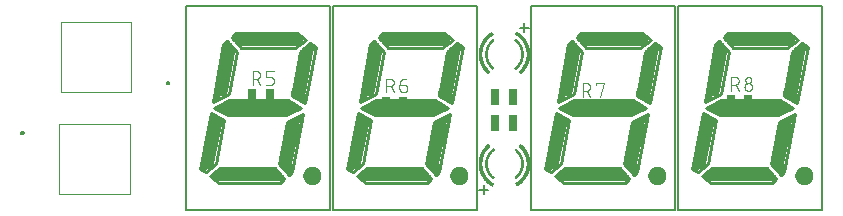
<source format=gbr>
G04 EAGLE Gerber RS-274X export*
G75*
%MOMM*%
%FSLAX34Y34*%
%LPD*%
%INSilkscreen Top*%
%IPPOS*%
%AMOC8*
5,1,8,0,0,1.08239X$1,22.5*%
G01*
%ADD10C,0.152400*%
%ADD11C,0.254000*%
%ADD12C,1.016000*%
%ADD13C,0.762000*%
%ADD14C,0.508000*%
%ADD15C,0.660400*%
%ADD16C,0.406400*%
%ADD17R,0.635000X0.508000*%
%ADD18R,0.508000X0.508000*%
%ADD19R,0.381000X0.508000*%
%ADD20R,0.381000X0.254000*%
%ADD21R,0.508000X0.254000*%
%ADD22C,0.015238*%
%ADD23C,0.025400*%
%ADD24C,0.127000*%
%ADD25R,0.650000X1.400000*%
%ADD26C,0.100000*%
%ADD27C,0.200000*%
%ADD28C,0.200000*%
%ADD29C,0.101600*%


D10*
X1056640Y408940D02*
X1056640Y581660D01*
X934720Y581660D01*
X934720Y408940D01*
X1056640Y408940D01*
D11*
X1030986Y542798D02*
X1039876Y549910D01*
X1044448Y546608D01*
X1024128Y505714D02*
X1035558Y499364D01*
X1044448Y546608D01*
X1030986Y542798D02*
X1024128Y505714D01*
X1021080Y501650D02*
X1032510Y495300D01*
X1027430Y546100D02*
X1036066Y552958D01*
X1028446Y558800D01*
X1032510Y495300D02*
X1019810Y488950D01*
X1020318Y483362D02*
X1033780Y490220D01*
X1024890Y441198D01*
X1013714Y447802D02*
X1020318Y483362D01*
X1010412Y444500D02*
X1018032Y435356D01*
X1013968Y431800D01*
X1021588Y438404D02*
X1013714Y447802D01*
X1021588Y438404D02*
X1024890Y441198D01*
X970280Y488950D02*
X958850Y495300D01*
X963930Y444500D02*
X955294Y437642D01*
X962914Y431800D01*
X1013968Y431800D01*
X1010412Y444500D02*
X963930Y444500D01*
X970280Y488950D02*
X1019810Y488950D01*
X971550Y501650D02*
X958850Y495300D01*
X971550Y501650D02*
X1021080Y501650D01*
X980948Y546100D02*
X973328Y555244D01*
X977392Y558800D01*
X1028446Y558800D01*
X1027430Y546100D02*
X980948Y546100D01*
D12*
X962660Y438150D02*
X1009650Y438150D01*
X1019810Y448310D02*
X1026160Y480060D01*
X1022350Y495300D02*
X969010Y495300D01*
D13*
X1021080Y443230D02*
X1022350Y444500D01*
D12*
X1031240Y509270D02*
X1037590Y542290D01*
D14*
X1040130Y546100D02*
X1041400Y544830D01*
D15*
X1027430Y508000D02*
X1033780Y504190D01*
D12*
X1028700Y552450D02*
X981710Y552450D01*
D16*
X979170Y557530D02*
X975360Y553720D01*
D11*
X960374Y447802D02*
X951484Y440690D01*
X946912Y443992D01*
X967232Y484886D02*
X955802Y491236D01*
X946912Y443992D01*
X960374Y447802D02*
X967232Y484886D01*
X957580Y500380D02*
X971042Y507238D01*
X957580Y500380D02*
X966470Y549402D01*
X977646Y542798D02*
X971042Y507238D01*
X977646Y542798D02*
X969772Y552196D01*
X966470Y549402D01*
D12*
X971550Y542290D02*
X965200Y510540D01*
D13*
X969010Y546100D02*
X970280Y547370D01*
D12*
X960120Y481330D02*
X953770Y448310D01*
D14*
X951230Y444500D02*
X949960Y445770D01*
D15*
X963930Y482600D02*
X957580Y486410D01*
D13*
X1037590Y438150D02*
X1037592Y438273D01*
X1037598Y438397D01*
X1037608Y438520D01*
X1037622Y438642D01*
X1037640Y438764D01*
X1037662Y438886D01*
X1037687Y439006D01*
X1037717Y439126D01*
X1037751Y439245D01*
X1037788Y439363D01*
X1037829Y439479D01*
X1037874Y439594D01*
X1037923Y439707D01*
X1037975Y439819D01*
X1038031Y439929D01*
X1038090Y440037D01*
X1038153Y440143D01*
X1038219Y440247D01*
X1038289Y440349D01*
X1038362Y440449D01*
X1038438Y440546D01*
X1038517Y440641D01*
X1038599Y440733D01*
X1038684Y440822D01*
X1038772Y440909D01*
X1038863Y440992D01*
X1038956Y441073D01*
X1039052Y441151D01*
X1039151Y441225D01*
X1039251Y441296D01*
X1039354Y441364D01*
X1039459Y441429D01*
X1039567Y441490D01*
X1039676Y441548D01*
X1039787Y441602D01*
X1039899Y441652D01*
X1040014Y441699D01*
X1040129Y441742D01*
X1040246Y441781D01*
X1040364Y441817D01*
X1040484Y441848D01*
X1040604Y441876D01*
X1040725Y441900D01*
X1040847Y441920D01*
X1040969Y441936D01*
X1041092Y441948D01*
X1041215Y441956D01*
X1041338Y441960D01*
X1041462Y441960D01*
X1041585Y441956D01*
X1041708Y441948D01*
X1041831Y441936D01*
X1041953Y441920D01*
X1042075Y441900D01*
X1042196Y441876D01*
X1042316Y441848D01*
X1042436Y441817D01*
X1042554Y441781D01*
X1042671Y441742D01*
X1042786Y441699D01*
X1042901Y441652D01*
X1043013Y441602D01*
X1043124Y441548D01*
X1043233Y441490D01*
X1043341Y441429D01*
X1043446Y441364D01*
X1043549Y441296D01*
X1043649Y441225D01*
X1043748Y441151D01*
X1043844Y441073D01*
X1043937Y440992D01*
X1044028Y440909D01*
X1044116Y440822D01*
X1044201Y440733D01*
X1044283Y440641D01*
X1044362Y440546D01*
X1044438Y440449D01*
X1044511Y440349D01*
X1044581Y440247D01*
X1044647Y440143D01*
X1044710Y440037D01*
X1044769Y439929D01*
X1044825Y439819D01*
X1044877Y439707D01*
X1044926Y439594D01*
X1044971Y439479D01*
X1045012Y439363D01*
X1045049Y439245D01*
X1045083Y439126D01*
X1045113Y439006D01*
X1045138Y438886D01*
X1045160Y438764D01*
X1045178Y438642D01*
X1045192Y438520D01*
X1045202Y438397D01*
X1045208Y438273D01*
X1045210Y438150D01*
X1045208Y438027D01*
X1045202Y437903D01*
X1045192Y437780D01*
X1045178Y437658D01*
X1045160Y437536D01*
X1045138Y437414D01*
X1045113Y437294D01*
X1045083Y437174D01*
X1045049Y437055D01*
X1045012Y436937D01*
X1044971Y436821D01*
X1044926Y436706D01*
X1044877Y436593D01*
X1044825Y436481D01*
X1044769Y436371D01*
X1044710Y436263D01*
X1044647Y436157D01*
X1044581Y436053D01*
X1044511Y435951D01*
X1044438Y435851D01*
X1044362Y435754D01*
X1044283Y435659D01*
X1044201Y435567D01*
X1044116Y435478D01*
X1044028Y435391D01*
X1043937Y435308D01*
X1043844Y435227D01*
X1043748Y435149D01*
X1043649Y435075D01*
X1043549Y435004D01*
X1043446Y434936D01*
X1043341Y434871D01*
X1043233Y434810D01*
X1043124Y434752D01*
X1043013Y434698D01*
X1042901Y434648D01*
X1042786Y434601D01*
X1042671Y434558D01*
X1042554Y434519D01*
X1042436Y434483D01*
X1042316Y434452D01*
X1042196Y434424D01*
X1042075Y434400D01*
X1041953Y434380D01*
X1041831Y434364D01*
X1041708Y434352D01*
X1041585Y434344D01*
X1041462Y434340D01*
X1041338Y434340D01*
X1041215Y434344D01*
X1041092Y434352D01*
X1040969Y434364D01*
X1040847Y434380D01*
X1040725Y434400D01*
X1040604Y434424D01*
X1040484Y434452D01*
X1040364Y434483D01*
X1040246Y434519D01*
X1040129Y434558D01*
X1040014Y434601D01*
X1039899Y434648D01*
X1039787Y434698D01*
X1039676Y434752D01*
X1039567Y434810D01*
X1039459Y434871D01*
X1039354Y434936D01*
X1039251Y435004D01*
X1039151Y435075D01*
X1039052Y435149D01*
X1038956Y435227D01*
X1038863Y435308D01*
X1038772Y435391D01*
X1038684Y435478D01*
X1038599Y435567D01*
X1038517Y435659D01*
X1038438Y435754D01*
X1038362Y435851D01*
X1038289Y435951D01*
X1038219Y436053D01*
X1038153Y436157D01*
X1038090Y436263D01*
X1038031Y436371D01*
X1037975Y436481D01*
X1037923Y436593D01*
X1037874Y436706D01*
X1037829Y436821D01*
X1037788Y436937D01*
X1037751Y437055D01*
X1037717Y437174D01*
X1037687Y437294D01*
X1037662Y437414D01*
X1037640Y437536D01*
X1037622Y437658D01*
X1037608Y437780D01*
X1037598Y437903D01*
X1037592Y438027D01*
X1037590Y438150D01*
D17*
X1014095Y435610D03*
D18*
X1029970Y485140D03*
D19*
X1028065Y495300D03*
D20*
X963295Y495300D03*
D18*
X961390Y505460D03*
D21*
X1041400Y438150D03*
D10*
X932180Y408940D02*
X932180Y581660D01*
X810260Y581660D01*
X810260Y408940D01*
X932180Y408940D01*
D11*
X906526Y542798D02*
X915416Y549910D01*
X919988Y546608D01*
X899668Y505714D02*
X911098Y499364D01*
X919988Y546608D01*
X906526Y542798D02*
X899668Y505714D01*
X896620Y501650D02*
X908050Y495300D01*
X902970Y546100D02*
X911606Y552958D01*
X903986Y558800D01*
X908050Y495300D02*
X895350Y488950D01*
X895858Y483362D02*
X909320Y490220D01*
X900430Y441198D01*
X889254Y447802D02*
X895858Y483362D01*
X885952Y444500D02*
X893572Y435356D01*
X889508Y431800D01*
X897128Y438404D02*
X889254Y447802D01*
X897128Y438404D02*
X900430Y441198D01*
X845820Y488950D02*
X834390Y495300D01*
X839470Y444500D02*
X830834Y437642D01*
X838454Y431800D01*
X889508Y431800D01*
X885952Y444500D02*
X839470Y444500D01*
X845820Y488950D02*
X895350Y488950D01*
X847090Y501650D02*
X834390Y495300D01*
X847090Y501650D02*
X896620Y501650D01*
X856488Y546100D02*
X848868Y555244D01*
X852932Y558800D01*
X903986Y558800D01*
X902970Y546100D02*
X856488Y546100D01*
D12*
X838200Y438150D02*
X885190Y438150D01*
X895350Y448310D02*
X901700Y480060D01*
X897890Y495300D02*
X844550Y495300D01*
D13*
X896620Y443230D02*
X897890Y444500D01*
D12*
X906780Y509270D02*
X913130Y542290D01*
D14*
X915670Y546100D02*
X916940Y544830D01*
D15*
X902970Y508000D02*
X909320Y504190D01*
D12*
X904240Y552450D02*
X857250Y552450D01*
D16*
X854710Y557530D02*
X850900Y553720D01*
D11*
X835914Y447802D02*
X827024Y440690D01*
X822452Y443992D01*
X842772Y484886D02*
X831342Y491236D01*
X822452Y443992D01*
X835914Y447802D02*
X842772Y484886D01*
X833120Y500380D02*
X846582Y507238D01*
X833120Y500380D02*
X842010Y549402D01*
X853186Y542798D02*
X846582Y507238D01*
X853186Y542798D02*
X845312Y552196D01*
X842010Y549402D01*
D12*
X847090Y542290D02*
X840740Y510540D01*
D13*
X844550Y546100D02*
X845820Y547370D01*
D12*
X835660Y481330D02*
X829310Y448310D01*
D14*
X826770Y444500D02*
X825500Y445770D01*
D15*
X839470Y482600D02*
X833120Y486410D01*
D13*
X913130Y438150D02*
X913132Y438273D01*
X913138Y438397D01*
X913148Y438520D01*
X913162Y438642D01*
X913180Y438764D01*
X913202Y438886D01*
X913227Y439006D01*
X913257Y439126D01*
X913291Y439245D01*
X913328Y439363D01*
X913369Y439479D01*
X913414Y439594D01*
X913463Y439707D01*
X913515Y439819D01*
X913571Y439929D01*
X913630Y440037D01*
X913693Y440143D01*
X913759Y440247D01*
X913829Y440349D01*
X913902Y440449D01*
X913978Y440546D01*
X914057Y440641D01*
X914139Y440733D01*
X914224Y440822D01*
X914312Y440909D01*
X914403Y440992D01*
X914496Y441073D01*
X914592Y441151D01*
X914691Y441225D01*
X914791Y441296D01*
X914894Y441364D01*
X914999Y441429D01*
X915107Y441490D01*
X915216Y441548D01*
X915327Y441602D01*
X915439Y441652D01*
X915554Y441699D01*
X915669Y441742D01*
X915786Y441781D01*
X915904Y441817D01*
X916024Y441848D01*
X916144Y441876D01*
X916265Y441900D01*
X916387Y441920D01*
X916509Y441936D01*
X916632Y441948D01*
X916755Y441956D01*
X916878Y441960D01*
X917002Y441960D01*
X917125Y441956D01*
X917248Y441948D01*
X917371Y441936D01*
X917493Y441920D01*
X917615Y441900D01*
X917736Y441876D01*
X917856Y441848D01*
X917976Y441817D01*
X918094Y441781D01*
X918211Y441742D01*
X918326Y441699D01*
X918441Y441652D01*
X918553Y441602D01*
X918664Y441548D01*
X918773Y441490D01*
X918881Y441429D01*
X918986Y441364D01*
X919089Y441296D01*
X919189Y441225D01*
X919288Y441151D01*
X919384Y441073D01*
X919477Y440992D01*
X919568Y440909D01*
X919656Y440822D01*
X919741Y440733D01*
X919823Y440641D01*
X919902Y440546D01*
X919978Y440449D01*
X920051Y440349D01*
X920121Y440247D01*
X920187Y440143D01*
X920250Y440037D01*
X920309Y439929D01*
X920365Y439819D01*
X920417Y439707D01*
X920466Y439594D01*
X920511Y439479D01*
X920552Y439363D01*
X920589Y439245D01*
X920623Y439126D01*
X920653Y439006D01*
X920678Y438886D01*
X920700Y438764D01*
X920718Y438642D01*
X920732Y438520D01*
X920742Y438397D01*
X920748Y438273D01*
X920750Y438150D01*
X920748Y438027D01*
X920742Y437903D01*
X920732Y437780D01*
X920718Y437658D01*
X920700Y437536D01*
X920678Y437414D01*
X920653Y437294D01*
X920623Y437174D01*
X920589Y437055D01*
X920552Y436937D01*
X920511Y436821D01*
X920466Y436706D01*
X920417Y436593D01*
X920365Y436481D01*
X920309Y436371D01*
X920250Y436263D01*
X920187Y436157D01*
X920121Y436053D01*
X920051Y435951D01*
X919978Y435851D01*
X919902Y435754D01*
X919823Y435659D01*
X919741Y435567D01*
X919656Y435478D01*
X919568Y435391D01*
X919477Y435308D01*
X919384Y435227D01*
X919288Y435149D01*
X919189Y435075D01*
X919089Y435004D01*
X918986Y434936D01*
X918881Y434871D01*
X918773Y434810D01*
X918664Y434752D01*
X918553Y434698D01*
X918441Y434648D01*
X918326Y434601D01*
X918211Y434558D01*
X918094Y434519D01*
X917976Y434483D01*
X917856Y434452D01*
X917736Y434424D01*
X917615Y434400D01*
X917493Y434380D01*
X917371Y434364D01*
X917248Y434352D01*
X917125Y434344D01*
X917002Y434340D01*
X916878Y434340D01*
X916755Y434344D01*
X916632Y434352D01*
X916509Y434364D01*
X916387Y434380D01*
X916265Y434400D01*
X916144Y434424D01*
X916024Y434452D01*
X915904Y434483D01*
X915786Y434519D01*
X915669Y434558D01*
X915554Y434601D01*
X915439Y434648D01*
X915327Y434698D01*
X915216Y434752D01*
X915107Y434810D01*
X914999Y434871D01*
X914894Y434936D01*
X914791Y435004D01*
X914691Y435075D01*
X914592Y435149D01*
X914496Y435227D01*
X914403Y435308D01*
X914312Y435391D01*
X914224Y435478D01*
X914139Y435567D01*
X914057Y435659D01*
X913978Y435754D01*
X913902Y435851D01*
X913829Y435951D01*
X913759Y436053D01*
X913693Y436157D01*
X913630Y436263D01*
X913571Y436371D01*
X913515Y436481D01*
X913463Y436593D01*
X913414Y436706D01*
X913369Y436821D01*
X913328Y436937D01*
X913291Y437055D01*
X913257Y437174D01*
X913227Y437294D01*
X913202Y437414D01*
X913180Y437536D01*
X913162Y437658D01*
X913148Y437780D01*
X913138Y437903D01*
X913132Y438027D01*
X913130Y438150D01*
D17*
X889635Y435610D03*
D18*
X905510Y485140D03*
D19*
X903605Y495300D03*
D20*
X838835Y495300D03*
D18*
X836930Y505460D03*
D21*
X916940Y438150D03*
D10*
X764540Y408940D02*
X764540Y581660D01*
X642620Y581660D01*
X642620Y408940D01*
X764540Y408940D01*
D11*
X738886Y542798D02*
X747776Y549910D01*
X752348Y546608D01*
X732028Y505714D02*
X743458Y499364D01*
X752348Y546608D01*
X738886Y542798D02*
X732028Y505714D01*
X728980Y501650D02*
X740410Y495300D01*
X735330Y546100D02*
X743966Y552958D01*
X736346Y558800D01*
X740410Y495300D02*
X727710Y488950D01*
X728218Y483362D02*
X741680Y490220D01*
X732790Y441198D01*
X721614Y447802D02*
X728218Y483362D01*
X718312Y444500D02*
X725932Y435356D01*
X721868Y431800D01*
X729488Y438404D02*
X721614Y447802D01*
X729488Y438404D02*
X732790Y441198D01*
X678180Y488950D02*
X666750Y495300D01*
X671830Y444500D02*
X663194Y437642D01*
X670814Y431800D01*
X721868Y431800D01*
X718312Y444500D02*
X671830Y444500D01*
X678180Y488950D02*
X727710Y488950D01*
X679450Y501650D02*
X666750Y495300D01*
X679450Y501650D02*
X728980Y501650D01*
X688848Y546100D02*
X681228Y555244D01*
X685292Y558800D01*
X736346Y558800D01*
X735330Y546100D02*
X688848Y546100D01*
D12*
X670560Y438150D02*
X717550Y438150D01*
X727710Y448310D02*
X734060Y480060D01*
X730250Y495300D02*
X676910Y495300D01*
D13*
X728980Y443230D02*
X730250Y444500D01*
D12*
X739140Y509270D02*
X745490Y542290D01*
D14*
X748030Y546100D02*
X749300Y544830D01*
D15*
X735330Y508000D02*
X741680Y504190D01*
D12*
X736600Y552450D02*
X689610Y552450D01*
D16*
X687070Y557530D02*
X683260Y553720D01*
D11*
X668274Y447802D02*
X659384Y440690D01*
X654812Y443992D01*
X675132Y484886D02*
X663702Y491236D01*
X654812Y443992D01*
X668274Y447802D02*
X675132Y484886D01*
X665480Y500380D02*
X678942Y507238D01*
X665480Y500380D02*
X674370Y549402D01*
X685546Y542798D02*
X678942Y507238D01*
X685546Y542798D02*
X677672Y552196D01*
X674370Y549402D01*
D12*
X679450Y542290D02*
X673100Y510540D01*
D13*
X676910Y546100D02*
X678180Y547370D01*
D12*
X668020Y481330D02*
X661670Y448310D01*
D14*
X659130Y444500D02*
X657860Y445770D01*
D15*
X671830Y482600D02*
X665480Y486410D01*
D13*
X745490Y438150D02*
X745492Y438273D01*
X745498Y438397D01*
X745508Y438520D01*
X745522Y438642D01*
X745540Y438764D01*
X745562Y438886D01*
X745587Y439006D01*
X745617Y439126D01*
X745651Y439245D01*
X745688Y439363D01*
X745729Y439479D01*
X745774Y439594D01*
X745823Y439707D01*
X745875Y439819D01*
X745931Y439929D01*
X745990Y440037D01*
X746053Y440143D01*
X746119Y440247D01*
X746189Y440349D01*
X746262Y440449D01*
X746338Y440546D01*
X746417Y440641D01*
X746499Y440733D01*
X746584Y440822D01*
X746672Y440909D01*
X746763Y440992D01*
X746856Y441073D01*
X746952Y441151D01*
X747051Y441225D01*
X747151Y441296D01*
X747254Y441364D01*
X747359Y441429D01*
X747467Y441490D01*
X747576Y441548D01*
X747687Y441602D01*
X747799Y441652D01*
X747914Y441699D01*
X748029Y441742D01*
X748146Y441781D01*
X748264Y441817D01*
X748384Y441848D01*
X748504Y441876D01*
X748625Y441900D01*
X748747Y441920D01*
X748869Y441936D01*
X748992Y441948D01*
X749115Y441956D01*
X749238Y441960D01*
X749362Y441960D01*
X749485Y441956D01*
X749608Y441948D01*
X749731Y441936D01*
X749853Y441920D01*
X749975Y441900D01*
X750096Y441876D01*
X750216Y441848D01*
X750336Y441817D01*
X750454Y441781D01*
X750571Y441742D01*
X750686Y441699D01*
X750801Y441652D01*
X750913Y441602D01*
X751024Y441548D01*
X751133Y441490D01*
X751241Y441429D01*
X751346Y441364D01*
X751449Y441296D01*
X751549Y441225D01*
X751648Y441151D01*
X751744Y441073D01*
X751837Y440992D01*
X751928Y440909D01*
X752016Y440822D01*
X752101Y440733D01*
X752183Y440641D01*
X752262Y440546D01*
X752338Y440449D01*
X752411Y440349D01*
X752481Y440247D01*
X752547Y440143D01*
X752610Y440037D01*
X752669Y439929D01*
X752725Y439819D01*
X752777Y439707D01*
X752826Y439594D01*
X752871Y439479D01*
X752912Y439363D01*
X752949Y439245D01*
X752983Y439126D01*
X753013Y439006D01*
X753038Y438886D01*
X753060Y438764D01*
X753078Y438642D01*
X753092Y438520D01*
X753102Y438397D01*
X753108Y438273D01*
X753110Y438150D01*
X753108Y438027D01*
X753102Y437903D01*
X753092Y437780D01*
X753078Y437658D01*
X753060Y437536D01*
X753038Y437414D01*
X753013Y437294D01*
X752983Y437174D01*
X752949Y437055D01*
X752912Y436937D01*
X752871Y436821D01*
X752826Y436706D01*
X752777Y436593D01*
X752725Y436481D01*
X752669Y436371D01*
X752610Y436263D01*
X752547Y436157D01*
X752481Y436053D01*
X752411Y435951D01*
X752338Y435851D01*
X752262Y435754D01*
X752183Y435659D01*
X752101Y435567D01*
X752016Y435478D01*
X751928Y435391D01*
X751837Y435308D01*
X751744Y435227D01*
X751648Y435149D01*
X751549Y435075D01*
X751449Y435004D01*
X751346Y434936D01*
X751241Y434871D01*
X751133Y434810D01*
X751024Y434752D01*
X750913Y434698D01*
X750801Y434648D01*
X750686Y434601D01*
X750571Y434558D01*
X750454Y434519D01*
X750336Y434483D01*
X750216Y434452D01*
X750096Y434424D01*
X749975Y434400D01*
X749853Y434380D01*
X749731Y434364D01*
X749608Y434352D01*
X749485Y434344D01*
X749362Y434340D01*
X749238Y434340D01*
X749115Y434344D01*
X748992Y434352D01*
X748869Y434364D01*
X748747Y434380D01*
X748625Y434400D01*
X748504Y434424D01*
X748384Y434452D01*
X748264Y434483D01*
X748146Y434519D01*
X748029Y434558D01*
X747914Y434601D01*
X747799Y434648D01*
X747687Y434698D01*
X747576Y434752D01*
X747467Y434810D01*
X747359Y434871D01*
X747254Y434936D01*
X747151Y435004D01*
X747051Y435075D01*
X746952Y435149D01*
X746856Y435227D01*
X746763Y435308D01*
X746672Y435391D01*
X746584Y435478D01*
X746499Y435567D01*
X746417Y435659D01*
X746338Y435754D01*
X746262Y435851D01*
X746189Y435951D01*
X746119Y436053D01*
X746053Y436157D01*
X745990Y436263D01*
X745931Y436371D01*
X745875Y436481D01*
X745823Y436593D01*
X745774Y436706D01*
X745729Y436821D01*
X745688Y436937D01*
X745651Y437055D01*
X745617Y437174D01*
X745587Y437294D01*
X745562Y437414D01*
X745540Y437536D01*
X745522Y437658D01*
X745508Y437780D01*
X745498Y437903D01*
X745492Y438027D01*
X745490Y438150D01*
D17*
X721995Y435610D03*
D18*
X737870Y485140D03*
D19*
X735965Y495300D03*
D20*
X671195Y495300D03*
D18*
X669290Y505460D03*
D21*
X749300Y438150D03*
D10*
X640080Y408940D02*
X640080Y581660D01*
X518160Y581660D01*
X518160Y408940D01*
X640080Y408940D01*
D11*
X614426Y542798D02*
X623316Y549910D01*
X627888Y546608D01*
X607568Y505714D02*
X618998Y499364D01*
X627888Y546608D01*
X614426Y542798D02*
X607568Y505714D01*
X604520Y501650D02*
X615950Y495300D01*
X610870Y546100D02*
X619506Y552958D01*
X611886Y558800D01*
X615950Y495300D02*
X603250Y488950D01*
X603758Y483362D02*
X617220Y490220D01*
X608330Y441198D01*
X597154Y447802D02*
X603758Y483362D01*
X593852Y444500D02*
X601472Y435356D01*
X597408Y431800D01*
X605028Y438404D02*
X597154Y447802D01*
X605028Y438404D02*
X608330Y441198D01*
X553720Y488950D02*
X542290Y495300D01*
X547370Y444500D02*
X538734Y437642D01*
X546354Y431800D01*
X597408Y431800D01*
X593852Y444500D02*
X547370Y444500D01*
X553720Y488950D02*
X603250Y488950D01*
X554990Y501650D02*
X542290Y495300D01*
X554990Y501650D02*
X604520Y501650D01*
X564388Y546100D02*
X556768Y555244D01*
X560832Y558800D01*
X611886Y558800D01*
X610870Y546100D02*
X564388Y546100D01*
D12*
X546100Y438150D02*
X593090Y438150D01*
X603250Y448310D02*
X609600Y480060D01*
X605790Y495300D02*
X552450Y495300D01*
D13*
X604520Y443230D02*
X605790Y444500D01*
D12*
X614680Y509270D02*
X621030Y542290D01*
D14*
X623570Y546100D02*
X624840Y544830D01*
D15*
X610870Y508000D02*
X617220Y504190D01*
D12*
X612140Y552450D02*
X565150Y552450D01*
D16*
X562610Y557530D02*
X558800Y553720D01*
D11*
X543814Y447802D02*
X534924Y440690D01*
X530352Y443992D01*
X550672Y484886D02*
X539242Y491236D01*
X530352Y443992D01*
X543814Y447802D02*
X550672Y484886D01*
X541020Y500380D02*
X554482Y507238D01*
X541020Y500380D02*
X549910Y549402D01*
X561086Y542798D02*
X554482Y507238D01*
X561086Y542798D02*
X553212Y552196D01*
X549910Y549402D01*
D12*
X554990Y542290D02*
X548640Y510540D01*
D13*
X552450Y546100D02*
X553720Y547370D01*
D12*
X543560Y481330D02*
X537210Y448310D01*
D14*
X534670Y444500D02*
X533400Y445770D01*
D15*
X547370Y482600D02*
X541020Y486410D01*
D13*
X621030Y438150D02*
X621032Y438273D01*
X621038Y438397D01*
X621048Y438520D01*
X621062Y438642D01*
X621080Y438764D01*
X621102Y438886D01*
X621127Y439006D01*
X621157Y439126D01*
X621191Y439245D01*
X621228Y439363D01*
X621269Y439479D01*
X621314Y439594D01*
X621363Y439707D01*
X621415Y439819D01*
X621471Y439929D01*
X621530Y440037D01*
X621593Y440143D01*
X621659Y440247D01*
X621729Y440349D01*
X621802Y440449D01*
X621878Y440546D01*
X621957Y440641D01*
X622039Y440733D01*
X622124Y440822D01*
X622212Y440909D01*
X622303Y440992D01*
X622396Y441073D01*
X622492Y441151D01*
X622591Y441225D01*
X622691Y441296D01*
X622794Y441364D01*
X622899Y441429D01*
X623007Y441490D01*
X623116Y441548D01*
X623227Y441602D01*
X623339Y441652D01*
X623454Y441699D01*
X623569Y441742D01*
X623686Y441781D01*
X623804Y441817D01*
X623924Y441848D01*
X624044Y441876D01*
X624165Y441900D01*
X624287Y441920D01*
X624409Y441936D01*
X624532Y441948D01*
X624655Y441956D01*
X624778Y441960D01*
X624902Y441960D01*
X625025Y441956D01*
X625148Y441948D01*
X625271Y441936D01*
X625393Y441920D01*
X625515Y441900D01*
X625636Y441876D01*
X625756Y441848D01*
X625876Y441817D01*
X625994Y441781D01*
X626111Y441742D01*
X626226Y441699D01*
X626341Y441652D01*
X626453Y441602D01*
X626564Y441548D01*
X626673Y441490D01*
X626781Y441429D01*
X626886Y441364D01*
X626989Y441296D01*
X627089Y441225D01*
X627188Y441151D01*
X627284Y441073D01*
X627377Y440992D01*
X627468Y440909D01*
X627556Y440822D01*
X627641Y440733D01*
X627723Y440641D01*
X627802Y440546D01*
X627878Y440449D01*
X627951Y440349D01*
X628021Y440247D01*
X628087Y440143D01*
X628150Y440037D01*
X628209Y439929D01*
X628265Y439819D01*
X628317Y439707D01*
X628366Y439594D01*
X628411Y439479D01*
X628452Y439363D01*
X628489Y439245D01*
X628523Y439126D01*
X628553Y439006D01*
X628578Y438886D01*
X628600Y438764D01*
X628618Y438642D01*
X628632Y438520D01*
X628642Y438397D01*
X628648Y438273D01*
X628650Y438150D01*
X628648Y438027D01*
X628642Y437903D01*
X628632Y437780D01*
X628618Y437658D01*
X628600Y437536D01*
X628578Y437414D01*
X628553Y437294D01*
X628523Y437174D01*
X628489Y437055D01*
X628452Y436937D01*
X628411Y436821D01*
X628366Y436706D01*
X628317Y436593D01*
X628265Y436481D01*
X628209Y436371D01*
X628150Y436263D01*
X628087Y436157D01*
X628021Y436053D01*
X627951Y435951D01*
X627878Y435851D01*
X627802Y435754D01*
X627723Y435659D01*
X627641Y435567D01*
X627556Y435478D01*
X627468Y435391D01*
X627377Y435308D01*
X627284Y435227D01*
X627188Y435149D01*
X627089Y435075D01*
X626989Y435004D01*
X626886Y434936D01*
X626781Y434871D01*
X626673Y434810D01*
X626564Y434752D01*
X626453Y434698D01*
X626341Y434648D01*
X626226Y434601D01*
X626111Y434558D01*
X625994Y434519D01*
X625876Y434483D01*
X625756Y434452D01*
X625636Y434424D01*
X625515Y434400D01*
X625393Y434380D01*
X625271Y434364D01*
X625148Y434352D01*
X625025Y434344D01*
X624902Y434340D01*
X624778Y434340D01*
X624655Y434344D01*
X624532Y434352D01*
X624409Y434364D01*
X624287Y434380D01*
X624165Y434400D01*
X624044Y434424D01*
X623924Y434452D01*
X623804Y434483D01*
X623686Y434519D01*
X623569Y434558D01*
X623454Y434601D01*
X623339Y434648D01*
X623227Y434698D01*
X623116Y434752D01*
X623007Y434810D01*
X622899Y434871D01*
X622794Y434936D01*
X622691Y435004D01*
X622591Y435075D01*
X622492Y435149D01*
X622396Y435227D01*
X622303Y435308D01*
X622212Y435391D01*
X622124Y435478D01*
X622039Y435567D01*
X621957Y435659D01*
X621878Y435754D01*
X621802Y435851D01*
X621729Y435951D01*
X621659Y436053D01*
X621593Y436157D01*
X621530Y436263D01*
X621471Y436371D01*
X621415Y436481D01*
X621363Y436593D01*
X621314Y436706D01*
X621269Y436821D01*
X621228Y436937D01*
X621191Y437055D01*
X621157Y437174D01*
X621127Y437294D01*
X621102Y437414D01*
X621080Y437536D01*
X621062Y437658D01*
X621048Y437780D01*
X621038Y437903D01*
X621032Y438027D01*
X621030Y438150D01*
D17*
X597535Y435610D03*
D18*
X613410Y485140D03*
D19*
X611505Y495300D03*
D20*
X546735Y495300D03*
D18*
X544830Y505460D03*
D21*
X624840Y438150D03*
D22*
X796718Y528105D02*
X795921Y529222D01*
X795921Y529221D02*
X796203Y529430D01*
X796480Y529646D01*
X796751Y529868D01*
X797017Y530096D01*
X797278Y530331D01*
X797533Y530572D01*
X797781Y530820D01*
X798024Y531073D01*
X798261Y531332D01*
X798491Y531596D01*
X798715Y531867D01*
X798932Y532142D01*
X799143Y532422D01*
X799347Y532708D01*
X799544Y532998D01*
X799734Y533293D01*
X799916Y533593D01*
X800092Y533897D01*
X800260Y534205D01*
X800420Y534517D01*
X800573Y534832D01*
X800718Y535152D01*
X800856Y535474D01*
X800986Y535800D01*
X801108Y536129D01*
X801222Y536461D01*
X801327Y536796D01*
X801425Y537132D01*
X801515Y537472D01*
X801596Y537813D01*
X801669Y538156D01*
X801734Y538501D01*
X801791Y538847D01*
X801839Y539194D01*
X801879Y539543D01*
X801910Y539892D01*
X801933Y540242D01*
X801948Y540593D01*
X801954Y540944D01*
X803325Y540944D01*
X803326Y540944D01*
X803319Y540559D01*
X803304Y540176D01*
X803279Y539792D01*
X803244Y539409D01*
X803201Y539028D01*
X803148Y538647D01*
X803086Y538268D01*
X803015Y537890D01*
X802935Y537514D01*
X802846Y537140D01*
X802748Y536769D01*
X802641Y536400D01*
X802525Y536034D01*
X802401Y535670D01*
X802267Y535310D01*
X802125Y534953D01*
X801974Y534599D01*
X801815Y534250D01*
X801648Y533904D01*
X801472Y533562D01*
X801288Y533225D01*
X801096Y532892D01*
X800896Y532564D01*
X800688Y532241D01*
X800472Y531923D01*
X800249Y531610D01*
X800018Y531303D01*
X799780Y531001D01*
X799535Y530705D01*
X799282Y530416D01*
X799023Y530132D01*
X798757Y529855D01*
X798484Y529584D01*
X798205Y529320D01*
X797920Y529063D01*
X797628Y528812D01*
X797331Y528569D01*
X797027Y528333D01*
X796718Y528105D01*
X796635Y528221D01*
X796941Y528448D01*
X797242Y528681D01*
X797537Y528922D01*
X797826Y529171D01*
X798108Y529425D01*
X798385Y529687D01*
X798655Y529955D01*
X798919Y530230D01*
X799176Y530511D01*
X799426Y530798D01*
X799669Y531091D01*
X799905Y531390D01*
X800134Y531695D01*
X800355Y532005D01*
X800568Y532320D01*
X800775Y532640D01*
X800973Y532965D01*
X801163Y533295D01*
X801345Y533629D01*
X801520Y533968D01*
X801686Y534310D01*
X801843Y534657D01*
X801993Y535007D01*
X802134Y535361D01*
X802266Y535718D01*
X802389Y536078D01*
X802504Y536441D01*
X802610Y536807D01*
X802707Y537175D01*
X802796Y537545D01*
X802875Y537918D01*
X802945Y538292D01*
X803007Y538668D01*
X803059Y539045D01*
X803102Y539423D01*
X803136Y539803D01*
X803161Y540182D01*
X803176Y540563D01*
X803183Y540944D01*
X803040Y540944D01*
X803033Y540566D01*
X803018Y540189D01*
X802993Y539813D01*
X802960Y539437D01*
X802917Y539062D01*
X802865Y538689D01*
X802805Y538316D01*
X802735Y537945D01*
X802656Y537576D01*
X802569Y537209D01*
X802472Y536845D01*
X802367Y536482D01*
X802253Y536123D01*
X802131Y535766D01*
X802000Y535412D01*
X801860Y535061D01*
X801713Y534714D01*
X801556Y534371D01*
X801392Y534031D01*
X801219Y533696D01*
X801038Y533365D01*
X800850Y533038D01*
X800653Y532716D01*
X800449Y532399D01*
X800237Y532086D01*
X800018Y531779D01*
X799792Y531478D01*
X799558Y531182D01*
X799317Y530891D01*
X799069Y530607D01*
X798815Y530328D01*
X798554Y530056D01*
X798286Y529790D01*
X798012Y529531D01*
X797732Y529278D01*
X797445Y529032D01*
X797153Y528794D01*
X796855Y528562D01*
X796552Y528337D01*
X796469Y528454D01*
X796770Y528676D01*
X797065Y528906D01*
X797354Y529142D01*
X797637Y529386D01*
X797915Y529636D01*
X798187Y529893D01*
X798452Y530157D01*
X798711Y530426D01*
X798963Y530702D01*
X799208Y530984D01*
X799447Y531272D01*
X799679Y531565D01*
X799903Y531864D01*
X800120Y532168D01*
X800330Y532478D01*
X800532Y532792D01*
X800727Y533111D01*
X800914Y533435D01*
X801093Y533763D01*
X801264Y534095D01*
X801427Y534432D01*
X801582Y534772D01*
X801728Y535116D01*
X801866Y535463D01*
X801996Y535814D01*
X802118Y536167D01*
X802230Y536524D01*
X802334Y536883D01*
X802430Y537244D01*
X802517Y537608D01*
X802595Y537973D01*
X802664Y538341D01*
X802724Y538709D01*
X802775Y539080D01*
X802817Y539451D01*
X802851Y539823D01*
X802875Y540196D01*
X802890Y540570D01*
X802897Y540944D01*
X802754Y540944D01*
X802748Y540573D01*
X802732Y540203D01*
X802708Y539834D01*
X802675Y539465D01*
X802633Y539097D01*
X802582Y538730D01*
X802523Y538365D01*
X802454Y538001D01*
X802377Y537639D01*
X802291Y537279D01*
X802197Y536920D01*
X802093Y536565D01*
X801982Y536212D01*
X801862Y535862D01*
X801733Y535514D01*
X801596Y535170D01*
X801451Y534830D01*
X801297Y534492D01*
X801136Y534159D01*
X800966Y533830D01*
X800789Y533505D01*
X800604Y533184D01*
X800411Y532868D01*
X800211Y532557D01*
X800003Y532250D01*
X799788Y531949D01*
X799565Y531653D01*
X799336Y531362D01*
X799100Y531077D01*
X798856Y530798D01*
X798607Y530524D01*
X798350Y530257D01*
X798087Y529996D01*
X797818Y529742D01*
X797543Y529494D01*
X797263Y529252D01*
X796976Y529018D01*
X796684Y528791D01*
X796386Y528570D01*
X796303Y528687D01*
X796598Y528905D01*
X796887Y529130D01*
X797171Y529362D01*
X797449Y529601D01*
X797722Y529847D01*
X797988Y530099D01*
X798249Y530358D01*
X798502Y530622D01*
X798750Y530893D01*
X798991Y531170D01*
X799225Y531452D01*
X799452Y531740D01*
X799673Y532033D01*
X799886Y532332D01*
X800092Y532636D01*
X800290Y532944D01*
X800481Y533257D01*
X800664Y533575D01*
X800840Y533897D01*
X801008Y534223D01*
X801168Y534553D01*
X801320Y534887D01*
X801464Y535225D01*
X801599Y535565D01*
X801727Y535909D01*
X801846Y536256D01*
X801957Y536606D01*
X802059Y536958D01*
X802152Y537313D01*
X802237Y537670D01*
X802314Y538029D01*
X802382Y538389D01*
X802441Y538751D01*
X802491Y539115D01*
X802533Y539479D01*
X802565Y539844D01*
X802589Y540210D01*
X802605Y540577D01*
X802611Y540944D01*
X802468Y540944D01*
X802462Y540580D01*
X802447Y540217D01*
X802423Y539855D01*
X802390Y539493D01*
X802349Y539132D01*
X802299Y538772D01*
X802241Y538413D01*
X802174Y538056D01*
X802098Y537701D01*
X802014Y537348D01*
X801921Y536996D01*
X801820Y536647D01*
X801710Y536301D01*
X801592Y535957D01*
X801466Y535617D01*
X801331Y535279D01*
X801189Y534945D01*
X801038Y534614D01*
X800880Y534287D01*
X800714Y533964D01*
X800540Y533645D01*
X800358Y533330D01*
X800169Y533020D01*
X799972Y532715D01*
X799768Y532414D01*
X799557Y532118D01*
X799339Y531828D01*
X799114Y531542D01*
X798882Y531263D01*
X798644Y530989D01*
X798398Y530720D01*
X798147Y530458D01*
X797889Y530202D01*
X797625Y529952D01*
X797355Y529709D01*
X797080Y529472D01*
X796798Y529242D01*
X796512Y529019D01*
X796220Y528803D01*
X796137Y528919D01*
X796426Y529133D01*
X796710Y529355D01*
X796988Y529582D01*
X797261Y529817D01*
X797529Y530058D01*
X797790Y530305D01*
X798045Y530559D01*
X798294Y530819D01*
X798537Y531084D01*
X798773Y531356D01*
X799003Y531633D01*
X799226Y531915D01*
X799442Y532203D01*
X799651Y532496D01*
X799853Y532793D01*
X800048Y533096D01*
X800235Y533403D01*
X800415Y533715D01*
X800587Y534031D01*
X800752Y534351D01*
X800909Y534675D01*
X801058Y535002D01*
X801199Y535333D01*
X801332Y535668D01*
X801457Y536005D01*
X801574Y536345D01*
X801683Y536689D01*
X801783Y537034D01*
X801875Y537382D01*
X801958Y537732D01*
X802033Y538084D01*
X802100Y538438D01*
X802158Y538793D01*
X802207Y539149D01*
X802248Y539507D01*
X802280Y539865D01*
X802304Y540224D01*
X802319Y540584D01*
X802325Y540944D01*
X802182Y540944D01*
X802176Y540587D01*
X802161Y540231D01*
X802138Y539876D01*
X802106Y539521D01*
X802065Y539167D01*
X802016Y538814D01*
X801959Y538462D01*
X801893Y538112D01*
X801819Y537763D01*
X801736Y537417D01*
X801645Y537072D01*
X801546Y536730D01*
X801438Y536390D01*
X801322Y536053D01*
X801199Y535719D01*
X801067Y535388D01*
X800927Y535060D01*
X800780Y534735D01*
X800624Y534415D01*
X800461Y534098D01*
X800290Y533785D01*
X800112Y533476D01*
X799927Y533172D01*
X799734Y532872D01*
X799534Y532577D01*
X799327Y532287D01*
X799113Y532002D01*
X798892Y531723D01*
X798665Y531448D01*
X798431Y531180D01*
X798190Y530917D01*
X797944Y530659D01*
X797691Y530408D01*
X797432Y530163D01*
X797167Y529925D01*
X796897Y529692D01*
X796621Y529467D01*
X796340Y529248D01*
X796054Y529036D01*
X795970Y529152D01*
X796254Y529362D01*
X796532Y529579D01*
X796806Y529802D01*
X797073Y530032D01*
X797335Y530269D01*
X797591Y530511D01*
X797842Y530760D01*
X798086Y531015D01*
X798324Y531275D01*
X798556Y531541D01*
X798781Y531813D01*
X799000Y532090D01*
X799212Y532372D01*
X799417Y532659D01*
X799615Y532951D01*
X799806Y533248D01*
X799989Y533549D01*
X800166Y533855D01*
X800335Y534165D01*
X800496Y534479D01*
X800650Y534796D01*
X800796Y535117D01*
X800935Y535442D01*
X801065Y535770D01*
X801188Y536101D01*
X801302Y536435D01*
X801409Y536771D01*
X801507Y537110D01*
X801597Y537451D01*
X801679Y537794D01*
X801753Y538139D01*
X801818Y538486D01*
X801875Y538835D01*
X801923Y539184D01*
X801963Y539535D01*
X801995Y539886D01*
X802018Y540238D01*
X802033Y540591D01*
X802039Y540944D01*
X803325Y541095D02*
X801953Y541095D01*
X801954Y541096D02*
X801948Y541447D01*
X801933Y541798D01*
X801910Y542148D01*
X801879Y542498D01*
X801839Y542847D01*
X801791Y543195D01*
X801734Y543541D01*
X801669Y543886D01*
X801596Y544230D01*
X801514Y544571D01*
X801424Y544911D01*
X801326Y545248D01*
X801220Y545583D01*
X801106Y545915D01*
X800984Y546244D01*
X800854Y546570D01*
X800716Y546893D01*
X800571Y547213D01*
X800417Y547529D01*
X800257Y547841D01*
X800088Y548149D01*
X799913Y548453D01*
X799730Y548753D01*
X799540Y549048D01*
X799342Y549339D01*
X799138Y549624D01*
X798927Y549905D01*
X798709Y550180D01*
X798485Y550451D01*
X798254Y550715D01*
X798017Y550974D01*
X797774Y551228D01*
X797525Y551475D01*
X797270Y551716D01*
X797009Y551951D01*
X796742Y552180D01*
X796470Y552402D01*
X796193Y552617D01*
X797016Y553715D01*
X797320Y553479D01*
X797618Y553236D01*
X797910Y552986D01*
X798196Y552728D01*
X798476Y552464D01*
X798749Y552193D01*
X799015Y551916D01*
X799275Y551632D01*
X799528Y551343D01*
X799774Y551047D01*
X800012Y550745D01*
X800243Y550438D01*
X800467Y550125D01*
X800683Y549806D01*
X800891Y549483D01*
X801092Y549155D01*
X801284Y548822D01*
X801468Y548484D01*
X801645Y548142D01*
X801812Y547796D01*
X801972Y547446D01*
X802123Y547092D01*
X802265Y546735D01*
X802399Y546374D01*
X802524Y546011D01*
X802640Y545644D01*
X802747Y545275D01*
X802845Y544903D01*
X802935Y544529D01*
X803015Y544153D01*
X803086Y543775D01*
X803148Y543395D01*
X803201Y543014D01*
X803244Y542632D01*
X803279Y542249D01*
X803304Y541865D01*
X803319Y541481D01*
X803326Y541096D01*
X803183Y541096D01*
X803176Y541477D01*
X803161Y541858D01*
X803136Y542238D01*
X803102Y542618D01*
X803059Y542997D01*
X803006Y543374D01*
X802945Y543750D01*
X802875Y544125D01*
X802795Y544498D01*
X802707Y544868D01*
X802609Y545237D01*
X802503Y545603D01*
X802388Y545966D01*
X802264Y546327D01*
X802132Y546684D01*
X801991Y547038D01*
X801841Y547389D01*
X801683Y547735D01*
X801517Y548078D01*
X801342Y548417D01*
X801160Y548752D01*
X800969Y549082D01*
X800770Y549407D01*
X800564Y549727D01*
X800350Y550043D01*
X800128Y550353D01*
X799899Y550657D01*
X799663Y550956D01*
X799419Y551250D01*
X799169Y551537D01*
X798911Y551818D01*
X798647Y552093D01*
X798376Y552361D01*
X798099Y552623D01*
X797816Y552878D01*
X797527Y553126D01*
X797231Y553367D01*
X796930Y553601D01*
X796845Y553486D01*
X797143Y553255D01*
X797435Y553016D01*
X797722Y552770D01*
X798003Y552517D01*
X798277Y552258D01*
X798546Y551992D01*
X798807Y551720D01*
X799062Y551441D01*
X799310Y551157D01*
X799552Y550866D01*
X799786Y550570D01*
X800013Y550268D01*
X800232Y549961D01*
X800445Y549648D01*
X800649Y549331D01*
X800846Y549009D01*
X801035Y548682D01*
X801216Y548350D01*
X801389Y548014D01*
X801554Y547675D01*
X801710Y547331D01*
X801858Y546984D01*
X801998Y546633D01*
X802129Y546279D01*
X802252Y545922D01*
X802366Y545561D01*
X802471Y545199D01*
X802568Y544834D01*
X802656Y544466D01*
X802734Y544097D01*
X802804Y543726D01*
X802865Y543353D01*
X802917Y542979D01*
X802960Y542604D01*
X802993Y542228D01*
X803018Y541851D01*
X803033Y541474D01*
X803040Y541096D01*
X802897Y541096D01*
X802890Y541470D01*
X802875Y541844D01*
X802851Y542217D01*
X802817Y542590D01*
X802775Y542962D01*
X802724Y543332D01*
X802663Y543702D01*
X802594Y544069D01*
X802516Y544435D01*
X802429Y544799D01*
X802334Y545161D01*
X802229Y545520D01*
X802116Y545877D01*
X801995Y546231D01*
X801865Y546582D01*
X801726Y546929D01*
X801579Y547273D01*
X801424Y547614D01*
X801261Y547950D01*
X801090Y548283D01*
X800910Y548611D01*
X800723Y548935D01*
X800528Y549255D01*
X800325Y549569D01*
X800115Y549879D01*
X799898Y550183D01*
X799673Y550482D01*
X799441Y550776D01*
X799202Y551064D01*
X798956Y551346D01*
X798703Y551622D01*
X798444Y551891D01*
X798178Y552155D01*
X797906Y552412D01*
X797628Y552662D01*
X797344Y552906D01*
X797054Y553142D01*
X796759Y553372D01*
X796673Y553257D01*
X796966Y553030D01*
X797253Y552796D01*
X797534Y552554D01*
X797810Y552306D01*
X798079Y552052D01*
X798342Y551791D01*
X798599Y551523D01*
X798849Y551250D01*
X799093Y550971D01*
X799330Y550686D01*
X799560Y550395D01*
X799783Y550098D01*
X799998Y549797D01*
X800206Y549490D01*
X800407Y549179D01*
X800600Y548862D01*
X800786Y548541D01*
X800963Y548216D01*
X801133Y547887D01*
X801295Y547553D01*
X801448Y547216D01*
X801594Y546875D01*
X801731Y546530D01*
X801860Y546183D01*
X801980Y545832D01*
X802092Y545479D01*
X802196Y545123D01*
X802290Y544765D01*
X802376Y544404D01*
X802454Y544042D01*
X802522Y543677D01*
X802582Y543311D01*
X802633Y542944D01*
X802675Y542576D01*
X802708Y542207D01*
X802732Y541837D01*
X802748Y541467D01*
X802754Y541096D01*
X802611Y541096D01*
X802605Y541463D01*
X802589Y541830D01*
X802565Y542196D01*
X802533Y542562D01*
X802491Y542927D01*
X802441Y543291D01*
X802381Y543653D01*
X802313Y544014D01*
X802237Y544373D01*
X802152Y544730D01*
X802058Y545085D01*
X801955Y545438D01*
X801845Y545788D01*
X801725Y546135D01*
X801598Y546479D01*
X801462Y546820D01*
X801318Y547158D01*
X801165Y547492D01*
X801005Y547823D01*
X800837Y548149D01*
X800661Y548471D01*
X800477Y548789D01*
X800286Y549103D01*
X800087Y549411D01*
X799881Y549715D01*
X799667Y550014D01*
X799447Y550307D01*
X799219Y550595D01*
X798984Y550878D01*
X798743Y551154D01*
X798495Y551425D01*
X798241Y551690D01*
X797980Y551949D01*
X797713Y552201D01*
X797440Y552447D01*
X797162Y552686D01*
X796877Y552918D01*
X796587Y553143D01*
X796501Y553029D01*
X796789Y552805D01*
X797070Y552575D01*
X797346Y552339D01*
X797617Y552095D01*
X797881Y551846D01*
X798139Y551589D01*
X798391Y551327D01*
X798637Y551059D01*
X798876Y550785D01*
X799108Y550505D01*
X799334Y550220D01*
X799552Y549929D01*
X799764Y549633D01*
X799968Y549332D01*
X800165Y549026D01*
X800354Y548716D01*
X800536Y548401D01*
X800711Y548082D01*
X800877Y547759D01*
X801036Y547431D01*
X801187Y547100D01*
X801329Y546766D01*
X801464Y546428D01*
X801590Y546087D01*
X801709Y545743D01*
X801818Y545396D01*
X801920Y545047D01*
X802013Y544696D01*
X802097Y544342D01*
X802173Y543986D01*
X802240Y543629D01*
X802299Y543270D01*
X802349Y542909D01*
X802390Y542548D01*
X802423Y542186D01*
X802447Y541823D01*
X802462Y541460D01*
X802468Y541096D01*
X802325Y541096D01*
X802319Y541456D01*
X802304Y541816D01*
X802280Y542175D01*
X802248Y542534D01*
X802207Y542892D01*
X802158Y543249D01*
X802100Y543604D01*
X802033Y543958D01*
X801958Y544311D01*
X801874Y544661D01*
X801782Y545009D01*
X801682Y545355D01*
X801573Y545698D01*
X801456Y546039D01*
X801331Y546377D01*
X801197Y546711D01*
X801056Y547043D01*
X800907Y547371D01*
X800749Y547695D01*
X800584Y548015D01*
X800412Y548331D01*
X800232Y548643D01*
X800044Y548950D01*
X799849Y549253D01*
X799646Y549551D01*
X799437Y549844D01*
X799221Y550132D01*
X798997Y550415D01*
X798767Y550692D01*
X798530Y550963D01*
X798287Y551229D01*
X798038Y551489D01*
X797782Y551742D01*
X797520Y551990D01*
X797252Y552231D01*
X796979Y552465D01*
X796700Y552693D01*
X796416Y552914D01*
X796330Y552800D01*
X796612Y552581D01*
X796888Y552355D01*
X797159Y552123D01*
X797424Y551884D01*
X797683Y551639D01*
X797936Y551388D01*
X798183Y551131D01*
X798424Y550868D01*
X798658Y550599D01*
X798886Y550324D01*
X799107Y550045D01*
X799322Y549759D01*
X799529Y549469D01*
X799730Y549174D01*
X799923Y548874D01*
X800109Y548570D01*
X800287Y548261D01*
X800458Y547948D01*
X800621Y547631D01*
X800777Y547310D01*
X800925Y546985D01*
X801065Y546657D01*
X801197Y546326D01*
X801321Y545991D01*
X801437Y545654D01*
X801545Y545314D01*
X801644Y544971D01*
X801735Y544626D01*
X801818Y544279D01*
X801893Y543931D01*
X801959Y543580D01*
X802016Y543228D01*
X802065Y542875D01*
X802106Y542520D01*
X802138Y542165D01*
X802161Y541809D01*
X802176Y541453D01*
X802182Y541096D01*
X802039Y541096D01*
X802033Y541449D01*
X802018Y541802D01*
X801995Y542155D01*
X801963Y542506D01*
X801923Y542857D01*
X801875Y543207D01*
X801818Y543556D01*
X801752Y543903D01*
X801679Y544248D01*
X801597Y544592D01*
X801506Y544933D01*
X801408Y545273D01*
X801301Y545609D01*
X801186Y545943D01*
X801063Y546275D01*
X800933Y546603D01*
X800794Y546928D01*
X800648Y547249D01*
X800494Y547567D01*
X800332Y547881D01*
X800162Y548191D01*
X799986Y548497D01*
X799802Y548798D01*
X799610Y549095D01*
X799412Y549387D01*
X799207Y549675D01*
X798994Y549957D01*
X798775Y550234D01*
X798550Y550506D01*
X798318Y550772D01*
X798079Y551033D01*
X797835Y551287D01*
X797584Y551536D01*
X797327Y551779D01*
X797065Y552015D01*
X796797Y552245D01*
X796523Y552469D01*
X796244Y552685D01*
X771475Y540944D02*
X772847Y540944D01*
X772846Y540944D02*
X772852Y540590D01*
X772867Y540237D01*
X772890Y539884D01*
X772922Y539532D01*
X772963Y539180D01*
X773012Y538830D01*
X773069Y538481D01*
X773135Y538133D01*
X773210Y537787D01*
X773292Y537443D01*
X773383Y537102D01*
X773483Y536762D01*
X773590Y536425D01*
X773706Y536091D01*
X773830Y535759D01*
X773962Y535431D01*
X774102Y535106D01*
X774249Y534785D01*
X774405Y534467D01*
X774568Y534153D01*
X774739Y533843D01*
X774917Y533538D01*
X775102Y533236D01*
X775295Y532940D01*
X775495Y532648D01*
X775702Y532361D01*
X775916Y532079D01*
X776137Y531803D01*
X776364Y531532D01*
X776598Y531267D01*
X776838Y531007D01*
X777084Y530753D01*
X777337Y530505D01*
X777596Y530264D01*
X777860Y530029D01*
X778130Y529800D01*
X778405Y529578D01*
X777563Y528496D01*
X777563Y528495D01*
X777261Y528738D01*
X776965Y528989D01*
X776676Y529246D01*
X776392Y529510D01*
X776116Y529782D01*
X775846Y530059D01*
X775582Y530344D01*
X775326Y530634D01*
X775077Y530931D01*
X774835Y531234D01*
X774601Y531543D01*
X774374Y531857D01*
X774155Y532176D01*
X773944Y532501D01*
X773741Y532831D01*
X773545Y533166D01*
X773358Y533505D01*
X773180Y533849D01*
X773010Y534197D01*
X772848Y534549D01*
X772695Y534905D01*
X772550Y535265D01*
X772415Y535628D01*
X772288Y535994D01*
X772170Y536363D01*
X772061Y536735D01*
X771962Y537109D01*
X771871Y537486D01*
X771790Y537865D01*
X771718Y538246D01*
X771655Y538628D01*
X771601Y539012D01*
X771557Y539397D01*
X771522Y539783D01*
X771497Y540169D01*
X771481Y540556D01*
X771474Y540944D01*
X771617Y540944D01*
X771624Y540560D01*
X771640Y540176D01*
X771665Y539793D01*
X771699Y539411D01*
X771743Y539029D01*
X771796Y538649D01*
X771858Y538270D01*
X771930Y537893D01*
X772011Y537518D01*
X772100Y537144D01*
X772199Y536773D01*
X772307Y536405D01*
X772424Y536039D01*
X772549Y535676D01*
X772684Y535316D01*
X772827Y534960D01*
X772978Y534607D01*
X773139Y534258D01*
X773307Y533913D01*
X773484Y533573D01*
X773670Y533236D01*
X773863Y532905D01*
X774065Y532578D01*
X774274Y532256D01*
X774491Y531939D01*
X774716Y531628D01*
X774948Y531322D01*
X775188Y531022D01*
X775434Y530728D01*
X775688Y530440D01*
X775949Y530158D01*
X776217Y529883D01*
X776491Y529614D01*
X776772Y529352D01*
X777059Y529097D01*
X777352Y528849D01*
X777651Y528608D01*
X777739Y528721D01*
X777442Y528960D01*
X777152Y529205D01*
X776868Y529458D01*
X776589Y529718D01*
X776318Y529984D01*
X776053Y530257D01*
X775794Y530536D01*
X775543Y530821D01*
X775298Y531113D01*
X775061Y531410D01*
X774830Y531713D01*
X774608Y532022D01*
X774393Y532336D01*
X774185Y532654D01*
X773986Y532978D01*
X773794Y533307D01*
X773611Y533640D01*
X773435Y533978D01*
X773268Y534320D01*
X773109Y534665D01*
X772959Y535015D01*
X772817Y535368D01*
X772684Y535724D01*
X772559Y536084D01*
X772444Y536446D01*
X772337Y536811D01*
X772239Y537179D01*
X772150Y537549D01*
X772070Y537921D01*
X771999Y538295D01*
X771938Y538670D01*
X771885Y539047D01*
X771842Y539425D01*
X771807Y539804D01*
X771782Y540183D01*
X771767Y540564D01*
X771760Y540944D01*
X771903Y540944D01*
X771910Y540567D01*
X771925Y540190D01*
X771950Y539814D01*
X771984Y539439D01*
X772027Y539064D01*
X772079Y538691D01*
X772140Y538319D01*
X772210Y537949D01*
X772290Y537580D01*
X772378Y537214D01*
X772475Y536850D01*
X772581Y536488D01*
X772695Y536129D01*
X772818Y535773D01*
X772950Y535419D01*
X773091Y535070D01*
X773240Y534723D01*
X773397Y534381D01*
X773563Y534042D01*
X773737Y533708D01*
X773918Y533378D01*
X774108Y533052D01*
X774306Y532731D01*
X774512Y532415D01*
X774725Y532104D01*
X774945Y531799D01*
X775173Y531498D01*
X775408Y531204D01*
X775651Y530915D01*
X775900Y530632D01*
X776156Y530356D01*
X776419Y530085D01*
X776688Y529821D01*
X776963Y529564D01*
X777245Y529314D01*
X777533Y529070D01*
X777826Y528834D01*
X777914Y528947D01*
X777623Y529181D01*
X777338Y529422D01*
X777059Y529670D01*
X776786Y529925D01*
X776520Y530187D01*
X776259Y530454D01*
X776006Y530728D01*
X775759Y531009D01*
X775519Y531295D01*
X775286Y531586D01*
X775060Y531884D01*
X774841Y532187D01*
X774630Y532495D01*
X774427Y532808D01*
X774231Y533126D01*
X774043Y533448D01*
X773863Y533775D01*
X773690Y534107D01*
X773526Y534442D01*
X773371Y534781D01*
X773223Y535124D01*
X773084Y535471D01*
X772953Y535821D01*
X772831Y536174D01*
X772717Y536529D01*
X772613Y536888D01*
X772516Y537249D01*
X772429Y537612D01*
X772351Y537977D01*
X772281Y538344D01*
X772220Y538712D01*
X772169Y539082D01*
X772126Y539453D01*
X772093Y539825D01*
X772068Y540197D01*
X772053Y540571D01*
X772046Y540944D01*
X772189Y540944D01*
X772196Y540574D01*
X772211Y540204D01*
X772235Y539835D01*
X772268Y539467D01*
X772311Y539099D01*
X772362Y538733D01*
X772422Y538368D01*
X772491Y538005D01*
X772569Y537643D01*
X772655Y537283D01*
X772750Y536926D01*
X772854Y536571D01*
X772967Y536219D01*
X773088Y535869D01*
X773217Y535523D01*
X773355Y535179D01*
X773501Y534840D01*
X773656Y534503D01*
X773818Y534171D01*
X773989Y533843D01*
X774167Y533519D01*
X774354Y533199D01*
X774548Y532884D01*
X774749Y532574D01*
X774958Y532269D01*
X775175Y531969D01*
X775398Y531675D01*
X775629Y531386D01*
X775867Y531102D01*
X776112Y530825D01*
X776363Y530553D01*
X776621Y530288D01*
X776885Y530029D01*
X777155Y529776D01*
X777432Y529531D01*
X777714Y529292D01*
X778002Y529060D01*
X778090Y529172D01*
X777804Y529402D01*
X777525Y529639D01*
X777251Y529883D01*
X776983Y530133D01*
X776722Y530389D01*
X776466Y530652D01*
X776217Y530921D01*
X775975Y531196D01*
X775740Y531476D01*
X775511Y531763D01*
X775289Y532054D01*
X775075Y532352D01*
X774868Y532654D01*
X774668Y532961D01*
X774476Y533273D01*
X774292Y533589D01*
X774115Y533910D01*
X773946Y534235D01*
X773785Y534565D01*
X773632Y534898D01*
X773487Y535234D01*
X773351Y535574D01*
X773222Y535917D01*
X773102Y536264D01*
X772991Y536613D01*
X772888Y536964D01*
X772794Y537318D01*
X772708Y537674D01*
X772631Y538033D01*
X772563Y538393D01*
X772503Y538754D01*
X772453Y539117D01*
X772411Y539481D01*
X772378Y539846D01*
X772354Y540212D01*
X772338Y540578D01*
X772332Y540944D01*
X772475Y540944D01*
X772481Y540581D01*
X772497Y540219D01*
X772520Y539856D01*
X772553Y539495D01*
X772595Y539135D01*
X772645Y538775D01*
X772704Y538417D01*
X772771Y538061D01*
X772848Y537706D01*
X772932Y537353D01*
X773026Y537002D01*
X773128Y536654D01*
X773238Y536308D01*
X773357Y535966D01*
X773484Y535626D01*
X773619Y535289D01*
X773763Y534956D01*
X773914Y534626D01*
X774073Y534300D01*
X774241Y533978D01*
X774416Y533660D01*
X774599Y533347D01*
X774789Y533038D01*
X774987Y532733D01*
X775192Y532434D01*
X775404Y532140D01*
X775624Y531851D01*
X775850Y531567D01*
X776083Y531289D01*
X776323Y531017D01*
X776570Y530751D01*
X776823Y530490D01*
X777082Y530236D01*
X777347Y529989D01*
X777618Y529748D01*
X777895Y529513D01*
X778178Y529285D01*
X778265Y529398D01*
X777985Y529624D01*
X777711Y529856D01*
X777443Y530095D01*
X777180Y530340D01*
X776924Y530592D01*
X776673Y530849D01*
X776429Y531113D01*
X776191Y531383D01*
X775961Y531658D01*
X775736Y531939D01*
X775519Y532225D01*
X775309Y532517D01*
X775106Y532813D01*
X774910Y533114D01*
X774721Y533420D01*
X774540Y533731D01*
X774367Y534045D01*
X774201Y534364D01*
X774043Y534687D01*
X773893Y535014D01*
X773751Y535344D01*
X773617Y535677D01*
X773492Y536014D01*
X773374Y536353D01*
X773265Y536696D01*
X773164Y537041D01*
X773071Y537388D01*
X772987Y537737D01*
X772912Y538089D01*
X772845Y538442D01*
X772786Y538796D01*
X772736Y539152D01*
X772695Y539509D01*
X772663Y539867D01*
X772639Y540226D01*
X772624Y540585D01*
X772618Y540944D01*
X772761Y540944D01*
X772767Y540588D01*
X772782Y540233D01*
X772806Y539878D01*
X772838Y539523D01*
X772878Y539170D01*
X772928Y538817D01*
X772985Y538466D01*
X773052Y538117D01*
X773127Y537769D01*
X773210Y537423D01*
X773302Y537079D01*
X773401Y536737D01*
X773510Y536398D01*
X773626Y536062D01*
X773751Y535729D01*
X773883Y535399D01*
X774024Y535072D01*
X774173Y534748D01*
X774329Y534429D01*
X774493Y534113D01*
X774665Y533801D01*
X774844Y533494D01*
X775030Y533191D01*
X775224Y532893D01*
X775426Y532599D01*
X775634Y532310D01*
X775849Y532027D01*
X776071Y531749D01*
X776300Y531476D01*
X776535Y531209D01*
X776777Y530948D01*
X777024Y530693D01*
X777279Y530444D01*
X777539Y530201D01*
X777804Y529964D01*
X778076Y529734D01*
X778353Y529511D01*
X777563Y553544D02*
X778406Y552461D01*
X778405Y552462D02*
X778130Y552240D01*
X777860Y552011D01*
X777596Y551776D01*
X777337Y551535D01*
X777084Y551287D01*
X776838Y551033D01*
X776598Y550773D01*
X776364Y550508D01*
X776137Y550237D01*
X775916Y549961D01*
X775702Y549679D01*
X775495Y549392D01*
X775295Y549100D01*
X775102Y548804D01*
X774917Y548502D01*
X774739Y548197D01*
X774568Y547887D01*
X774405Y547573D01*
X774249Y547255D01*
X774102Y546934D01*
X773962Y546609D01*
X773830Y546281D01*
X773706Y545949D01*
X773590Y545615D01*
X773483Y545278D01*
X773383Y544938D01*
X773292Y544597D01*
X773210Y544253D01*
X773135Y543907D01*
X773069Y543559D01*
X773012Y543210D01*
X772963Y542860D01*
X772922Y542508D01*
X772890Y542156D01*
X772867Y541803D01*
X772852Y541450D01*
X772846Y541096D01*
X771475Y541096D01*
X771474Y541096D01*
X771481Y541484D01*
X771497Y541871D01*
X771522Y542257D01*
X771557Y542643D01*
X771601Y543028D01*
X771655Y543412D01*
X771718Y543794D01*
X771790Y544175D01*
X771871Y544554D01*
X771962Y544931D01*
X772061Y545305D01*
X772170Y545677D01*
X772288Y546046D01*
X772415Y546412D01*
X772550Y546775D01*
X772695Y547135D01*
X772848Y547491D01*
X773010Y547843D01*
X773180Y548191D01*
X773358Y548535D01*
X773545Y548874D01*
X773741Y549209D01*
X773944Y549539D01*
X774155Y549864D01*
X774374Y550183D01*
X774601Y550497D01*
X774835Y550806D01*
X775077Y551109D01*
X775326Y551406D01*
X775582Y551696D01*
X775846Y551981D01*
X776116Y552258D01*
X776392Y552530D01*
X776676Y552794D01*
X776965Y553051D01*
X777261Y553302D01*
X777563Y553545D01*
X777651Y553432D01*
X777352Y553191D01*
X777059Y552943D01*
X776772Y552688D01*
X776491Y552426D01*
X776217Y552157D01*
X775949Y551882D01*
X775688Y551600D01*
X775434Y551312D01*
X775188Y551018D01*
X774948Y550718D01*
X774716Y550412D01*
X774491Y550101D01*
X774274Y549784D01*
X774065Y549462D01*
X773863Y549135D01*
X773670Y548804D01*
X773484Y548467D01*
X773307Y548127D01*
X773139Y547782D01*
X772978Y547433D01*
X772827Y547080D01*
X772684Y546724D01*
X772549Y546364D01*
X772424Y546001D01*
X772307Y545635D01*
X772199Y545267D01*
X772100Y544896D01*
X772011Y544522D01*
X771930Y544147D01*
X771858Y543770D01*
X771796Y543391D01*
X771743Y543011D01*
X771699Y542629D01*
X771665Y542247D01*
X771640Y541864D01*
X771624Y541480D01*
X771617Y541096D01*
X771760Y541096D01*
X771767Y541476D01*
X771782Y541857D01*
X771807Y542236D01*
X771842Y542615D01*
X771885Y542993D01*
X771938Y543370D01*
X771999Y543745D01*
X772070Y544119D01*
X772150Y544491D01*
X772239Y544861D01*
X772337Y545229D01*
X772444Y545594D01*
X772559Y545956D01*
X772684Y546316D01*
X772817Y546672D01*
X772959Y547025D01*
X773109Y547375D01*
X773268Y547720D01*
X773435Y548062D01*
X773611Y548400D01*
X773794Y548733D01*
X773986Y549062D01*
X774185Y549386D01*
X774393Y549704D01*
X774608Y550018D01*
X774830Y550327D01*
X775061Y550630D01*
X775298Y550927D01*
X775543Y551219D01*
X775794Y551504D01*
X776053Y551783D01*
X776318Y552056D01*
X776589Y552322D01*
X776868Y552582D01*
X777152Y552835D01*
X777442Y553080D01*
X777739Y553319D01*
X777826Y553206D01*
X777533Y552970D01*
X777245Y552726D01*
X776963Y552476D01*
X776688Y552219D01*
X776419Y551955D01*
X776156Y551684D01*
X775900Y551408D01*
X775651Y551125D01*
X775408Y550836D01*
X775173Y550542D01*
X774945Y550241D01*
X774725Y549936D01*
X774512Y549625D01*
X774306Y549309D01*
X774108Y548988D01*
X773918Y548662D01*
X773737Y548332D01*
X773563Y547998D01*
X773397Y547659D01*
X773240Y547317D01*
X773091Y546970D01*
X772950Y546621D01*
X772818Y546267D01*
X772695Y545911D01*
X772581Y545552D01*
X772475Y545190D01*
X772378Y544826D01*
X772290Y544460D01*
X772210Y544091D01*
X772140Y543721D01*
X772079Y543349D01*
X772027Y542976D01*
X771984Y542601D01*
X771950Y542226D01*
X771925Y541850D01*
X771910Y541473D01*
X771903Y541096D01*
X772046Y541096D01*
X772053Y541469D01*
X772068Y541843D01*
X772093Y542215D01*
X772126Y542587D01*
X772169Y542958D01*
X772220Y543328D01*
X772281Y543696D01*
X772351Y544063D01*
X772429Y544428D01*
X772516Y544791D01*
X772613Y545152D01*
X772717Y545511D01*
X772831Y545866D01*
X772953Y546219D01*
X773084Y546569D01*
X773223Y546916D01*
X773371Y547259D01*
X773526Y547598D01*
X773690Y547933D01*
X773863Y548265D01*
X774043Y548592D01*
X774231Y548914D01*
X774427Y549232D01*
X774630Y549545D01*
X774841Y549853D01*
X775060Y550156D01*
X775286Y550454D01*
X775519Y550745D01*
X775759Y551031D01*
X776006Y551312D01*
X776259Y551586D01*
X776520Y551853D01*
X776786Y552115D01*
X777059Y552370D01*
X777338Y552618D01*
X777623Y552859D01*
X777914Y553093D01*
X778002Y552980D01*
X777714Y552748D01*
X777432Y552509D01*
X777155Y552264D01*
X776885Y552011D01*
X776621Y551752D01*
X776363Y551487D01*
X776112Y551215D01*
X775867Y550938D01*
X775629Y550654D01*
X775398Y550365D01*
X775175Y550071D01*
X774958Y549771D01*
X774749Y549466D01*
X774548Y549156D01*
X774354Y548841D01*
X774167Y548521D01*
X773989Y548197D01*
X773818Y547869D01*
X773656Y547537D01*
X773501Y547200D01*
X773355Y546861D01*
X773217Y546517D01*
X773088Y546171D01*
X772967Y545821D01*
X772854Y545469D01*
X772750Y545114D01*
X772655Y544757D01*
X772569Y544397D01*
X772491Y544035D01*
X772422Y543672D01*
X772362Y543307D01*
X772311Y542941D01*
X772268Y542573D01*
X772235Y542205D01*
X772211Y541836D01*
X772196Y541466D01*
X772189Y541096D01*
X772332Y541096D01*
X772338Y541462D01*
X772354Y541828D01*
X772378Y542194D01*
X772411Y542559D01*
X772453Y542923D01*
X772503Y543286D01*
X772563Y543647D01*
X772631Y544007D01*
X772708Y544366D01*
X772794Y544722D01*
X772888Y545076D01*
X772991Y545427D01*
X773102Y545776D01*
X773222Y546123D01*
X773351Y546466D01*
X773487Y546806D01*
X773632Y547142D01*
X773785Y547475D01*
X773946Y547805D01*
X774115Y548130D01*
X774292Y548451D01*
X774476Y548767D01*
X774668Y549079D01*
X774868Y549386D01*
X775075Y549688D01*
X775289Y549986D01*
X775511Y550277D01*
X775740Y550564D01*
X775975Y550844D01*
X776217Y551119D01*
X776466Y551388D01*
X776722Y551651D01*
X776983Y551907D01*
X777251Y552157D01*
X777525Y552401D01*
X777804Y552638D01*
X778090Y552868D01*
X778178Y552755D01*
X777895Y552527D01*
X777618Y552292D01*
X777347Y552051D01*
X777082Y551804D01*
X776823Y551550D01*
X776570Y551289D01*
X776323Y551023D01*
X776083Y550751D01*
X775850Y550473D01*
X775624Y550189D01*
X775404Y549900D01*
X775192Y549606D01*
X774987Y549307D01*
X774789Y549002D01*
X774599Y548693D01*
X774416Y548380D01*
X774241Y548062D01*
X774073Y547740D01*
X773914Y547414D01*
X773763Y547084D01*
X773619Y546751D01*
X773484Y546414D01*
X773357Y546074D01*
X773238Y545732D01*
X773128Y545386D01*
X773026Y545038D01*
X772932Y544687D01*
X772848Y544334D01*
X772771Y543979D01*
X772704Y543623D01*
X772645Y543265D01*
X772595Y542905D01*
X772553Y542545D01*
X772520Y542184D01*
X772497Y541821D01*
X772481Y541459D01*
X772475Y541096D01*
X772618Y541096D01*
X772624Y541455D01*
X772639Y541814D01*
X772663Y542173D01*
X772695Y542531D01*
X772736Y542888D01*
X772786Y543244D01*
X772845Y543598D01*
X772912Y543951D01*
X772987Y544303D01*
X773071Y544652D01*
X773164Y544999D01*
X773265Y545344D01*
X773374Y545687D01*
X773492Y546026D01*
X773617Y546363D01*
X773751Y546696D01*
X773893Y547026D01*
X774043Y547353D01*
X774201Y547676D01*
X774367Y547995D01*
X774540Y548309D01*
X774721Y548620D01*
X774910Y548926D01*
X775106Y549227D01*
X775309Y549523D01*
X775519Y549815D01*
X775736Y550101D01*
X775961Y550382D01*
X776191Y550657D01*
X776429Y550927D01*
X776673Y551191D01*
X776924Y551448D01*
X777180Y551700D01*
X777443Y551945D01*
X777711Y552184D01*
X777985Y552416D01*
X778265Y552642D01*
X778353Y552529D01*
X778076Y552306D01*
X777804Y552076D01*
X777539Y551839D01*
X777279Y551596D01*
X777024Y551347D01*
X776777Y551092D01*
X776535Y550831D01*
X776300Y550564D01*
X776071Y550291D01*
X775849Y550013D01*
X775634Y549730D01*
X775426Y549441D01*
X775224Y549147D01*
X775030Y548849D01*
X774844Y548546D01*
X774665Y548239D01*
X774493Y547927D01*
X774329Y547611D01*
X774173Y547292D01*
X774024Y546968D01*
X773883Y546641D01*
X773751Y546311D01*
X773626Y545978D01*
X773510Y545642D01*
X773401Y545303D01*
X773302Y544961D01*
X773210Y544617D01*
X773127Y544271D01*
X773052Y543923D01*
X772985Y543574D01*
X772928Y543223D01*
X772878Y542870D01*
X772838Y542517D01*
X772806Y542162D01*
X772782Y541807D01*
X772767Y541452D01*
X772761Y541096D01*
D23*
X801238Y524614D02*
X799774Y526370D01*
X799775Y526370D02*
X800122Y526671D01*
X800462Y526980D01*
X800795Y527297D01*
X801120Y527622D01*
X801437Y527954D01*
X801746Y528294D01*
X802047Y528642D01*
X802340Y528996D01*
X802623Y529358D01*
X802898Y529726D01*
X803165Y530101D01*
X803422Y530482D01*
X803670Y530869D01*
X803908Y531261D01*
X804137Y531660D01*
X804357Y532064D01*
X804567Y532472D01*
X804767Y532886D01*
X804957Y533305D01*
X805136Y533728D01*
X805306Y534155D01*
X805465Y534586D01*
X805614Y535021D01*
X805753Y535459D01*
X805881Y535900D01*
X805998Y536345D01*
X806105Y536792D01*
X806201Y537241D01*
X806286Y537693D01*
X806360Y538146D01*
X806424Y538602D01*
X806476Y539058D01*
X806518Y539516D01*
X806548Y539974D01*
X806568Y540434D01*
X806577Y540893D01*
X808862Y540894D01*
X808863Y540893D01*
X808853Y540378D01*
X808832Y539863D01*
X808798Y539349D01*
X808752Y538836D01*
X808693Y538324D01*
X808622Y537814D01*
X808539Y537305D01*
X808444Y536799D01*
X808336Y536295D01*
X808217Y535794D01*
X808086Y535296D01*
X807942Y534801D01*
X807787Y534310D01*
X807620Y533822D01*
X807441Y533339D01*
X807251Y532860D01*
X807050Y532386D01*
X806837Y531917D01*
X806613Y531453D01*
X806378Y530994D01*
X806131Y530542D01*
X805875Y530095D01*
X805607Y529655D01*
X805329Y529221D01*
X805041Y528794D01*
X804742Y528374D01*
X804433Y527962D01*
X804115Y527556D01*
X803787Y527159D01*
X803450Y526770D01*
X803103Y526389D01*
X802747Y526016D01*
X802383Y525652D01*
X802010Y525297D01*
X801628Y524951D01*
X801238Y524614D01*
X801084Y524798D01*
X801470Y525131D01*
X801847Y525473D01*
X802216Y525825D01*
X802576Y526185D01*
X802928Y526553D01*
X803271Y526930D01*
X803604Y527315D01*
X803929Y527708D01*
X804243Y528108D01*
X804548Y528516D01*
X804844Y528931D01*
X805129Y529353D01*
X805404Y529782D01*
X805668Y530218D01*
X805922Y530659D01*
X806165Y531107D01*
X806398Y531560D01*
X806619Y532018D01*
X806830Y532482D01*
X807029Y532951D01*
X807217Y533425D01*
X807394Y533902D01*
X807559Y534384D01*
X807712Y534870D01*
X807854Y535359D01*
X807984Y535852D01*
X808102Y536347D01*
X808208Y536845D01*
X808303Y537346D01*
X808385Y537849D01*
X808455Y538353D01*
X808513Y538859D01*
X808558Y539367D01*
X808592Y539875D01*
X808613Y540384D01*
X808623Y540893D01*
X808383Y540893D01*
X808374Y540390D01*
X808352Y539887D01*
X808319Y539384D01*
X808274Y538883D01*
X808217Y538382D01*
X808147Y537884D01*
X808066Y537387D01*
X807973Y536892D01*
X807868Y536399D01*
X807751Y535910D01*
X807623Y535423D01*
X807483Y534939D01*
X807331Y534459D01*
X807168Y533983D01*
X806993Y533510D01*
X806807Y533042D01*
X806610Y532579D01*
X806402Y532120D01*
X806183Y531667D01*
X805953Y531219D01*
X805713Y530776D01*
X805462Y530340D01*
X805200Y529910D01*
X804928Y529486D01*
X804647Y529068D01*
X804355Y528658D01*
X804053Y528255D01*
X803742Y527859D01*
X803422Y527470D01*
X803092Y527090D01*
X802753Y526717D01*
X802406Y526353D01*
X802049Y525997D01*
X801685Y525650D01*
X801312Y525312D01*
X800931Y524982D01*
X800777Y525167D01*
X801154Y525492D01*
X801522Y525827D01*
X801883Y526170D01*
X802235Y526522D01*
X802578Y526882D01*
X802913Y527250D01*
X803239Y527626D01*
X803556Y528010D01*
X803863Y528401D01*
X804161Y528800D01*
X804450Y529206D01*
X804728Y529618D01*
X804997Y530037D01*
X805255Y530462D01*
X805503Y530894D01*
X805741Y531331D01*
X805968Y531774D01*
X806185Y532222D01*
X806390Y532675D01*
X806585Y533133D01*
X806769Y533596D01*
X806941Y534063D01*
X807103Y534534D01*
X807253Y535008D01*
X807391Y535486D01*
X807518Y535967D01*
X807634Y536451D01*
X807737Y536938D01*
X807830Y537427D01*
X807910Y537919D01*
X807978Y538411D01*
X808035Y538906D01*
X808080Y539402D01*
X808113Y539898D01*
X808134Y540396D01*
X808143Y540893D01*
X807903Y540893D01*
X807894Y540401D01*
X807873Y539910D01*
X807840Y539419D01*
X807796Y538929D01*
X807740Y538441D01*
X807672Y537953D01*
X807593Y537468D01*
X807502Y536985D01*
X807399Y536504D01*
X807285Y536025D01*
X807160Y535550D01*
X807023Y535077D01*
X806875Y534608D01*
X806715Y534143D01*
X806545Y533682D01*
X806363Y533224D01*
X806171Y532772D01*
X805967Y532324D01*
X805754Y531881D01*
X805529Y531443D01*
X805294Y531011D01*
X805049Y530585D01*
X804793Y530165D01*
X804528Y529750D01*
X804253Y529343D01*
X803968Y528942D01*
X803673Y528548D01*
X803369Y528161D01*
X803056Y527782D01*
X802734Y527410D01*
X802403Y527046D01*
X802064Y526690D01*
X801716Y526343D01*
X801360Y526003D01*
X800996Y525673D01*
X800623Y525351D01*
X800470Y525536D01*
X800837Y525853D01*
X801197Y526180D01*
X801549Y526515D01*
X801893Y526859D01*
X802229Y527210D01*
X802555Y527570D01*
X802874Y527937D01*
X803183Y528312D01*
X803483Y528695D01*
X803774Y529084D01*
X804056Y529480D01*
X804328Y529883D01*
X804590Y530292D01*
X804842Y530707D01*
X805085Y531129D01*
X805317Y531556D01*
X805539Y531988D01*
X805750Y532426D01*
X805951Y532868D01*
X806141Y533316D01*
X806321Y533767D01*
X806489Y534223D01*
X806647Y534683D01*
X806793Y535146D01*
X806928Y535613D01*
X807052Y536083D01*
X807165Y536556D01*
X807267Y537031D01*
X807356Y537509D01*
X807435Y537988D01*
X807502Y538470D01*
X807557Y538953D01*
X807601Y539437D01*
X807633Y539922D01*
X807654Y540407D01*
X807663Y540893D01*
X807423Y540893D01*
X807414Y540413D01*
X807393Y539933D01*
X807362Y539454D01*
X807318Y538976D01*
X807264Y538499D01*
X807197Y538023D01*
X807120Y537549D01*
X807031Y537078D01*
X806931Y536608D01*
X806819Y536141D01*
X806697Y535677D01*
X806563Y535215D01*
X806418Y534758D01*
X806263Y534303D01*
X806096Y533853D01*
X805919Y533407D01*
X805731Y532965D01*
X805533Y532527D01*
X805324Y532095D01*
X805105Y531668D01*
X804875Y531246D01*
X804636Y530830D01*
X804387Y530419D01*
X804128Y530015D01*
X803859Y529617D01*
X803581Y529226D01*
X803293Y528841D01*
X802997Y528463D01*
X802691Y528093D01*
X802377Y527730D01*
X802054Y527375D01*
X801722Y527027D01*
X801383Y526688D01*
X801035Y526357D01*
X800679Y526034D01*
X800316Y525720D01*
X800163Y525904D01*
X800521Y526215D01*
X800872Y526533D01*
X801216Y526861D01*
X801551Y527196D01*
X801879Y527539D01*
X802198Y527890D01*
X802508Y528249D01*
X802810Y528615D01*
X803103Y528988D01*
X803387Y529368D01*
X803662Y529754D01*
X803927Y530147D01*
X804183Y530547D01*
X804430Y530952D01*
X804666Y531363D01*
X804893Y531780D01*
X805109Y532202D01*
X805315Y532629D01*
X805511Y533061D01*
X805697Y533498D01*
X805872Y533939D01*
X806037Y534383D01*
X806190Y534832D01*
X806333Y535284D01*
X806465Y535740D01*
X806587Y536199D01*
X806697Y536660D01*
X806796Y537124D01*
X806883Y537590D01*
X806960Y538058D01*
X807025Y538528D01*
X807080Y538999D01*
X807122Y539472D01*
X807154Y539945D01*
X807174Y540419D01*
X807183Y540893D01*
X806943Y540893D01*
X806934Y540425D01*
X806914Y539957D01*
X806883Y539489D01*
X806841Y539023D01*
X806787Y538557D01*
X806723Y538093D01*
X806647Y537631D01*
X806560Y537170D01*
X806462Y536712D01*
X806354Y536256D01*
X806234Y535804D01*
X806103Y535354D01*
X805962Y534907D01*
X805810Y534464D01*
X805648Y534024D01*
X805475Y533589D01*
X805292Y533158D01*
X805098Y532731D01*
X804894Y532309D01*
X804680Y531892D01*
X804457Y531481D01*
X804223Y531075D01*
X803980Y530674D01*
X803727Y530280D01*
X803465Y529891D01*
X803194Y529510D01*
X802913Y529134D01*
X802624Y528766D01*
X802326Y528404D01*
X802019Y528050D01*
X801704Y527704D01*
X801381Y527364D01*
X801049Y527033D01*
X800710Y526710D01*
X800363Y526395D01*
X800009Y526089D01*
X799855Y526273D01*
X800205Y526576D01*
X800548Y526887D01*
X800883Y527206D01*
X801210Y527533D01*
X801529Y527868D01*
X801840Y528210D01*
X802143Y528560D01*
X802437Y528917D01*
X802723Y529281D01*
X803000Y529651D01*
X803268Y530029D01*
X803527Y530412D01*
X803777Y530802D01*
X804017Y531197D01*
X804247Y531598D01*
X804468Y532005D01*
X804679Y532416D01*
X804881Y532833D01*
X805072Y533254D01*
X805253Y533680D01*
X805424Y534110D01*
X805584Y534544D01*
X805734Y534982D01*
X805874Y535423D01*
X806002Y535867D01*
X806121Y536314D01*
X806228Y536764D01*
X806325Y537217D01*
X806410Y537671D01*
X806485Y538128D01*
X806549Y538586D01*
X806602Y539046D01*
X806644Y539507D01*
X806674Y539968D01*
X806694Y540431D01*
X806703Y540893D01*
X808862Y541146D02*
X806576Y541146D01*
X806577Y541147D02*
X806568Y541612D01*
X806548Y542077D01*
X806517Y542541D01*
X806474Y543004D01*
X806420Y543466D01*
X806355Y543927D01*
X806279Y544386D01*
X806192Y544843D01*
X806094Y545298D01*
X805984Y545750D01*
X805864Y546200D01*
X805733Y546646D01*
X805591Y547089D01*
X805438Y547529D01*
X805275Y547964D01*
X805101Y548396D01*
X804917Y548823D01*
X804723Y549246D01*
X804518Y549664D01*
X804303Y550077D01*
X804078Y550484D01*
X803844Y550886D01*
X803600Y551282D01*
X803346Y551672D01*
X803083Y552056D01*
X802810Y552433D01*
X802529Y552803D01*
X802239Y553167D01*
X801940Y553523D01*
X801632Y553872D01*
X801316Y554214D01*
X800992Y554548D01*
X800659Y554873D01*
X800319Y555191D01*
X799972Y555500D01*
X799617Y555801D01*
X799255Y556093D01*
X798885Y556376D01*
X798509Y556650D01*
X798127Y556915D01*
X797738Y557171D01*
X797343Y557417D01*
X796942Y557653D01*
X796536Y557880D01*
X797611Y559897D01*
X797612Y559897D01*
X798067Y559643D01*
X798517Y559379D01*
X798959Y559103D01*
X799395Y558817D01*
X799824Y558520D01*
X800246Y558214D01*
X800660Y557896D01*
X801066Y557569D01*
X801464Y557232D01*
X801853Y556886D01*
X802235Y556530D01*
X802607Y556165D01*
X802970Y555791D01*
X803325Y555409D01*
X803670Y555018D01*
X804005Y554618D01*
X804330Y554211D01*
X804646Y553796D01*
X804951Y553373D01*
X805246Y552943D01*
X805530Y552506D01*
X805804Y552062D01*
X806067Y551612D01*
X806319Y551155D01*
X806559Y550693D01*
X806789Y550224D01*
X807007Y549751D01*
X807213Y549272D01*
X807408Y548788D01*
X807590Y548300D01*
X807761Y547807D01*
X807920Y547310D01*
X808067Y546810D01*
X808202Y546306D01*
X808324Y545799D01*
X808434Y545290D01*
X808531Y544777D01*
X808616Y544263D01*
X808689Y543746D01*
X808749Y543229D01*
X808796Y542709D01*
X808831Y542189D01*
X808853Y541668D01*
X808863Y541147D01*
X808623Y541147D01*
X808613Y541662D01*
X808591Y542177D01*
X808557Y542692D01*
X808510Y543205D01*
X808451Y543717D01*
X808379Y544228D01*
X808295Y544736D01*
X808198Y545243D01*
X808090Y545747D01*
X807969Y546248D01*
X807836Y546746D01*
X807691Y547241D01*
X807533Y547732D01*
X807364Y548219D01*
X807184Y548701D01*
X806991Y549180D01*
X806787Y549653D01*
X806572Y550122D01*
X806345Y550585D01*
X806107Y551042D01*
X805858Y551493D01*
X805598Y551939D01*
X805328Y552377D01*
X805047Y552810D01*
X804755Y553235D01*
X804453Y553653D01*
X804141Y554063D01*
X803819Y554466D01*
X803488Y554861D01*
X803147Y555247D01*
X802797Y555626D01*
X802437Y555995D01*
X802069Y556356D01*
X801692Y556708D01*
X801307Y557051D01*
X800913Y557384D01*
X800512Y557707D01*
X800103Y558021D01*
X799686Y558324D01*
X799262Y558617D01*
X798831Y558900D01*
X798393Y559173D01*
X797949Y559434D01*
X797499Y559685D01*
X797386Y559474D01*
X797831Y559226D01*
X798270Y558967D01*
X798703Y558698D01*
X799129Y558418D01*
X799548Y558128D01*
X799960Y557828D01*
X800364Y557518D01*
X800761Y557198D01*
X801150Y556869D01*
X801531Y556530D01*
X801904Y556182D01*
X802268Y555826D01*
X802623Y555460D01*
X802969Y555086D01*
X803306Y554704D01*
X803634Y554314D01*
X803952Y553915D01*
X804260Y553510D01*
X804559Y553096D01*
X804847Y552676D01*
X805125Y552249D01*
X805393Y551815D01*
X805649Y551375D01*
X805896Y550929D01*
X806131Y550477D01*
X806355Y550019D01*
X806568Y549556D01*
X806770Y549088D01*
X806960Y548615D01*
X807139Y548138D01*
X807306Y547656D01*
X807461Y547171D01*
X807604Y546682D01*
X807736Y546189D01*
X807856Y545694D01*
X807963Y545196D01*
X808058Y544695D01*
X808142Y544192D01*
X808213Y543688D01*
X808271Y543181D01*
X808318Y542674D01*
X808352Y542165D01*
X808373Y541656D01*
X808383Y541147D01*
X808143Y541147D01*
X808133Y541650D01*
X808112Y542154D01*
X808078Y542656D01*
X808032Y543158D01*
X807974Y543658D01*
X807904Y544157D01*
X807822Y544654D01*
X807728Y545149D01*
X807621Y545641D01*
X807503Y546131D01*
X807373Y546618D01*
X807231Y547101D01*
X807078Y547581D01*
X806913Y548057D01*
X806736Y548529D01*
X806548Y548996D01*
X806349Y549458D01*
X806138Y549916D01*
X805916Y550369D01*
X805684Y550815D01*
X805441Y551257D01*
X805187Y551692D01*
X804922Y552120D01*
X804648Y552543D01*
X804363Y552958D01*
X804068Y553366D01*
X803763Y553768D01*
X803449Y554161D01*
X803125Y554547D01*
X802792Y554925D01*
X802449Y555295D01*
X802098Y555656D01*
X801738Y556008D01*
X801370Y556352D01*
X800994Y556687D01*
X800609Y557012D01*
X800217Y557328D01*
X799817Y557635D01*
X799410Y557931D01*
X798996Y558218D01*
X798575Y558495D01*
X798147Y558761D01*
X797713Y559017D01*
X797273Y559262D01*
X797160Y559050D01*
X797595Y558808D01*
X798024Y558555D01*
X798446Y558292D01*
X798863Y558018D01*
X799272Y557735D01*
X799674Y557442D01*
X800069Y557139D01*
X800457Y556827D01*
X800837Y556505D01*
X801209Y556174D01*
X801573Y555834D01*
X801929Y555486D01*
X802276Y555129D01*
X802614Y554764D01*
X802943Y554390D01*
X803263Y554009D01*
X803574Y553620D01*
X803875Y553223D01*
X804166Y552820D01*
X804448Y552409D01*
X804720Y551992D01*
X804981Y551568D01*
X805232Y551138D01*
X805472Y550702D01*
X805702Y550261D01*
X805921Y549813D01*
X806129Y549361D01*
X806326Y548904D01*
X806512Y548442D01*
X806687Y547976D01*
X806850Y547506D01*
X807002Y547031D01*
X807142Y546554D01*
X807270Y546073D01*
X807387Y545589D01*
X807492Y545102D01*
X807586Y544613D01*
X807667Y544122D01*
X807736Y543629D01*
X807794Y543134D01*
X807839Y542639D01*
X807872Y542142D01*
X807893Y541644D01*
X807903Y541147D01*
X807663Y541147D01*
X807654Y541638D01*
X807633Y542130D01*
X807600Y542621D01*
X807555Y543111D01*
X807498Y543599D01*
X807429Y544087D01*
X807349Y544572D01*
X807257Y545055D01*
X807153Y545536D01*
X807038Y546014D01*
X806911Y546490D01*
X806772Y546962D01*
X806622Y547430D01*
X806461Y547895D01*
X806288Y548356D01*
X806104Y548812D01*
X805910Y549264D01*
X805704Y549711D01*
X805488Y550153D01*
X805261Y550589D01*
X805023Y551020D01*
X804775Y551445D01*
X804517Y551863D01*
X804249Y552276D01*
X803970Y552681D01*
X803682Y553080D01*
X803385Y553472D01*
X803078Y553856D01*
X802761Y554233D01*
X802436Y554602D01*
X802102Y554963D01*
X801759Y555316D01*
X801408Y555661D01*
X801048Y555996D01*
X800680Y556323D01*
X800305Y556641D01*
X799922Y556950D01*
X799532Y557249D01*
X799134Y557539D01*
X798729Y557819D01*
X798318Y558089D01*
X797901Y558349D01*
X797477Y558599D01*
X797047Y558838D01*
X796934Y558626D01*
X797359Y558390D01*
X797777Y558143D01*
X798190Y557886D01*
X798596Y557619D01*
X798996Y557342D01*
X799389Y557056D01*
X799774Y556760D01*
X800153Y556455D01*
X800524Y556141D01*
X800887Y555818D01*
X801242Y555487D01*
X801589Y555146D01*
X801928Y554798D01*
X802258Y554441D01*
X802580Y554076D01*
X802892Y553704D01*
X803196Y553324D01*
X803490Y552937D01*
X803774Y552543D01*
X804049Y552142D01*
X804314Y551735D01*
X804569Y551321D01*
X804814Y550901D01*
X805049Y550476D01*
X805273Y550045D01*
X805487Y549608D01*
X805690Y549166D01*
X805883Y548720D01*
X806064Y548269D01*
X806235Y547814D01*
X806394Y547355D01*
X806542Y546892D01*
X806679Y546426D01*
X806805Y545956D01*
X806919Y545483D01*
X807022Y545008D01*
X807113Y544531D01*
X807192Y544051D01*
X807260Y543570D01*
X807316Y543087D01*
X807360Y542603D01*
X807393Y542118D01*
X807414Y541633D01*
X807423Y541147D01*
X807183Y541147D01*
X807174Y541627D01*
X807153Y542106D01*
X807121Y542585D01*
X807077Y543064D01*
X807022Y543541D01*
X806955Y544016D01*
X806876Y544490D01*
X806786Y544961D01*
X806685Y545431D01*
X806572Y545898D01*
X806448Y546361D01*
X806313Y546822D01*
X806166Y547279D01*
X806009Y547733D01*
X805840Y548183D01*
X805661Y548628D01*
X805471Y549069D01*
X805270Y549505D01*
X805059Y549937D01*
X804837Y550363D01*
X804606Y550783D01*
X804364Y551198D01*
X804111Y551606D01*
X803850Y552009D01*
X803578Y552405D01*
X803297Y552794D01*
X803006Y553177D01*
X802707Y553552D01*
X802398Y553920D01*
X802081Y554280D01*
X801754Y554632D01*
X801420Y554976D01*
X801077Y555313D01*
X800726Y555640D01*
X800367Y555959D01*
X800001Y556270D01*
X799627Y556571D01*
X799246Y556863D01*
X798858Y557146D01*
X798463Y557419D01*
X798062Y557683D01*
X797654Y557937D01*
X797241Y558181D01*
X796821Y558415D01*
X796708Y558203D01*
X797122Y557972D01*
X797531Y557731D01*
X797934Y557480D01*
X798330Y557220D01*
X798720Y556950D01*
X799103Y556670D01*
X799479Y556382D01*
X799849Y556084D01*
X800211Y555778D01*
X800565Y555462D01*
X800912Y555139D01*
X801250Y554807D01*
X801581Y554466D01*
X801903Y554118D01*
X802217Y553763D01*
X802521Y553399D01*
X802817Y553029D01*
X803104Y552651D01*
X803382Y552267D01*
X803650Y551875D01*
X803909Y551478D01*
X804158Y551074D01*
X804397Y550665D01*
X804626Y550249D01*
X804845Y549829D01*
X805053Y549403D01*
X805252Y548972D01*
X805439Y548536D01*
X805617Y548096D01*
X805783Y547652D01*
X805938Y547204D01*
X806083Y546752D01*
X806217Y546297D01*
X806339Y545839D01*
X806451Y545378D01*
X806551Y544915D01*
X806640Y544449D01*
X806717Y543981D01*
X806783Y543511D01*
X806838Y543040D01*
X806882Y542568D01*
X806913Y542095D01*
X806934Y541621D01*
X806943Y541147D01*
X806703Y541147D01*
X806694Y541615D01*
X806674Y542083D01*
X806642Y542550D01*
X806599Y543017D01*
X806545Y543482D01*
X806480Y543946D01*
X806403Y544408D01*
X806315Y544868D01*
X806216Y545326D01*
X806106Y545781D01*
X805985Y546233D01*
X805853Y546683D01*
X805711Y547129D01*
X805557Y547571D01*
X805393Y548010D01*
X805218Y548444D01*
X805032Y548874D01*
X804837Y549300D01*
X804630Y549721D01*
X804414Y550136D01*
X804188Y550546D01*
X803952Y550951D01*
X803706Y551349D01*
X803451Y551742D01*
X803186Y552128D01*
X802912Y552508D01*
X802628Y552881D01*
X802336Y553247D01*
X802035Y553606D01*
X801725Y553957D01*
X801407Y554301D01*
X801081Y554637D01*
X800746Y554965D01*
X800404Y555284D01*
X800054Y555596D01*
X799697Y555899D01*
X799332Y556192D01*
X798960Y556478D01*
X798582Y556753D01*
X798197Y557020D01*
X797805Y557277D01*
X797408Y557525D01*
X797004Y557763D01*
X796595Y557991D01*
X765938Y540894D02*
X768224Y540894D01*
X768223Y540893D02*
X768232Y540425D01*
X768253Y539957D01*
X768284Y539489D01*
X768327Y539022D01*
X768382Y538557D01*
X768448Y538093D01*
X768525Y537631D01*
X768613Y537171D01*
X768713Y536713D01*
X768824Y536257D01*
X768946Y535805D01*
X769079Y535356D01*
X769223Y534910D01*
X769377Y534467D01*
X769543Y534029D01*
X769719Y533595D01*
X769906Y533165D01*
X770103Y532740D01*
X770310Y532320D01*
X770528Y531905D01*
X770756Y531495D01*
X770993Y531091D01*
X771241Y530693D01*
X771498Y530302D01*
X771765Y529916D01*
X772041Y529537D01*
X772326Y529166D01*
X772620Y528801D01*
X772923Y528443D01*
X773235Y528093D01*
X773555Y527751D01*
X773883Y527417D01*
X774219Y527091D01*
X774564Y526773D01*
X774916Y526463D01*
X773439Y524719D01*
X773439Y524718D01*
X773044Y525065D01*
X772658Y525421D01*
X772281Y525786D01*
X771912Y526161D01*
X771553Y526544D01*
X771204Y526937D01*
X770864Y527337D01*
X770534Y527746D01*
X770214Y528163D01*
X769905Y528587D01*
X769606Y529019D01*
X769317Y529458D01*
X769040Y529904D01*
X768773Y530357D01*
X768518Y530816D01*
X768274Y531281D01*
X768041Y531752D01*
X767820Y532229D01*
X767611Y532711D01*
X767413Y533198D01*
X767228Y533689D01*
X767054Y534185D01*
X766893Y534685D01*
X766744Y535189D01*
X766608Y535696D01*
X766484Y536207D01*
X766372Y536720D01*
X766273Y537236D01*
X766187Y537754D01*
X766113Y538274D01*
X766053Y538796D01*
X766005Y539319D01*
X765969Y539843D01*
X765947Y540368D01*
X765937Y540893D01*
X766177Y540893D01*
X766187Y540374D01*
X766209Y539855D01*
X766244Y539337D01*
X766291Y538820D01*
X766352Y538304D01*
X766424Y537790D01*
X766510Y537277D01*
X766607Y536767D01*
X766718Y536260D01*
X766840Y535755D01*
X766975Y535253D01*
X767123Y534755D01*
X767282Y534261D01*
X767453Y533771D01*
X767637Y533285D01*
X767832Y532804D01*
X768039Y532327D01*
X768257Y531856D01*
X768487Y531390D01*
X768729Y530930D01*
X768981Y530477D01*
X769245Y530029D01*
X769519Y529588D01*
X769804Y529154D01*
X770100Y528727D01*
X770406Y528307D01*
X770722Y527895D01*
X771048Y527491D01*
X771384Y527095D01*
X771730Y526707D01*
X772085Y526328D01*
X772449Y525958D01*
X772822Y525596D01*
X773204Y525244D01*
X773594Y524901D01*
X773749Y525085D01*
X773363Y525423D01*
X772986Y525771D01*
X772617Y526129D01*
X772257Y526495D01*
X771906Y526870D01*
X771565Y527253D01*
X771233Y527645D01*
X770910Y528044D01*
X770598Y528451D01*
X770295Y528866D01*
X770003Y529288D01*
X769721Y529718D01*
X769450Y530154D01*
X769189Y530596D01*
X768940Y531045D01*
X768701Y531499D01*
X768474Y531960D01*
X768258Y532425D01*
X768053Y532896D01*
X767860Y533372D01*
X767679Y533853D01*
X767510Y534337D01*
X767352Y534826D01*
X767207Y535318D01*
X767073Y535814D01*
X766952Y536313D01*
X766843Y536815D01*
X766746Y537319D01*
X766662Y537825D01*
X766590Y538334D01*
X766530Y538844D01*
X766483Y539355D01*
X766449Y539867D01*
X766427Y540380D01*
X766417Y540893D01*
X766657Y540893D01*
X766667Y540386D01*
X766688Y539879D01*
X766723Y539373D01*
X766769Y538867D01*
X766828Y538363D01*
X766899Y537861D01*
X766982Y537360D01*
X767078Y536862D01*
X767186Y536366D01*
X767306Y535873D01*
X767438Y535383D01*
X767582Y534896D01*
X767737Y534413D01*
X767905Y533934D01*
X768084Y533459D01*
X768275Y532989D01*
X768477Y532524D01*
X768690Y532063D01*
X768915Y531608D01*
X769151Y531159D01*
X769398Y530715D01*
X769655Y530278D01*
X769923Y529847D01*
X770202Y529423D01*
X770490Y529006D01*
X770789Y528596D01*
X771098Y528193D01*
X771417Y527798D01*
X771745Y527411D01*
X772083Y527032D01*
X772430Y526662D01*
X772785Y526300D01*
X773150Y525947D01*
X773523Y525603D01*
X773904Y525268D01*
X774059Y525451D01*
X773682Y525782D01*
X773314Y526122D01*
X772954Y526471D01*
X772602Y526829D01*
X772259Y527195D01*
X771926Y527569D01*
X771601Y527952D01*
X771286Y528342D01*
X770981Y528740D01*
X770686Y529145D01*
X770400Y529558D01*
X770125Y529977D01*
X769860Y530403D01*
X769606Y530835D01*
X769362Y531273D01*
X769129Y531717D01*
X768907Y532167D01*
X768696Y532622D01*
X768496Y533082D01*
X768308Y533547D01*
X768130Y534016D01*
X767965Y534489D01*
X767811Y534967D01*
X767669Y535448D01*
X767538Y535932D01*
X767420Y536419D01*
X767313Y536909D01*
X767219Y537402D01*
X767136Y537896D01*
X767066Y538393D01*
X767008Y538891D01*
X766962Y539391D01*
X766928Y539891D01*
X766907Y540392D01*
X766897Y540893D01*
X767137Y540893D01*
X767147Y540398D01*
X767168Y539903D01*
X767201Y539408D01*
X767247Y538915D01*
X767304Y538423D01*
X767374Y537932D01*
X767455Y537443D01*
X767549Y536957D01*
X767654Y536472D01*
X767771Y535991D01*
X767900Y535512D01*
X768040Y535037D01*
X768193Y534565D01*
X768356Y534098D01*
X768531Y533634D01*
X768717Y533175D01*
X768915Y532720D01*
X769123Y532271D01*
X769343Y531826D01*
X769573Y531388D01*
X769814Y530954D01*
X770065Y530527D01*
X770327Y530107D01*
X770599Y529692D01*
X770881Y529285D01*
X771173Y528884D01*
X771475Y528491D01*
X771786Y528106D01*
X772106Y527728D01*
X772436Y527358D01*
X772774Y526996D01*
X773122Y526642D01*
X773478Y526297D01*
X773842Y525961D01*
X774214Y525634D01*
X774369Y525817D01*
X774001Y526141D01*
X773642Y526473D01*
X773290Y526813D01*
X772947Y527163D01*
X772612Y527520D01*
X772287Y527886D01*
X771970Y528259D01*
X771663Y528640D01*
X771365Y529029D01*
X771076Y529424D01*
X770798Y529827D01*
X770529Y530236D01*
X770270Y530652D01*
X770022Y531074D01*
X769784Y531502D01*
X769557Y531935D01*
X769340Y532374D01*
X769134Y532819D01*
X768939Y533268D01*
X768755Y533721D01*
X768582Y534179D01*
X768420Y534641D01*
X768270Y535107D01*
X768131Y535577D01*
X768004Y536050D01*
X767888Y536525D01*
X767784Y537004D01*
X767692Y537485D01*
X767611Y537968D01*
X767542Y538452D01*
X767485Y538939D01*
X767441Y539426D01*
X767408Y539915D01*
X767386Y540404D01*
X767377Y540893D01*
X767617Y540893D01*
X767626Y540410D01*
X767647Y539927D01*
X767680Y539444D01*
X767724Y538962D01*
X767780Y538482D01*
X767848Y538003D01*
X767928Y537526D01*
X768019Y537051D01*
X768122Y536579D01*
X768236Y536109D01*
X768362Y535642D01*
X768499Y535178D01*
X768648Y534718D01*
X768807Y534261D01*
X768978Y533809D01*
X769160Y533360D01*
X769353Y532917D01*
X769556Y532478D01*
X769770Y532044D01*
X769995Y531616D01*
X770230Y531193D01*
X770475Y530777D01*
X770731Y530366D01*
X770996Y529962D01*
X771272Y529564D01*
X771556Y529173D01*
X771851Y528789D01*
X772154Y528413D01*
X772467Y528044D01*
X772789Y527683D01*
X773119Y527330D01*
X773458Y526985D01*
X773805Y526648D01*
X774161Y526320D01*
X774524Y526001D01*
X774679Y526184D01*
X774320Y526499D01*
X773969Y526823D01*
X773626Y527156D01*
X773292Y527497D01*
X772965Y527845D01*
X772648Y528202D01*
X772339Y528567D01*
X772039Y528938D01*
X771748Y529317D01*
X771467Y529703D01*
X771195Y530096D01*
X770933Y530496D01*
X770681Y530901D01*
X770438Y531313D01*
X770206Y531730D01*
X769984Y532153D01*
X769773Y532582D01*
X769572Y533015D01*
X769381Y533453D01*
X769202Y533896D01*
X769033Y534343D01*
X768875Y534794D01*
X768729Y535248D01*
X768593Y535706D01*
X768469Y536168D01*
X768356Y536632D01*
X768254Y537099D01*
X768164Y537568D01*
X768086Y538039D01*
X768019Y538512D01*
X767963Y538986D01*
X767919Y539462D01*
X767887Y539939D01*
X767866Y540416D01*
X767857Y540893D01*
X768097Y540893D01*
X768106Y540422D01*
X768127Y539950D01*
X768159Y539480D01*
X768202Y539010D01*
X768257Y538541D01*
X768323Y538074D01*
X768401Y537609D01*
X768490Y537146D01*
X768590Y536685D01*
X768702Y536227D01*
X768824Y535771D01*
X768958Y535319D01*
X769103Y534870D01*
X769259Y534424D01*
X769425Y533983D01*
X769603Y533546D01*
X769791Y533113D01*
X769989Y532685D01*
X770198Y532262D01*
X770417Y531845D01*
X770646Y531432D01*
X770886Y531026D01*
X771135Y530625D01*
X771394Y530231D01*
X771662Y529843D01*
X771940Y529462D01*
X772227Y529087D01*
X772523Y528720D01*
X772828Y528360D01*
X773142Y528008D01*
X773464Y527663D01*
X773795Y527327D01*
X774133Y526999D01*
X774480Y526679D01*
X774834Y526367D01*
X776641Y559592D02*
X777776Y557607D01*
X777775Y557608D02*
X777377Y557370D01*
X776985Y557124D01*
X776600Y556867D01*
X776220Y556602D01*
X775847Y556328D01*
X775481Y556044D01*
X775122Y555752D01*
X774770Y555451D01*
X774425Y555142D01*
X774088Y554825D01*
X773758Y554499D01*
X773437Y554166D01*
X773123Y553825D01*
X772818Y553476D01*
X772522Y553121D01*
X772234Y552758D01*
X771955Y552388D01*
X771685Y552012D01*
X771424Y551629D01*
X771173Y551240D01*
X770931Y550846D01*
X770698Y550445D01*
X770476Y550039D01*
X770263Y549628D01*
X770060Y549211D01*
X769867Y548790D01*
X769685Y548365D01*
X769513Y547935D01*
X769351Y547501D01*
X769200Y547063D01*
X769059Y546622D01*
X768929Y546177D01*
X768810Y545730D01*
X768702Y545280D01*
X768604Y544827D01*
X768518Y544372D01*
X768443Y543915D01*
X768378Y543456D01*
X768325Y542996D01*
X768283Y542535D01*
X768252Y542073D01*
X768232Y541610D01*
X768223Y541147D01*
X765938Y541147D01*
X765937Y541147D01*
X765947Y541666D01*
X765969Y542185D01*
X766003Y542703D01*
X766050Y543220D01*
X766109Y543735D01*
X766181Y544249D01*
X766265Y544761D01*
X766362Y545271D01*
X766471Y545779D01*
X766592Y546283D01*
X766725Y546785D01*
X766871Y547283D01*
X767028Y547778D01*
X767198Y548268D01*
X767379Y548755D01*
X767572Y549237D01*
X767776Y549714D01*
X767992Y550185D01*
X768219Y550652D01*
X768458Y551113D01*
X768707Y551568D01*
X768968Y552017D01*
X769239Y552459D01*
X769521Y552895D01*
X769813Y553324D01*
X770116Y553746D01*
X770429Y554160D01*
X770751Y554566D01*
X771084Y554965D01*
X771426Y555356D01*
X771777Y555738D01*
X772137Y556111D01*
X772507Y556476D01*
X772885Y556831D01*
X773271Y557178D01*
X773666Y557515D01*
X774069Y557842D01*
X774479Y558159D01*
X774898Y558467D01*
X775323Y558764D01*
X775756Y559051D01*
X776195Y559327D01*
X776641Y559592D01*
X776760Y559384D01*
X776319Y559122D01*
X775885Y558848D01*
X775457Y558565D01*
X775036Y558271D01*
X774623Y557967D01*
X774217Y557653D01*
X773819Y557329D01*
X773428Y556996D01*
X773046Y556654D01*
X772673Y556302D01*
X772307Y555942D01*
X771951Y555573D01*
X771604Y555195D01*
X771266Y554809D01*
X770937Y554415D01*
X770618Y554013D01*
X770309Y553603D01*
X770010Y553186D01*
X769721Y552762D01*
X769442Y552331D01*
X769174Y551894D01*
X768916Y551450D01*
X768670Y551000D01*
X768434Y550545D01*
X768209Y550083D01*
X767996Y549617D01*
X767793Y549145D01*
X767603Y548669D01*
X767424Y548188D01*
X767256Y547703D01*
X767101Y547214D01*
X766957Y546721D01*
X766825Y546225D01*
X766705Y545726D01*
X766597Y545225D01*
X766502Y544720D01*
X766419Y544214D01*
X766348Y543706D01*
X766289Y543196D01*
X766242Y542685D01*
X766208Y542173D01*
X766187Y541660D01*
X766177Y541147D01*
X766417Y541147D01*
X766427Y541655D01*
X766448Y542161D01*
X766482Y542668D01*
X766528Y543173D01*
X766586Y543677D01*
X766656Y544179D01*
X766738Y544680D01*
X766833Y545178D01*
X766939Y545674D01*
X767058Y546167D01*
X767188Y546657D01*
X767330Y547144D01*
X767484Y547628D01*
X767650Y548107D01*
X767827Y548583D01*
X768015Y549053D01*
X768215Y549520D01*
X768426Y549981D01*
X768648Y550437D01*
X768881Y550888D01*
X769125Y551332D01*
X769380Y551771D01*
X769645Y552204D01*
X769921Y552629D01*
X770206Y553049D01*
X770502Y553461D01*
X770808Y553866D01*
X771123Y554263D01*
X771448Y554652D01*
X771782Y555034D01*
X772125Y555408D01*
X772478Y555773D01*
X772839Y556129D01*
X773208Y556477D01*
X773586Y556815D01*
X773972Y557144D01*
X774365Y557464D01*
X774767Y557775D01*
X775175Y558075D01*
X775591Y558366D01*
X776014Y558646D01*
X776443Y558916D01*
X776879Y559176D01*
X776998Y558967D01*
X776567Y558711D01*
X776143Y558444D01*
X775725Y558167D01*
X775314Y557879D01*
X774910Y557582D01*
X774514Y557276D01*
X774124Y556959D01*
X773743Y556634D01*
X773370Y556299D01*
X773005Y555956D01*
X772648Y555603D01*
X772300Y555243D01*
X771960Y554873D01*
X771630Y554496D01*
X771309Y554111D01*
X770997Y553718D01*
X770695Y553318D01*
X770403Y552911D01*
X770120Y552497D01*
X769848Y552076D01*
X769586Y551648D01*
X769334Y551214D01*
X769093Y550775D01*
X768863Y550329D01*
X768643Y549879D01*
X768435Y549423D01*
X768237Y548962D01*
X768051Y548496D01*
X767876Y548027D01*
X767712Y547553D01*
X767560Y547075D01*
X767420Y546594D01*
X767291Y546109D01*
X767174Y545621D01*
X767068Y545131D01*
X766975Y544639D01*
X766893Y544144D01*
X766824Y543647D01*
X766766Y543149D01*
X766721Y542650D01*
X766688Y542150D01*
X766667Y541649D01*
X766657Y541147D01*
X766897Y541147D01*
X766906Y541643D01*
X766927Y542138D01*
X766960Y542632D01*
X767005Y543126D01*
X767062Y543618D01*
X767131Y544109D01*
X767211Y544598D01*
X767304Y545085D01*
X767408Y545569D01*
X767524Y546051D01*
X767651Y546530D01*
X767790Y547005D01*
X767940Y547478D01*
X768102Y547946D01*
X768275Y548410D01*
X768459Y548870D01*
X768654Y549326D01*
X768860Y549776D01*
X769077Y550222D01*
X769305Y550662D01*
X769543Y551096D01*
X769792Y551525D01*
X770051Y551948D01*
X770320Y552364D01*
X770599Y552773D01*
X770888Y553176D01*
X771187Y553571D01*
X771495Y553959D01*
X771812Y554340D01*
X772139Y554713D01*
X772474Y555077D01*
X772818Y555434D01*
X773171Y555782D01*
X773531Y556122D01*
X773900Y556453D01*
X774277Y556774D01*
X774662Y557087D01*
X775054Y557390D01*
X775453Y557684D01*
X775859Y557967D01*
X776272Y558241D01*
X776691Y558505D01*
X777117Y558759D01*
X777236Y558551D01*
X776816Y558300D01*
X776401Y558039D01*
X775993Y557768D01*
X775592Y557488D01*
X775197Y557198D01*
X774810Y556898D01*
X774430Y556589D01*
X774058Y556271D01*
X773693Y555945D01*
X773337Y555609D01*
X772988Y555265D01*
X772648Y554912D01*
X772317Y554552D01*
X771994Y554184D01*
X771681Y553807D01*
X771376Y553424D01*
X771081Y553033D01*
X770796Y552635D01*
X770520Y552231D01*
X770254Y551820D01*
X769998Y551402D01*
X769752Y550979D01*
X769517Y550549D01*
X769292Y550114D01*
X769078Y549674D01*
X768874Y549229D01*
X768681Y548779D01*
X768499Y548324D01*
X768328Y547865D01*
X768168Y547403D01*
X768020Y546936D01*
X767882Y546466D01*
X767756Y545993D01*
X767642Y545517D01*
X767539Y545038D01*
X767448Y544557D01*
X767368Y544074D01*
X767300Y543589D01*
X767244Y543102D01*
X767200Y542615D01*
X767167Y542126D01*
X767146Y541637D01*
X767137Y541147D01*
X767377Y541147D01*
X767386Y541631D01*
X767407Y542114D01*
X767439Y542597D01*
X767483Y543079D01*
X767539Y543560D01*
X767606Y544039D01*
X767684Y544516D01*
X767775Y544991D01*
X767876Y545464D01*
X767989Y545935D01*
X768114Y546402D01*
X768249Y546867D01*
X768396Y547328D01*
X768554Y547785D01*
X768723Y548238D01*
X768903Y548687D01*
X769093Y549132D01*
X769295Y549572D01*
X769507Y550007D01*
X769729Y550436D01*
X769961Y550861D01*
X770204Y551279D01*
X770457Y551692D01*
X770720Y552098D01*
X770992Y552498D01*
X771274Y552891D01*
X771566Y553277D01*
X771867Y553656D01*
X772176Y554027D01*
X772495Y554391D01*
X772822Y554747D01*
X773158Y555096D01*
X773503Y555436D01*
X773855Y555767D01*
X774215Y556090D01*
X774583Y556404D01*
X774958Y556709D01*
X775341Y557005D01*
X775731Y557292D01*
X776127Y557569D01*
X776530Y557837D01*
X776940Y558094D01*
X777355Y558342D01*
X777474Y558134D01*
X777064Y557889D01*
X776659Y557634D01*
X776261Y557370D01*
X775870Y557096D01*
X775485Y556813D01*
X775107Y556521D01*
X774736Y556219D01*
X774372Y555909D01*
X774017Y555590D01*
X773669Y555262D01*
X773329Y554926D01*
X772997Y554582D01*
X772673Y554231D01*
X772359Y553871D01*
X772053Y553504D01*
X771755Y553129D01*
X771468Y552748D01*
X771189Y552360D01*
X770920Y551965D01*
X770660Y551564D01*
X770410Y551156D01*
X770171Y550743D01*
X769941Y550324D01*
X769721Y549899D01*
X769512Y549470D01*
X769313Y549035D01*
X769125Y548596D01*
X768947Y548152D01*
X768780Y547704D01*
X768624Y547253D01*
X768479Y546797D01*
X768345Y546338D01*
X768222Y545877D01*
X768110Y545412D01*
X768010Y544945D01*
X767921Y544475D01*
X767843Y544004D01*
X767777Y543530D01*
X767722Y543056D01*
X767678Y542580D01*
X767647Y542103D01*
X767626Y541625D01*
X767617Y541147D01*
X767857Y541147D01*
X767866Y541619D01*
X767886Y542091D01*
X767918Y542562D01*
X767961Y543032D01*
X768015Y543501D01*
X768081Y543969D01*
X768157Y544434D01*
X768245Y544898D01*
X768345Y545360D01*
X768455Y545818D01*
X768576Y546275D01*
X768709Y546728D01*
X768852Y547178D01*
X769006Y547624D01*
X769171Y548066D01*
X769346Y548504D01*
X769532Y548938D01*
X769729Y549367D01*
X769936Y549792D01*
X770153Y550211D01*
X770380Y550625D01*
X770616Y551033D01*
X770863Y551436D01*
X771120Y551832D01*
X771385Y552222D01*
X771661Y552606D01*
X771945Y552982D01*
X772238Y553352D01*
X772541Y553715D01*
X772852Y554070D01*
X773171Y554417D01*
X773499Y554757D01*
X773835Y555089D01*
X774178Y555412D01*
X774530Y555728D01*
X774889Y556034D01*
X775255Y556332D01*
X775628Y556621D01*
X776008Y556901D01*
X776395Y557171D01*
X776789Y557432D01*
X777188Y557684D01*
X777593Y557925D01*
X777713Y557717D01*
X777312Y557478D01*
X776918Y557230D01*
X776529Y556972D01*
X776147Y556705D01*
X775772Y556429D01*
X775403Y556143D01*
X775041Y555849D01*
X774687Y555546D01*
X774340Y555235D01*
X774001Y554916D01*
X773669Y554588D01*
X773345Y554252D01*
X773030Y553909D01*
X772723Y553558D01*
X772424Y553200D01*
X772135Y552835D01*
X771854Y552463D01*
X771582Y552084D01*
X771319Y551699D01*
X771066Y551308D01*
X770823Y550910D01*
X770589Y550507D01*
X770364Y550098D01*
X770150Y549684D01*
X769946Y549265D01*
X769752Y548841D01*
X769568Y548413D01*
X769395Y547980D01*
X769232Y547543D01*
X769080Y547103D01*
X768939Y546658D01*
X768808Y546211D01*
X768688Y545760D01*
X768579Y545307D01*
X768481Y544851D01*
X768394Y544393D01*
X768318Y543933D01*
X768253Y543472D01*
X768200Y543009D01*
X768157Y542544D01*
X768126Y542079D01*
X768106Y541614D01*
X768097Y541147D01*
D24*
X804672Y559562D02*
X804672Y566928D01*
X808482Y563372D02*
X800608Y563372D01*
D22*
X778082Y461225D02*
X778879Y460108D01*
X778879Y460109D02*
X778597Y459900D01*
X778320Y459684D01*
X778049Y459462D01*
X777783Y459234D01*
X777522Y458999D01*
X777267Y458758D01*
X777019Y458510D01*
X776776Y458257D01*
X776539Y457998D01*
X776309Y457734D01*
X776085Y457463D01*
X775868Y457188D01*
X775657Y456908D01*
X775453Y456622D01*
X775256Y456332D01*
X775066Y456037D01*
X774884Y455737D01*
X774708Y455433D01*
X774540Y455125D01*
X774380Y454813D01*
X774227Y454498D01*
X774082Y454178D01*
X773944Y453856D01*
X773814Y453530D01*
X773692Y453201D01*
X773578Y452869D01*
X773473Y452534D01*
X773375Y452198D01*
X773285Y451858D01*
X773204Y451517D01*
X773131Y451174D01*
X773066Y450829D01*
X773009Y450483D01*
X772961Y450136D01*
X772921Y449787D01*
X772890Y449438D01*
X772867Y449088D01*
X772852Y448737D01*
X772846Y448386D01*
X771475Y448386D01*
X771474Y448386D01*
X771481Y448771D01*
X771496Y449154D01*
X771521Y449538D01*
X771556Y449921D01*
X771599Y450302D01*
X771652Y450683D01*
X771714Y451062D01*
X771785Y451440D01*
X771865Y451816D01*
X771954Y452190D01*
X772052Y452561D01*
X772159Y452930D01*
X772275Y453296D01*
X772399Y453660D01*
X772533Y454020D01*
X772675Y454377D01*
X772826Y454731D01*
X772985Y455080D01*
X773152Y455426D01*
X773328Y455768D01*
X773512Y456105D01*
X773704Y456438D01*
X773904Y456766D01*
X774112Y457089D01*
X774328Y457407D01*
X774551Y457720D01*
X774782Y458027D01*
X775020Y458329D01*
X775265Y458625D01*
X775518Y458914D01*
X775777Y459198D01*
X776043Y459475D01*
X776316Y459746D01*
X776595Y460010D01*
X776880Y460267D01*
X777172Y460518D01*
X777469Y460761D01*
X777773Y460997D01*
X778082Y461225D01*
X778165Y461109D01*
X777859Y460882D01*
X777558Y460649D01*
X777263Y460408D01*
X776974Y460159D01*
X776692Y459905D01*
X776415Y459643D01*
X776145Y459375D01*
X775881Y459100D01*
X775624Y458819D01*
X775374Y458532D01*
X775131Y458239D01*
X774895Y457940D01*
X774666Y457635D01*
X774445Y457325D01*
X774232Y457010D01*
X774025Y456690D01*
X773827Y456365D01*
X773637Y456035D01*
X773455Y455701D01*
X773280Y455362D01*
X773114Y455020D01*
X772957Y454673D01*
X772807Y454323D01*
X772666Y453969D01*
X772534Y453612D01*
X772411Y453252D01*
X772296Y452889D01*
X772190Y452523D01*
X772093Y452155D01*
X772004Y451785D01*
X771925Y451412D01*
X771855Y451038D01*
X771793Y450662D01*
X771741Y450285D01*
X771698Y449907D01*
X771664Y449527D01*
X771639Y449148D01*
X771624Y448767D01*
X771617Y448386D01*
X771760Y448386D01*
X771767Y448764D01*
X771782Y449141D01*
X771807Y449517D01*
X771840Y449893D01*
X771883Y450268D01*
X771935Y450641D01*
X771995Y451014D01*
X772065Y451385D01*
X772144Y451754D01*
X772231Y452121D01*
X772328Y452485D01*
X772433Y452848D01*
X772547Y453207D01*
X772669Y453564D01*
X772800Y453918D01*
X772940Y454269D01*
X773087Y454616D01*
X773244Y454959D01*
X773408Y455299D01*
X773581Y455634D01*
X773762Y455965D01*
X773950Y456292D01*
X774147Y456614D01*
X774351Y456931D01*
X774563Y457244D01*
X774782Y457551D01*
X775008Y457852D01*
X775242Y458148D01*
X775483Y458439D01*
X775731Y458723D01*
X775985Y459002D01*
X776246Y459274D01*
X776514Y459540D01*
X776788Y459799D01*
X777068Y460052D01*
X777355Y460298D01*
X777647Y460536D01*
X777945Y460768D01*
X778248Y460993D01*
X778331Y460876D01*
X778030Y460654D01*
X777735Y460424D01*
X777446Y460188D01*
X777163Y459944D01*
X776885Y459694D01*
X776613Y459437D01*
X776348Y459173D01*
X776089Y458904D01*
X775837Y458628D01*
X775592Y458346D01*
X775353Y458058D01*
X775121Y457765D01*
X774897Y457466D01*
X774680Y457162D01*
X774470Y456852D01*
X774268Y456538D01*
X774073Y456219D01*
X773886Y455895D01*
X773707Y455567D01*
X773536Y455235D01*
X773373Y454898D01*
X773218Y454558D01*
X773072Y454214D01*
X772934Y453867D01*
X772804Y453516D01*
X772682Y453163D01*
X772570Y452806D01*
X772466Y452447D01*
X772370Y452086D01*
X772283Y451722D01*
X772205Y451357D01*
X772136Y450989D01*
X772076Y450621D01*
X772025Y450250D01*
X771983Y449879D01*
X771949Y449507D01*
X771925Y449134D01*
X771910Y448760D01*
X771903Y448386D01*
X772046Y448386D01*
X772052Y448757D01*
X772068Y449127D01*
X772092Y449496D01*
X772125Y449865D01*
X772167Y450233D01*
X772218Y450600D01*
X772277Y450965D01*
X772346Y451329D01*
X772423Y451691D01*
X772509Y452051D01*
X772603Y452410D01*
X772707Y452765D01*
X772818Y453118D01*
X772938Y453468D01*
X773067Y453816D01*
X773204Y454160D01*
X773349Y454500D01*
X773503Y454838D01*
X773664Y455171D01*
X773834Y455500D01*
X774011Y455825D01*
X774196Y456146D01*
X774389Y456462D01*
X774589Y456773D01*
X774797Y457080D01*
X775012Y457381D01*
X775235Y457677D01*
X775464Y457968D01*
X775700Y458253D01*
X775944Y458532D01*
X776193Y458806D01*
X776450Y459073D01*
X776713Y459334D01*
X776982Y459588D01*
X777257Y459836D01*
X777537Y460078D01*
X777824Y460312D01*
X778116Y460539D01*
X778414Y460760D01*
X778497Y460643D01*
X778202Y460425D01*
X777913Y460200D01*
X777629Y459968D01*
X777351Y459729D01*
X777078Y459483D01*
X776812Y459231D01*
X776551Y458972D01*
X776298Y458708D01*
X776050Y458437D01*
X775809Y458160D01*
X775575Y457878D01*
X775348Y457590D01*
X775127Y457297D01*
X774914Y456998D01*
X774708Y456694D01*
X774510Y456386D01*
X774319Y456073D01*
X774136Y455755D01*
X773960Y455433D01*
X773792Y455107D01*
X773632Y454777D01*
X773480Y454443D01*
X773336Y454105D01*
X773201Y453765D01*
X773073Y453421D01*
X772954Y453074D01*
X772843Y452724D01*
X772741Y452372D01*
X772648Y452017D01*
X772563Y451660D01*
X772486Y451301D01*
X772418Y450941D01*
X772359Y450579D01*
X772309Y450215D01*
X772267Y449851D01*
X772235Y449486D01*
X772211Y449120D01*
X772195Y448753D01*
X772189Y448386D01*
X772332Y448386D01*
X772338Y448750D01*
X772353Y449113D01*
X772377Y449475D01*
X772410Y449837D01*
X772451Y450198D01*
X772501Y450558D01*
X772559Y450917D01*
X772626Y451274D01*
X772702Y451629D01*
X772786Y451982D01*
X772879Y452334D01*
X772980Y452683D01*
X773090Y453029D01*
X773208Y453373D01*
X773334Y453713D01*
X773469Y454051D01*
X773611Y454385D01*
X773762Y454716D01*
X773920Y455043D01*
X774086Y455366D01*
X774260Y455685D01*
X774442Y456000D01*
X774631Y456310D01*
X774828Y456615D01*
X775032Y456916D01*
X775243Y457212D01*
X775461Y457502D01*
X775686Y457788D01*
X775918Y458067D01*
X776156Y458341D01*
X776402Y458610D01*
X776653Y458872D01*
X776911Y459128D01*
X777175Y459378D01*
X777445Y459621D01*
X777720Y459858D01*
X778002Y460088D01*
X778288Y460311D01*
X778580Y460527D01*
X778663Y460411D01*
X778374Y460197D01*
X778090Y459975D01*
X777812Y459748D01*
X777539Y459513D01*
X777271Y459272D01*
X777010Y459025D01*
X776755Y458771D01*
X776506Y458511D01*
X776263Y458246D01*
X776027Y457974D01*
X775797Y457697D01*
X775574Y457415D01*
X775358Y457127D01*
X775149Y456834D01*
X774947Y456537D01*
X774752Y456234D01*
X774565Y455927D01*
X774385Y455615D01*
X774213Y455299D01*
X774048Y454979D01*
X773891Y454655D01*
X773742Y454328D01*
X773601Y453997D01*
X773468Y453662D01*
X773343Y453325D01*
X773226Y452985D01*
X773117Y452641D01*
X773017Y452296D01*
X772925Y451948D01*
X772842Y451598D01*
X772767Y451246D01*
X772700Y450892D01*
X772642Y450537D01*
X772593Y450181D01*
X772552Y449823D01*
X772520Y449465D01*
X772496Y449106D01*
X772481Y448746D01*
X772475Y448386D01*
X772618Y448386D01*
X772624Y448743D01*
X772639Y449099D01*
X772662Y449454D01*
X772694Y449809D01*
X772735Y450163D01*
X772784Y450516D01*
X772841Y450868D01*
X772907Y451218D01*
X772981Y451567D01*
X773064Y451913D01*
X773155Y452258D01*
X773254Y452600D01*
X773362Y452940D01*
X773478Y453277D01*
X773601Y453611D01*
X773733Y453942D01*
X773873Y454270D01*
X774020Y454595D01*
X774176Y454915D01*
X774339Y455232D01*
X774510Y455545D01*
X774688Y455854D01*
X774873Y456158D01*
X775066Y456458D01*
X775266Y456753D01*
X775473Y457043D01*
X775687Y457328D01*
X775908Y457607D01*
X776135Y457882D01*
X776369Y458150D01*
X776610Y458413D01*
X776856Y458671D01*
X777109Y458922D01*
X777368Y459167D01*
X777633Y459405D01*
X777903Y459638D01*
X778179Y459863D01*
X778460Y460082D01*
X778746Y460294D01*
X778830Y460178D01*
X778546Y459968D01*
X778268Y459751D01*
X777994Y459528D01*
X777727Y459298D01*
X777465Y459061D01*
X777209Y458819D01*
X776958Y458570D01*
X776714Y458315D01*
X776476Y458055D01*
X776244Y457789D01*
X776019Y457517D01*
X775800Y457240D01*
X775588Y456958D01*
X775383Y456671D01*
X775185Y456379D01*
X774994Y456082D01*
X774811Y455781D01*
X774634Y455475D01*
X774465Y455165D01*
X774304Y454851D01*
X774150Y454534D01*
X774004Y454213D01*
X773865Y453888D01*
X773735Y453560D01*
X773612Y453229D01*
X773498Y452895D01*
X773391Y452559D01*
X773293Y452220D01*
X773203Y451879D01*
X773121Y451536D01*
X773047Y451191D01*
X772982Y450844D01*
X772925Y450495D01*
X772877Y450146D01*
X772837Y449795D01*
X772805Y449444D01*
X772782Y449092D01*
X772767Y448739D01*
X772761Y448386D01*
X771475Y448235D02*
X772847Y448235D01*
X772846Y448234D02*
X772852Y447883D01*
X772867Y447532D01*
X772890Y447182D01*
X772921Y446832D01*
X772961Y446483D01*
X773009Y446135D01*
X773066Y445789D01*
X773131Y445444D01*
X773204Y445100D01*
X773286Y444759D01*
X773376Y444419D01*
X773474Y444082D01*
X773580Y443747D01*
X773694Y443415D01*
X773816Y443086D01*
X773946Y442760D01*
X774084Y442437D01*
X774229Y442117D01*
X774383Y441801D01*
X774543Y441489D01*
X774712Y441181D01*
X774887Y440877D01*
X775070Y440577D01*
X775260Y440282D01*
X775458Y439991D01*
X775662Y439706D01*
X775873Y439425D01*
X776091Y439150D01*
X776315Y438879D01*
X776546Y438615D01*
X776783Y438356D01*
X777026Y438102D01*
X777275Y437855D01*
X777530Y437614D01*
X777791Y437379D01*
X778058Y437150D01*
X778330Y436928D01*
X778607Y436713D01*
X777784Y435615D01*
X777480Y435851D01*
X777182Y436094D01*
X776890Y436344D01*
X776604Y436602D01*
X776324Y436866D01*
X776051Y437137D01*
X775785Y437414D01*
X775525Y437698D01*
X775272Y437987D01*
X775026Y438283D01*
X774788Y438585D01*
X774557Y438892D01*
X774333Y439205D01*
X774117Y439524D01*
X773909Y439847D01*
X773708Y440175D01*
X773516Y440508D01*
X773332Y440846D01*
X773155Y441188D01*
X772988Y441534D01*
X772828Y441884D01*
X772677Y442238D01*
X772535Y442595D01*
X772401Y442956D01*
X772276Y443319D01*
X772160Y443686D01*
X772053Y444055D01*
X771955Y444427D01*
X771865Y444801D01*
X771785Y445177D01*
X771714Y445555D01*
X771652Y445935D01*
X771599Y446316D01*
X771556Y446698D01*
X771521Y447081D01*
X771496Y447465D01*
X771481Y447849D01*
X771474Y448234D01*
X771617Y448234D01*
X771624Y447853D01*
X771639Y447472D01*
X771664Y447092D01*
X771698Y446712D01*
X771741Y446333D01*
X771794Y445956D01*
X771855Y445580D01*
X771925Y445205D01*
X772005Y444832D01*
X772093Y444462D01*
X772191Y444093D01*
X772297Y443727D01*
X772412Y443364D01*
X772536Y443003D01*
X772668Y442646D01*
X772809Y442292D01*
X772959Y441941D01*
X773117Y441595D01*
X773283Y441252D01*
X773458Y440913D01*
X773640Y440578D01*
X773831Y440248D01*
X774030Y439923D01*
X774236Y439603D01*
X774450Y439287D01*
X774672Y438977D01*
X774901Y438673D01*
X775137Y438374D01*
X775381Y438080D01*
X775631Y437793D01*
X775889Y437512D01*
X776153Y437237D01*
X776424Y436969D01*
X776701Y436707D01*
X776984Y436452D01*
X777273Y436204D01*
X777569Y435963D01*
X777870Y435729D01*
X777955Y435844D01*
X777657Y436075D01*
X777365Y436314D01*
X777078Y436560D01*
X776797Y436813D01*
X776523Y437072D01*
X776254Y437338D01*
X775993Y437610D01*
X775738Y437889D01*
X775490Y438173D01*
X775248Y438464D01*
X775014Y438760D01*
X774787Y439062D01*
X774568Y439369D01*
X774355Y439682D01*
X774151Y439999D01*
X773954Y440321D01*
X773765Y440648D01*
X773584Y440980D01*
X773411Y441316D01*
X773246Y441655D01*
X773090Y441999D01*
X772942Y442346D01*
X772802Y442697D01*
X772671Y443051D01*
X772548Y443408D01*
X772434Y443769D01*
X772329Y444131D01*
X772232Y444496D01*
X772144Y444864D01*
X772066Y445233D01*
X771996Y445604D01*
X771935Y445977D01*
X771883Y446351D01*
X771840Y446726D01*
X771807Y447102D01*
X771782Y447479D01*
X771767Y447856D01*
X771760Y448234D01*
X771903Y448234D01*
X771910Y447860D01*
X771925Y447486D01*
X771949Y447113D01*
X771983Y446740D01*
X772025Y446368D01*
X772076Y445998D01*
X772137Y445628D01*
X772206Y445261D01*
X772284Y444895D01*
X772371Y444531D01*
X772466Y444169D01*
X772571Y443810D01*
X772684Y443453D01*
X772805Y443099D01*
X772935Y442748D01*
X773074Y442401D01*
X773221Y442057D01*
X773376Y441716D01*
X773539Y441380D01*
X773710Y441047D01*
X773890Y440719D01*
X774077Y440395D01*
X774272Y440075D01*
X774475Y439761D01*
X774685Y439451D01*
X774902Y439147D01*
X775127Y438848D01*
X775359Y438554D01*
X775598Y438266D01*
X775844Y437984D01*
X776097Y437708D01*
X776356Y437439D01*
X776622Y437175D01*
X776894Y436918D01*
X777172Y436668D01*
X777456Y436424D01*
X777746Y436188D01*
X778041Y435958D01*
X778127Y436073D01*
X777834Y436300D01*
X777547Y436534D01*
X777266Y436776D01*
X776990Y437024D01*
X776721Y437278D01*
X776458Y437539D01*
X776201Y437807D01*
X775951Y438080D01*
X775707Y438359D01*
X775470Y438644D01*
X775240Y438935D01*
X775017Y439232D01*
X774802Y439533D01*
X774594Y439840D01*
X774393Y440151D01*
X774200Y440468D01*
X774014Y440789D01*
X773837Y441114D01*
X773667Y441443D01*
X773505Y441777D01*
X773352Y442114D01*
X773206Y442455D01*
X773069Y442800D01*
X772940Y443147D01*
X772820Y443498D01*
X772708Y443851D01*
X772604Y444207D01*
X772510Y444565D01*
X772424Y444926D01*
X772346Y445288D01*
X772278Y445653D01*
X772218Y446019D01*
X772167Y446386D01*
X772125Y446754D01*
X772092Y447123D01*
X772068Y447493D01*
X772052Y447863D01*
X772046Y448234D01*
X772189Y448234D01*
X772195Y447867D01*
X772211Y447500D01*
X772235Y447134D01*
X772267Y446768D01*
X772309Y446403D01*
X772359Y446039D01*
X772419Y445677D01*
X772487Y445316D01*
X772563Y444957D01*
X772648Y444600D01*
X772742Y444245D01*
X772845Y443892D01*
X772955Y443542D01*
X773075Y443195D01*
X773202Y442851D01*
X773338Y442510D01*
X773482Y442172D01*
X773635Y441838D01*
X773795Y441507D01*
X773963Y441181D01*
X774139Y440859D01*
X774323Y440541D01*
X774514Y440227D01*
X774713Y439919D01*
X774919Y439615D01*
X775133Y439316D01*
X775353Y439023D01*
X775581Y438735D01*
X775816Y438452D01*
X776057Y438176D01*
X776305Y437905D01*
X776559Y437640D01*
X776820Y437381D01*
X777087Y437129D01*
X777360Y436883D01*
X777638Y436644D01*
X777923Y436412D01*
X778213Y436187D01*
X778299Y436301D01*
X778011Y436525D01*
X777730Y436755D01*
X777454Y436991D01*
X777183Y437235D01*
X776919Y437484D01*
X776661Y437741D01*
X776409Y438003D01*
X776163Y438271D01*
X775924Y438545D01*
X775692Y438825D01*
X775466Y439110D01*
X775248Y439401D01*
X775036Y439697D01*
X774832Y439998D01*
X774635Y440304D01*
X774446Y440614D01*
X774264Y440929D01*
X774089Y441248D01*
X773923Y441571D01*
X773764Y441899D01*
X773613Y442230D01*
X773471Y442564D01*
X773336Y442902D01*
X773210Y443243D01*
X773091Y443587D01*
X772982Y443934D01*
X772880Y444283D01*
X772787Y444634D01*
X772703Y444988D01*
X772627Y445344D01*
X772560Y445701D01*
X772501Y446060D01*
X772451Y446421D01*
X772410Y446782D01*
X772377Y447144D01*
X772353Y447507D01*
X772338Y447870D01*
X772332Y448234D01*
X772475Y448234D01*
X772481Y447874D01*
X772496Y447514D01*
X772520Y447155D01*
X772552Y446796D01*
X772593Y446438D01*
X772642Y446081D01*
X772700Y445726D01*
X772767Y445372D01*
X772842Y445019D01*
X772926Y444669D01*
X773018Y444321D01*
X773118Y443975D01*
X773227Y443632D01*
X773344Y443291D01*
X773469Y442953D01*
X773603Y442619D01*
X773744Y442287D01*
X773893Y441959D01*
X774051Y441635D01*
X774216Y441315D01*
X774388Y440999D01*
X774568Y440687D01*
X774756Y440380D01*
X774951Y440077D01*
X775154Y439779D01*
X775363Y439486D01*
X775579Y439198D01*
X775803Y438915D01*
X776033Y438638D01*
X776270Y438367D01*
X776513Y438101D01*
X776762Y437841D01*
X777018Y437588D01*
X777280Y437340D01*
X777548Y437099D01*
X777821Y436865D01*
X778100Y436637D01*
X778384Y436416D01*
X778470Y436530D01*
X778188Y436749D01*
X777912Y436975D01*
X777641Y437207D01*
X777376Y437446D01*
X777117Y437691D01*
X776864Y437942D01*
X776617Y438199D01*
X776376Y438462D01*
X776142Y438731D01*
X775914Y439006D01*
X775693Y439285D01*
X775478Y439571D01*
X775271Y439861D01*
X775070Y440156D01*
X774877Y440456D01*
X774691Y440760D01*
X774513Y441069D01*
X774342Y441382D01*
X774179Y441699D01*
X774023Y442020D01*
X773875Y442345D01*
X773735Y442673D01*
X773603Y443004D01*
X773479Y443339D01*
X773363Y443676D01*
X773255Y444016D01*
X773156Y444359D01*
X773065Y444704D01*
X772982Y445051D01*
X772907Y445399D01*
X772841Y445750D01*
X772784Y446102D01*
X772735Y446455D01*
X772694Y446810D01*
X772662Y447165D01*
X772639Y447521D01*
X772624Y447877D01*
X772618Y448234D01*
X772761Y448234D01*
X772767Y447881D01*
X772782Y447528D01*
X772805Y447175D01*
X772837Y446824D01*
X772877Y446473D01*
X772925Y446123D01*
X772982Y445774D01*
X773048Y445427D01*
X773121Y445082D01*
X773203Y444738D01*
X773294Y444397D01*
X773392Y444057D01*
X773499Y443721D01*
X773614Y443387D01*
X773737Y443055D01*
X773867Y442727D01*
X774006Y442402D01*
X774152Y442081D01*
X774306Y441763D01*
X774468Y441449D01*
X774638Y441139D01*
X774814Y440833D01*
X774998Y440532D01*
X775190Y440235D01*
X775388Y439943D01*
X775593Y439655D01*
X775806Y439373D01*
X776025Y439096D01*
X776250Y438824D01*
X776482Y438558D01*
X776721Y438297D01*
X776965Y438043D01*
X777216Y437794D01*
X777473Y437551D01*
X777735Y437315D01*
X778003Y437085D01*
X778277Y436861D01*
X778556Y436645D01*
X803325Y448386D02*
X801953Y448386D01*
X801954Y448386D02*
X801948Y448740D01*
X801933Y449093D01*
X801910Y449446D01*
X801878Y449798D01*
X801837Y450150D01*
X801788Y450500D01*
X801731Y450849D01*
X801665Y451197D01*
X801590Y451543D01*
X801508Y451887D01*
X801417Y452228D01*
X801317Y452568D01*
X801210Y452905D01*
X801094Y453239D01*
X800970Y453571D01*
X800838Y453899D01*
X800698Y454224D01*
X800551Y454545D01*
X800395Y454863D01*
X800232Y455177D01*
X800061Y455487D01*
X799883Y455792D01*
X799698Y456094D01*
X799505Y456390D01*
X799305Y456682D01*
X799098Y456969D01*
X798884Y457251D01*
X798663Y457527D01*
X798436Y457798D01*
X798202Y458063D01*
X797962Y458323D01*
X797716Y458577D01*
X797463Y458825D01*
X797204Y459066D01*
X796940Y459301D01*
X796670Y459530D01*
X796395Y459752D01*
X797237Y460834D01*
X797237Y460835D01*
X797539Y460592D01*
X797835Y460341D01*
X798124Y460084D01*
X798408Y459820D01*
X798684Y459548D01*
X798954Y459271D01*
X799218Y458986D01*
X799474Y458696D01*
X799723Y458399D01*
X799965Y458096D01*
X800199Y457787D01*
X800426Y457473D01*
X800645Y457154D01*
X800856Y456829D01*
X801059Y456499D01*
X801255Y456164D01*
X801442Y455825D01*
X801620Y455481D01*
X801790Y455133D01*
X801952Y454781D01*
X802105Y454425D01*
X802250Y454065D01*
X802385Y453702D01*
X802512Y453336D01*
X802630Y452967D01*
X802739Y452595D01*
X802838Y452221D01*
X802929Y451844D01*
X803010Y451465D01*
X803082Y451084D01*
X803145Y450702D01*
X803199Y450318D01*
X803243Y449933D01*
X803278Y449547D01*
X803303Y449161D01*
X803319Y448774D01*
X803326Y448386D01*
X803183Y448386D01*
X803176Y448770D01*
X803160Y449154D01*
X803135Y449537D01*
X803101Y449919D01*
X803057Y450301D01*
X803004Y450681D01*
X802942Y451060D01*
X802870Y451437D01*
X802789Y451812D01*
X802700Y452186D01*
X802601Y452557D01*
X802493Y452925D01*
X802376Y453291D01*
X802251Y453654D01*
X802116Y454014D01*
X801973Y454370D01*
X801822Y454723D01*
X801661Y455072D01*
X801493Y455417D01*
X801316Y455757D01*
X801130Y456094D01*
X800937Y456425D01*
X800735Y456752D01*
X800526Y457074D01*
X800309Y457391D01*
X800084Y457702D01*
X799852Y458008D01*
X799612Y458308D01*
X799366Y458602D01*
X799112Y458890D01*
X798851Y459172D01*
X798583Y459447D01*
X798309Y459716D01*
X798028Y459978D01*
X797741Y460233D01*
X797448Y460481D01*
X797149Y460722D01*
X797061Y460609D01*
X797358Y460370D01*
X797648Y460125D01*
X797932Y459872D01*
X798211Y459612D01*
X798482Y459346D01*
X798747Y459073D01*
X799006Y458794D01*
X799257Y458509D01*
X799502Y458217D01*
X799739Y457920D01*
X799970Y457617D01*
X800192Y457308D01*
X800407Y456994D01*
X800615Y456676D01*
X800814Y456352D01*
X801006Y456023D01*
X801189Y455690D01*
X801365Y455352D01*
X801532Y455010D01*
X801691Y454665D01*
X801841Y454315D01*
X801983Y453962D01*
X802116Y453606D01*
X802241Y453246D01*
X802356Y452884D01*
X802463Y452519D01*
X802561Y452151D01*
X802650Y451781D01*
X802730Y451409D01*
X802801Y451035D01*
X802862Y450660D01*
X802915Y450283D01*
X802958Y449905D01*
X802993Y449526D01*
X803018Y449147D01*
X803033Y448766D01*
X803040Y448386D01*
X802897Y448386D01*
X802890Y448763D01*
X802875Y449140D01*
X802850Y449516D01*
X802816Y449891D01*
X802773Y450266D01*
X802721Y450639D01*
X802660Y451011D01*
X802590Y451381D01*
X802510Y451750D01*
X802422Y452116D01*
X802325Y452480D01*
X802219Y452842D01*
X802105Y453201D01*
X801982Y453557D01*
X801850Y453911D01*
X801709Y454260D01*
X801560Y454607D01*
X801403Y454949D01*
X801237Y455288D01*
X801063Y455622D01*
X800882Y455952D01*
X800692Y456278D01*
X800494Y456599D01*
X800288Y456915D01*
X800075Y457226D01*
X799855Y457531D01*
X799627Y457832D01*
X799392Y458126D01*
X799149Y458415D01*
X798900Y458698D01*
X798644Y458974D01*
X798381Y459245D01*
X798112Y459509D01*
X797837Y459766D01*
X797555Y460016D01*
X797267Y460260D01*
X796974Y460496D01*
X796886Y460383D01*
X797177Y460149D01*
X797462Y459908D01*
X797741Y459660D01*
X798014Y459405D01*
X798280Y459143D01*
X798541Y458876D01*
X798794Y458602D01*
X799041Y458321D01*
X799281Y458035D01*
X799514Y457744D01*
X799740Y457446D01*
X799959Y457143D01*
X800170Y456835D01*
X800373Y456522D01*
X800569Y456204D01*
X800757Y455882D01*
X800937Y455555D01*
X801110Y455223D01*
X801274Y454888D01*
X801429Y454549D01*
X801577Y454206D01*
X801716Y453859D01*
X801847Y453509D01*
X801969Y453156D01*
X802083Y452801D01*
X802187Y452442D01*
X802284Y452081D01*
X802371Y451718D01*
X802449Y451353D01*
X802519Y450986D01*
X802580Y450618D01*
X802631Y450248D01*
X802674Y449877D01*
X802707Y449505D01*
X802732Y449133D01*
X802747Y448759D01*
X802754Y448386D01*
X802611Y448386D01*
X802604Y448756D01*
X802589Y449126D01*
X802565Y449495D01*
X802532Y449863D01*
X802489Y450231D01*
X802438Y450597D01*
X802378Y450962D01*
X802309Y451325D01*
X802231Y451687D01*
X802145Y452047D01*
X802050Y452404D01*
X801946Y452759D01*
X801833Y453111D01*
X801712Y453461D01*
X801583Y453807D01*
X801445Y454151D01*
X801299Y454490D01*
X801144Y454827D01*
X800982Y455159D01*
X800811Y455487D01*
X800633Y455811D01*
X800446Y456131D01*
X800252Y456446D01*
X800051Y456756D01*
X799842Y457061D01*
X799625Y457361D01*
X799402Y457655D01*
X799171Y457944D01*
X798933Y458228D01*
X798688Y458505D01*
X798437Y458777D01*
X798179Y459042D01*
X797915Y459301D01*
X797645Y459554D01*
X797368Y459799D01*
X797086Y460038D01*
X796798Y460270D01*
X796710Y460158D01*
X796996Y459928D01*
X797275Y459691D01*
X797549Y459447D01*
X797817Y459197D01*
X798078Y458941D01*
X798334Y458678D01*
X798583Y458409D01*
X798825Y458134D01*
X799060Y457854D01*
X799289Y457567D01*
X799511Y457276D01*
X799725Y456978D01*
X799932Y456676D01*
X800132Y456369D01*
X800324Y456057D01*
X800508Y455741D01*
X800685Y455420D01*
X800854Y455095D01*
X801015Y454765D01*
X801168Y454432D01*
X801313Y454096D01*
X801449Y453756D01*
X801578Y453413D01*
X801698Y453066D01*
X801809Y452717D01*
X801912Y452366D01*
X802006Y452012D01*
X802092Y451656D01*
X802169Y451297D01*
X802237Y450937D01*
X802297Y450576D01*
X802347Y450213D01*
X802389Y449849D01*
X802422Y449484D01*
X802446Y449118D01*
X802462Y448752D01*
X802468Y448386D01*
X802325Y448386D01*
X802319Y448749D01*
X802303Y449111D01*
X802280Y449474D01*
X802247Y449835D01*
X802205Y450195D01*
X802155Y450555D01*
X802096Y450913D01*
X802029Y451269D01*
X801952Y451624D01*
X801868Y451977D01*
X801774Y452328D01*
X801672Y452676D01*
X801562Y453022D01*
X801443Y453364D01*
X801316Y453704D01*
X801181Y454041D01*
X801037Y454374D01*
X800886Y454704D01*
X800727Y455030D01*
X800559Y455352D01*
X800384Y455670D01*
X800201Y455983D01*
X800011Y456292D01*
X799813Y456597D01*
X799608Y456896D01*
X799396Y457190D01*
X799176Y457479D01*
X798950Y457763D01*
X798717Y458041D01*
X798477Y458313D01*
X798230Y458579D01*
X797977Y458840D01*
X797718Y459094D01*
X797453Y459341D01*
X797182Y459582D01*
X796905Y459817D01*
X796622Y460045D01*
X796535Y459932D01*
X796815Y459706D01*
X797089Y459474D01*
X797357Y459235D01*
X797620Y458990D01*
X797876Y458738D01*
X798127Y458481D01*
X798371Y458217D01*
X798609Y457947D01*
X798839Y457672D01*
X799064Y457391D01*
X799281Y457105D01*
X799491Y456813D01*
X799694Y456517D01*
X799890Y456216D01*
X800079Y455910D01*
X800260Y455599D01*
X800433Y455285D01*
X800599Y454966D01*
X800757Y454643D01*
X800907Y454316D01*
X801049Y453986D01*
X801183Y453653D01*
X801308Y453316D01*
X801426Y452977D01*
X801535Y452634D01*
X801636Y452289D01*
X801729Y451942D01*
X801813Y451593D01*
X801888Y451241D01*
X801955Y450888D01*
X802014Y450534D01*
X802064Y450178D01*
X802105Y449821D01*
X802137Y449463D01*
X802161Y449104D01*
X802176Y448745D01*
X802182Y448386D01*
X802039Y448386D01*
X802033Y448742D01*
X802018Y449097D01*
X801994Y449452D01*
X801962Y449807D01*
X801922Y450160D01*
X801872Y450513D01*
X801815Y450864D01*
X801748Y451213D01*
X801673Y451561D01*
X801590Y451907D01*
X801498Y452251D01*
X801399Y452593D01*
X801290Y452932D01*
X801174Y453268D01*
X801049Y453601D01*
X800917Y453931D01*
X800776Y454258D01*
X800627Y454582D01*
X800471Y454901D01*
X800307Y455217D01*
X800135Y455529D01*
X799956Y455836D01*
X799770Y456139D01*
X799576Y456437D01*
X799374Y456731D01*
X799166Y457020D01*
X798951Y457303D01*
X798729Y457581D01*
X798500Y457854D01*
X798265Y458121D01*
X798023Y458382D01*
X797776Y458637D01*
X797521Y458886D01*
X797261Y459129D01*
X796996Y459366D01*
X796724Y459596D01*
X796447Y459819D01*
X797237Y435786D02*
X796394Y436869D01*
X796395Y436868D02*
X796670Y437090D01*
X796940Y437319D01*
X797204Y437554D01*
X797463Y437795D01*
X797716Y438043D01*
X797962Y438297D01*
X798202Y438557D01*
X798436Y438822D01*
X798663Y439093D01*
X798884Y439369D01*
X799098Y439651D01*
X799305Y439938D01*
X799505Y440230D01*
X799698Y440526D01*
X799883Y440828D01*
X800061Y441133D01*
X800232Y441443D01*
X800395Y441757D01*
X800551Y442075D01*
X800698Y442396D01*
X800838Y442721D01*
X800970Y443049D01*
X801094Y443381D01*
X801210Y443715D01*
X801317Y444052D01*
X801417Y444392D01*
X801508Y444733D01*
X801590Y445077D01*
X801665Y445423D01*
X801731Y445771D01*
X801788Y446120D01*
X801837Y446470D01*
X801878Y446822D01*
X801910Y447174D01*
X801933Y447527D01*
X801948Y447880D01*
X801954Y448234D01*
X803325Y448234D01*
X803326Y448234D01*
X803319Y447846D01*
X803303Y447459D01*
X803278Y447073D01*
X803243Y446687D01*
X803199Y446302D01*
X803145Y445918D01*
X803082Y445536D01*
X803010Y445155D01*
X802929Y444776D01*
X802838Y444399D01*
X802739Y444025D01*
X802630Y443653D01*
X802512Y443284D01*
X802385Y442918D01*
X802250Y442555D01*
X802105Y442195D01*
X801952Y441839D01*
X801790Y441487D01*
X801620Y441139D01*
X801442Y440795D01*
X801255Y440456D01*
X801059Y440121D01*
X800856Y439791D01*
X800645Y439466D01*
X800426Y439147D01*
X800199Y438833D01*
X799965Y438524D01*
X799723Y438221D01*
X799474Y437924D01*
X799218Y437634D01*
X798954Y437349D01*
X798684Y437072D01*
X798408Y436800D01*
X798124Y436536D01*
X797835Y436279D01*
X797539Y436028D01*
X797237Y435785D01*
X797149Y435898D01*
X797448Y436139D01*
X797741Y436387D01*
X798028Y436642D01*
X798309Y436904D01*
X798583Y437173D01*
X798851Y437448D01*
X799112Y437730D01*
X799366Y438018D01*
X799612Y438312D01*
X799852Y438612D01*
X800084Y438918D01*
X800309Y439229D01*
X800526Y439546D01*
X800735Y439868D01*
X800937Y440195D01*
X801130Y440526D01*
X801316Y440863D01*
X801493Y441203D01*
X801661Y441548D01*
X801822Y441897D01*
X801973Y442250D01*
X802116Y442606D01*
X802251Y442966D01*
X802376Y443329D01*
X802493Y443695D01*
X802601Y444063D01*
X802700Y444434D01*
X802789Y444808D01*
X802870Y445183D01*
X802942Y445560D01*
X803004Y445939D01*
X803057Y446319D01*
X803101Y446701D01*
X803135Y447083D01*
X803160Y447466D01*
X803176Y447850D01*
X803183Y448234D01*
X803040Y448234D01*
X803033Y447854D01*
X803018Y447473D01*
X802993Y447094D01*
X802958Y446715D01*
X802915Y446337D01*
X802862Y445960D01*
X802801Y445585D01*
X802730Y445211D01*
X802650Y444839D01*
X802561Y444469D01*
X802463Y444101D01*
X802356Y443736D01*
X802241Y443374D01*
X802116Y443014D01*
X801983Y442658D01*
X801841Y442305D01*
X801691Y441955D01*
X801532Y441610D01*
X801365Y441268D01*
X801189Y440930D01*
X801006Y440597D01*
X800814Y440268D01*
X800615Y439944D01*
X800407Y439626D01*
X800192Y439312D01*
X799970Y439003D01*
X799739Y438700D01*
X799502Y438403D01*
X799257Y438111D01*
X799006Y437826D01*
X798747Y437547D01*
X798482Y437274D01*
X798211Y437008D01*
X797932Y436748D01*
X797648Y436495D01*
X797358Y436250D01*
X797061Y436011D01*
X796974Y436124D01*
X797267Y436360D01*
X797555Y436604D01*
X797837Y436854D01*
X798112Y437111D01*
X798381Y437375D01*
X798644Y437646D01*
X798900Y437922D01*
X799149Y438205D01*
X799392Y438494D01*
X799627Y438788D01*
X799855Y439089D01*
X800075Y439394D01*
X800288Y439705D01*
X800494Y440021D01*
X800692Y440342D01*
X800882Y440668D01*
X801063Y440998D01*
X801237Y441332D01*
X801403Y441671D01*
X801560Y442013D01*
X801709Y442360D01*
X801850Y442709D01*
X801982Y443063D01*
X802105Y443419D01*
X802219Y443778D01*
X802325Y444140D01*
X802422Y444504D01*
X802510Y444870D01*
X802590Y445239D01*
X802660Y445609D01*
X802721Y445981D01*
X802773Y446354D01*
X802816Y446729D01*
X802850Y447104D01*
X802875Y447480D01*
X802890Y447857D01*
X802897Y448234D01*
X802754Y448234D01*
X802747Y447861D01*
X802732Y447487D01*
X802707Y447115D01*
X802674Y446743D01*
X802631Y446372D01*
X802580Y446002D01*
X802519Y445634D01*
X802449Y445267D01*
X802371Y444902D01*
X802284Y444539D01*
X802187Y444178D01*
X802083Y443819D01*
X801969Y443464D01*
X801847Y443111D01*
X801716Y442761D01*
X801577Y442414D01*
X801429Y442071D01*
X801274Y441732D01*
X801110Y441397D01*
X800937Y441065D01*
X800757Y440738D01*
X800569Y440416D01*
X800373Y440098D01*
X800170Y439785D01*
X799959Y439477D01*
X799740Y439174D01*
X799514Y438876D01*
X799281Y438585D01*
X799041Y438299D01*
X798794Y438018D01*
X798541Y437744D01*
X798280Y437477D01*
X798014Y437215D01*
X797741Y436960D01*
X797462Y436712D01*
X797177Y436471D01*
X796886Y436237D01*
X796798Y436350D01*
X797086Y436582D01*
X797368Y436821D01*
X797645Y437066D01*
X797915Y437319D01*
X798179Y437578D01*
X798437Y437843D01*
X798688Y438115D01*
X798933Y438392D01*
X799171Y438676D01*
X799402Y438965D01*
X799625Y439259D01*
X799842Y439559D01*
X800051Y439864D01*
X800252Y440174D01*
X800446Y440489D01*
X800633Y440809D01*
X800811Y441133D01*
X800982Y441461D01*
X801144Y441793D01*
X801299Y442130D01*
X801445Y442469D01*
X801583Y442813D01*
X801712Y443159D01*
X801833Y443509D01*
X801946Y443861D01*
X802050Y444216D01*
X802145Y444573D01*
X802231Y444933D01*
X802309Y445295D01*
X802378Y445658D01*
X802438Y446023D01*
X802489Y446389D01*
X802532Y446757D01*
X802565Y447125D01*
X802589Y447494D01*
X802604Y447864D01*
X802611Y448234D01*
X802468Y448234D01*
X802462Y447868D01*
X802446Y447502D01*
X802422Y447136D01*
X802389Y446771D01*
X802347Y446407D01*
X802297Y446044D01*
X802237Y445683D01*
X802169Y445323D01*
X802092Y444964D01*
X802006Y444608D01*
X801912Y444254D01*
X801809Y443903D01*
X801698Y443554D01*
X801578Y443207D01*
X801449Y442864D01*
X801313Y442524D01*
X801168Y442188D01*
X801015Y441855D01*
X800854Y441525D01*
X800685Y441200D01*
X800508Y440879D01*
X800324Y440563D01*
X800132Y440251D01*
X799932Y439944D01*
X799725Y439642D01*
X799511Y439344D01*
X799289Y439053D01*
X799060Y438766D01*
X798825Y438486D01*
X798583Y438211D01*
X798334Y437942D01*
X798078Y437679D01*
X797817Y437423D01*
X797549Y437173D01*
X797275Y436929D01*
X796996Y436692D01*
X796710Y436462D01*
X796622Y436575D01*
X796905Y436803D01*
X797182Y437038D01*
X797453Y437279D01*
X797718Y437526D01*
X797977Y437780D01*
X798230Y438041D01*
X798477Y438307D01*
X798717Y438579D01*
X798950Y438857D01*
X799176Y439141D01*
X799396Y439430D01*
X799608Y439724D01*
X799813Y440023D01*
X800011Y440328D01*
X800201Y440637D01*
X800384Y440950D01*
X800559Y441268D01*
X800727Y441590D01*
X800886Y441916D01*
X801037Y442246D01*
X801181Y442579D01*
X801316Y442916D01*
X801443Y443256D01*
X801562Y443598D01*
X801672Y443944D01*
X801774Y444292D01*
X801868Y444643D01*
X801952Y444996D01*
X802029Y445351D01*
X802096Y445707D01*
X802155Y446065D01*
X802205Y446425D01*
X802247Y446785D01*
X802280Y447146D01*
X802303Y447509D01*
X802319Y447871D01*
X802325Y448234D01*
X802182Y448234D01*
X802176Y447875D01*
X802161Y447516D01*
X802137Y447157D01*
X802105Y446799D01*
X802064Y446442D01*
X802014Y446086D01*
X801955Y445732D01*
X801888Y445379D01*
X801813Y445027D01*
X801729Y444678D01*
X801636Y444331D01*
X801535Y443986D01*
X801426Y443643D01*
X801308Y443304D01*
X801183Y442967D01*
X801049Y442634D01*
X800907Y442304D01*
X800757Y441977D01*
X800599Y441654D01*
X800433Y441335D01*
X800260Y441021D01*
X800079Y440710D01*
X799890Y440404D01*
X799694Y440103D01*
X799491Y439807D01*
X799281Y439515D01*
X799064Y439229D01*
X798839Y438948D01*
X798609Y438673D01*
X798371Y438403D01*
X798127Y438139D01*
X797876Y437882D01*
X797620Y437630D01*
X797357Y437385D01*
X797089Y437146D01*
X796815Y436914D01*
X796535Y436688D01*
X796447Y436801D01*
X796724Y437024D01*
X796996Y437254D01*
X797261Y437491D01*
X797521Y437734D01*
X797776Y437983D01*
X798023Y438238D01*
X798265Y438499D01*
X798500Y438766D01*
X798729Y439039D01*
X798951Y439317D01*
X799166Y439600D01*
X799374Y439889D01*
X799576Y440183D01*
X799770Y440481D01*
X799956Y440784D01*
X800135Y441091D01*
X800307Y441403D01*
X800471Y441719D01*
X800627Y442038D01*
X800776Y442362D01*
X800917Y442689D01*
X801049Y443019D01*
X801174Y443352D01*
X801290Y443688D01*
X801399Y444027D01*
X801498Y444369D01*
X801590Y444713D01*
X801673Y445059D01*
X801748Y445407D01*
X801815Y445756D01*
X801872Y446107D01*
X801922Y446460D01*
X801962Y446813D01*
X801994Y447168D01*
X802018Y447523D01*
X802033Y447878D01*
X802039Y448234D01*
D23*
X773562Y464716D02*
X775026Y462960D01*
X775025Y462960D02*
X774678Y462659D01*
X774338Y462350D01*
X774005Y462033D01*
X773680Y461708D01*
X773363Y461376D01*
X773054Y461036D01*
X772753Y460688D01*
X772460Y460334D01*
X772177Y459972D01*
X771902Y459604D01*
X771635Y459229D01*
X771378Y458848D01*
X771130Y458461D01*
X770892Y458069D01*
X770663Y457670D01*
X770443Y457266D01*
X770233Y456858D01*
X770033Y456444D01*
X769843Y456025D01*
X769664Y455602D01*
X769494Y455175D01*
X769335Y454744D01*
X769186Y454309D01*
X769047Y453871D01*
X768919Y453430D01*
X768802Y452985D01*
X768695Y452538D01*
X768599Y452089D01*
X768514Y451637D01*
X768440Y451184D01*
X768376Y450728D01*
X768324Y450272D01*
X768282Y449814D01*
X768252Y449356D01*
X768232Y448896D01*
X768223Y448437D01*
X765938Y448436D01*
X765937Y448437D01*
X765947Y448952D01*
X765968Y449467D01*
X766002Y449981D01*
X766048Y450494D01*
X766107Y451006D01*
X766178Y451516D01*
X766261Y452025D01*
X766356Y452531D01*
X766464Y453035D01*
X766583Y453536D01*
X766714Y454034D01*
X766858Y454529D01*
X767013Y455020D01*
X767180Y455508D01*
X767359Y455991D01*
X767549Y456470D01*
X767750Y456944D01*
X767963Y457413D01*
X768187Y457877D01*
X768422Y458336D01*
X768669Y458788D01*
X768925Y459235D01*
X769193Y459675D01*
X769471Y460109D01*
X769759Y460536D01*
X770058Y460956D01*
X770367Y461368D01*
X770685Y461774D01*
X771013Y462171D01*
X771350Y462560D01*
X771697Y462941D01*
X772053Y463314D01*
X772417Y463678D01*
X772790Y464033D01*
X773172Y464379D01*
X773562Y464716D01*
X773716Y464532D01*
X773330Y464199D01*
X772953Y463857D01*
X772584Y463505D01*
X772224Y463145D01*
X771872Y462777D01*
X771529Y462400D01*
X771196Y462015D01*
X770871Y461622D01*
X770557Y461222D01*
X770252Y460814D01*
X769956Y460399D01*
X769671Y459977D01*
X769396Y459548D01*
X769132Y459112D01*
X768878Y458671D01*
X768635Y458223D01*
X768402Y457770D01*
X768181Y457312D01*
X767970Y456848D01*
X767771Y456379D01*
X767583Y455905D01*
X767406Y455428D01*
X767241Y454946D01*
X767088Y454460D01*
X766946Y453971D01*
X766816Y453478D01*
X766698Y452983D01*
X766592Y452485D01*
X766497Y451984D01*
X766415Y451481D01*
X766345Y450977D01*
X766287Y450471D01*
X766242Y449963D01*
X766208Y449455D01*
X766187Y448946D01*
X766177Y448437D01*
X766417Y448437D01*
X766426Y448940D01*
X766448Y449443D01*
X766481Y449946D01*
X766526Y450447D01*
X766583Y450948D01*
X766653Y451446D01*
X766734Y451943D01*
X766827Y452438D01*
X766932Y452931D01*
X767049Y453420D01*
X767177Y453907D01*
X767317Y454391D01*
X767469Y454871D01*
X767632Y455347D01*
X767807Y455820D01*
X767993Y456288D01*
X768190Y456751D01*
X768398Y457210D01*
X768617Y457663D01*
X768847Y458111D01*
X769087Y458554D01*
X769338Y458990D01*
X769600Y459420D01*
X769872Y459844D01*
X770153Y460262D01*
X770445Y460672D01*
X770747Y461075D01*
X771058Y461471D01*
X771378Y461860D01*
X771708Y462240D01*
X772047Y462613D01*
X772394Y462977D01*
X772751Y463333D01*
X773115Y463680D01*
X773488Y464018D01*
X773869Y464348D01*
X774023Y464163D01*
X773646Y463838D01*
X773278Y463503D01*
X772917Y463160D01*
X772565Y462808D01*
X772222Y462448D01*
X771887Y462080D01*
X771561Y461704D01*
X771244Y461320D01*
X770937Y460929D01*
X770639Y460530D01*
X770350Y460124D01*
X770072Y459712D01*
X769803Y459293D01*
X769545Y458868D01*
X769297Y458436D01*
X769059Y457999D01*
X768832Y457556D01*
X768615Y457108D01*
X768410Y456655D01*
X768215Y456197D01*
X768031Y455734D01*
X767859Y455267D01*
X767697Y454796D01*
X767547Y454322D01*
X767409Y453844D01*
X767282Y453363D01*
X767166Y452879D01*
X767063Y452392D01*
X766970Y451903D01*
X766890Y451411D01*
X766822Y450919D01*
X766765Y450424D01*
X766720Y449928D01*
X766687Y449432D01*
X766666Y448934D01*
X766657Y448437D01*
X766897Y448437D01*
X766906Y448929D01*
X766927Y449420D01*
X766960Y449911D01*
X767004Y450401D01*
X767060Y450889D01*
X767128Y451377D01*
X767207Y451862D01*
X767298Y452345D01*
X767401Y452826D01*
X767515Y453305D01*
X767640Y453780D01*
X767777Y454253D01*
X767925Y454722D01*
X768085Y455187D01*
X768255Y455648D01*
X768437Y456106D01*
X768629Y456558D01*
X768833Y457006D01*
X769046Y457449D01*
X769271Y457887D01*
X769506Y458319D01*
X769751Y458745D01*
X770007Y459165D01*
X770272Y459580D01*
X770547Y459987D01*
X770832Y460388D01*
X771127Y460782D01*
X771431Y461169D01*
X771744Y461548D01*
X772066Y461920D01*
X772397Y462284D01*
X772736Y462640D01*
X773084Y462987D01*
X773440Y463327D01*
X773804Y463657D01*
X774177Y463979D01*
X774330Y463794D01*
X773963Y463477D01*
X773603Y463150D01*
X773251Y462815D01*
X772907Y462471D01*
X772571Y462120D01*
X772245Y461760D01*
X771926Y461393D01*
X771617Y461018D01*
X771317Y460635D01*
X771026Y460246D01*
X770744Y459850D01*
X770472Y459447D01*
X770210Y459038D01*
X769958Y458623D01*
X769715Y458201D01*
X769483Y457774D01*
X769261Y457342D01*
X769050Y456904D01*
X768849Y456462D01*
X768659Y456014D01*
X768479Y455563D01*
X768311Y455107D01*
X768153Y454647D01*
X768007Y454184D01*
X767872Y453717D01*
X767748Y453247D01*
X767635Y452774D01*
X767533Y452299D01*
X767444Y451821D01*
X767365Y451342D01*
X767298Y450860D01*
X767243Y450377D01*
X767199Y449893D01*
X767167Y449408D01*
X767146Y448923D01*
X767137Y448437D01*
X767377Y448437D01*
X767386Y448917D01*
X767407Y449397D01*
X767438Y449876D01*
X767482Y450354D01*
X767536Y450831D01*
X767603Y451307D01*
X767680Y451781D01*
X767769Y452252D01*
X767869Y452722D01*
X767981Y453189D01*
X768103Y453653D01*
X768237Y454115D01*
X768382Y454572D01*
X768537Y455027D01*
X768704Y455477D01*
X768881Y455923D01*
X769069Y456365D01*
X769267Y456803D01*
X769476Y457235D01*
X769695Y457662D01*
X769925Y458084D01*
X770164Y458500D01*
X770413Y458911D01*
X770672Y459315D01*
X770941Y459713D01*
X771219Y460104D01*
X771507Y460489D01*
X771803Y460867D01*
X772109Y461237D01*
X772423Y461600D01*
X772746Y461955D01*
X773078Y462303D01*
X773417Y462642D01*
X773765Y462973D01*
X774121Y463296D01*
X774484Y463610D01*
X774637Y463426D01*
X774279Y463115D01*
X773928Y462797D01*
X773584Y462469D01*
X773249Y462134D01*
X772921Y461791D01*
X772602Y461440D01*
X772292Y461081D01*
X771990Y460715D01*
X771697Y460342D01*
X771413Y459962D01*
X771138Y459576D01*
X770873Y459183D01*
X770617Y458783D01*
X770370Y458378D01*
X770134Y457967D01*
X769907Y457550D01*
X769691Y457128D01*
X769485Y456701D01*
X769289Y456269D01*
X769103Y455832D01*
X768928Y455391D01*
X768763Y454947D01*
X768610Y454498D01*
X768467Y454046D01*
X768335Y453590D01*
X768213Y453131D01*
X768103Y452670D01*
X768004Y452206D01*
X767917Y451740D01*
X767840Y451272D01*
X767775Y450802D01*
X767720Y450331D01*
X767678Y449858D01*
X767646Y449385D01*
X767626Y448911D01*
X767617Y448437D01*
X767857Y448437D01*
X767866Y448905D01*
X767886Y449373D01*
X767917Y449841D01*
X767959Y450307D01*
X768013Y450773D01*
X768077Y451237D01*
X768153Y451699D01*
X768240Y452160D01*
X768338Y452618D01*
X768446Y453074D01*
X768566Y453526D01*
X768697Y453976D01*
X768838Y454423D01*
X768990Y454866D01*
X769152Y455306D01*
X769325Y455741D01*
X769508Y456172D01*
X769702Y456599D01*
X769906Y457021D01*
X770120Y457438D01*
X770343Y457849D01*
X770577Y458255D01*
X770820Y458656D01*
X771073Y459050D01*
X771335Y459439D01*
X771606Y459820D01*
X771887Y460196D01*
X772176Y460564D01*
X772474Y460926D01*
X772781Y461280D01*
X773096Y461626D01*
X773419Y461966D01*
X773751Y462297D01*
X774090Y462620D01*
X774437Y462935D01*
X774791Y463241D01*
X774945Y463057D01*
X774595Y462754D01*
X774252Y462443D01*
X773917Y462124D01*
X773590Y461797D01*
X773271Y461462D01*
X772960Y461120D01*
X772657Y460770D01*
X772363Y460413D01*
X772077Y460049D01*
X771800Y459679D01*
X771532Y459301D01*
X771273Y458918D01*
X771023Y458528D01*
X770783Y458133D01*
X770553Y457732D01*
X770332Y457325D01*
X770121Y456914D01*
X769919Y456497D01*
X769728Y456076D01*
X769547Y455650D01*
X769376Y455220D01*
X769216Y454786D01*
X769066Y454348D01*
X768926Y453907D01*
X768798Y453463D01*
X768679Y453016D01*
X768572Y452566D01*
X768475Y452113D01*
X768390Y451659D01*
X768315Y451202D01*
X768251Y450744D01*
X768198Y450284D01*
X768156Y449823D01*
X768126Y449362D01*
X768106Y448899D01*
X768097Y448437D01*
X765938Y448184D02*
X768224Y448184D01*
X768223Y448183D02*
X768232Y447718D01*
X768252Y447253D01*
X768283Y446789D01*
X768326Y446326D01*
X768380Y445864D01*
X768445Y445403D01*
X768521Y444944D01*
X768608Y444487D01*
X768706Y444032D01*
X768816Y443580D01*
X768936Y443130D01*
X769067Y442684D01*
X769209Y442241D01*
X769362Y441801D01*
X769525Y441366D01*
X769699Y440934D01*
X769883Y440507D01*
X770077Y440084D01*
X770282Y439666D01*
X770497Y439253D01*
X770722Y438846D01*
X770956Y438444D01*
X771200Y438048D01*
X771454Y437658D01*
X771717Y437274D01*
X771990Y436897D01*
X772271Y436527D01*
X772561Y436163D01*
X772860Y435807D01*
X773168Y435458D01*
X773484Y435116D01*
X773808Y434782D01*
X774141Y434457D01*
X774481Y434139D01*
X774828Y433830D01*
X775183Y433529D01*
X775545Y433237D01*
X775915Y432954D01*
X776291Y432680D01*
X776673Y432415D01*
X777062Y432159D01*
X777457Y431913D01*
X777858Y431677D01*
X778264Y431450D01*
X777189Y429433D01*
X777188Y429433D01*
X776733Y429687D01*
X776283Y429951D01*
X775841Y430227D01*
X775405Y430513D01*
X774976Y430810D01*
X774554Y431116D01*
X774140Y431434D01*
X773734Y431761D01*
X773336Y432098D01*
X772947Y432444D01*
X772565Y432800D01*
X772193Y433165D01*
X771830Y433539D01*
X771475Y433921D01*
X771130Y434312D01*
X770795Y434712D01*
X770470Y435119D01*
X770154Y435534D01*
X769849Y435957D01*
X769554Y436387D01*
X769270Y436824D01*
X768996Y437268D01*
X768733Y437718D01*
X768481Y438175D01*
X768241Y438637D01*
X768011Y439106D01*
X767793Y439579D01*
X767587Y440058D01*
X767392Y440542D01*
X767210Y441030D01*
X767039Y441523D01*
X766880Y442020D01*
X766733Y442520D01*
X766598Y443024D01*
X766476Y443531D01*
X766366Y444040D01*
X766269Y444553D01*
X766184Y445067D01*
X766111Y445584D01*
X766051Y446101D01*
X766004Y446621D01*
X765969Y447141D01*
X765947Y447662D01*
X765937Y448183D01*
X766177Y448183D01*
X766187Y447668D01*
X766209Y447153D01*
X766243Y446638D01*
X766290Y446125D01*
X766349Y445613D01*
X766421Y445102D01*
X766505Y444594D01*
X766602Y444087D01*
X766710Y443583D01*
X766831Y443082D01*
X766964Y442584D01*
X767109Y442089D01*
X767267Y441598D01*
X767436Y441111D01*
X767616Y440629D01*
X767809Y440150D01*
X768013Y439677D01*
X768228Y439208D01*
X768455Y438745D01*
X768693Y438288D01*
X768942Y437837D01*
X769202Y437391D01*
X769472Y436953D01*
X769753Y436520D01*
X770045Y436095D01*
X770347Y435677D01*
X770659Y435267D01*
X770981Y434864D01*
X771312Y434469D01*
X771653Y434083D01*
X772003Y433704D01*
X772363Y433335D01*
X772731Y432974D01*
X773108Y432622D01*
X773493Y432279D01*
X773887Y431946D01*
X774288Y431623D01*
X774697Y431309D01*
X775114Y431006D01*
X775538Y430713D01*
X775969Y430430D01*
X776407Y430157D01*
X776851Y429896D01*
X777301Y429645D01*
X777414Y429856D01*
X776969Y430104D01*
X776530Y430363D01*
X776097Y430632D01*
X775671Y430912D01*
X775252Y431202D01*
X774840Y431502D01*
X774436Y431812D01*
X774039Y432132D01*
X773650Y432461D01*
X773269Y432800D01*
X772896Y433148D01*
X772532Y433504D01*
X772177Y433870D01*
X771831Y434244D01*
X771494Y434626D01*
X771166Y435016D01*
X770848Y435415D01*
X770540Y435820D01*
X770241Y436234D01*
X769953Y436654D01*
X769675Y437081D01*
X769407Y437515D01*
X769151Y437955D01*
X768904Y438401D01*
X768669Y438853D01*
X768445Y439311D01*
X768232Y439774D01*
X768030Y440242D01*
X767840Y440715D01*
X767661Y441192D01*
X767494Y441674D01*
X767339Y442159D01*
X767196Y442648D01*
X767064Y443141D01*
X766944Y443636D01*
X766837Y444134D01*
X766742Y444635D01*
X766658Y445138D01*
X766587Y445642D01*
X766529Y446149D01*
X766482Y446656D01*
X766448Y447165D01*
X766427Y447674D01*
X766417Y448183D01*
X766657Y448183D01*
X766667Y447680D01*
X766688Y447176D01*
X766722Y446674D01*
X766768Y446172D01*
X766826Y445672D01*
X766896Y445173D01*
X766978Y444676D01*
X767072Y444181D01*
X767179Y443689D01*
X767297Y443199D01*
X767427Y442712D01*
X767569Y442229D01*
X767722Y441749D01*
X767887Y441273D01*
X768064Y440801D01*
X768252Y440334D01*
X768451Y439872D01*
X768662Y439414D01*
X768884Y438961D01*
X769116Y438515D01*
X769359Y438073D01*
X769613Y437638D01*
X769878Y437210D01*
X770152Y436787D01*
X770437Y436372D01*
X770732Y435964D01*
X771037Y435562D01*
X771351Y435169D01*
X771675Y434783D01*
X772008Y434405D01*
X772351Y434035D01*
X772702Y433674D01*
X773062Y433322D01*
X773430Y432978D01*
X773806Y432643D01*
X774191Y432318D01*
X774583Y432002D01*
X774983Y431695D01*
X775390Y431399D01*
X775804Y431112D01*
X776225Y430835D01*
X776653Y430569D01*
X777087Y430313D01*
X777527Y430068D01*
X777640Y430280D01*
X777205Y430522D01*
X776776Y430775D01*
X776354Y431038D01*
X775937Y431312D01*
X775528Y431595D01*
X775126Y431888D01*
X774731Y432191D01*
X774343Y432503D01*
X773963Y432825D01*
X773591Y433156D01*
X773227Y433496D01*
X772871Y433844D01*
X772524Y434201D01*
X772186Y434566D01*
X771857Y434940D01*
X771537Y435321D01*
X771226Y435710D01*
X770925Y436107D01*
X770634Y436510D01*
X770352Y436921D01*
X770080Y437338D01*
X769819Y437762D01*
X769568Y438192D01*
X769328Y438628D01*
X769098Y439069D01*
X768879Y439517D01*
X768671Y439969D01*
X768474Y440426D01*
X768288Y440888D01*
X768113Y441354D01*
X767950Y441824D01*
X767798Y442299D01*
X767658Y442776D01*
X767530Y443257D01*
X767413Y443741D01*
X767308Y444228D01*
X767214Y444717D01*
X767133Y445208D01*
X767064Y445701D01*
X767006Y446196D01*
X766961Y446691D01*
X766928Y447188D01*
X766907Y447686D01*
X766897Y448183D01*
X767137Y448183D01*
X767146Y447692D01*
X767167Y447200D01*
X767200Y446709D01*
X767245Y446219D01*
X767302Y445731D01*
X767371Y445243D01*
X767451Y444758D01*
X767543Y444275D01*
X767647Y443794D01*
X767762Y443316D01*
X767889Y442840D01*
X768028Y442368D01*
X768178Y441900D01*
X768339Y441435D01*
X768512Y440974D01*
X768696Y440518D01*
X768890Y440066D01*
X769096Y439619D01*
X769312Y439177D01*
X769539Y438741D01*
X769777Y438310D01*
X770025Y437885D01*
X770283Y437467D01*
X770551Y437054D01*
X770830Y436649D01*
X771118Y436250D01*
X771415Y435858D01*
X771722Y435474D01*
X772039Y435097D01*
X772364Y434728D01*
X772698Y434367D01*
X773041Y434014D01*
X773392Y433669D01*
X773752Y433334D01*
X774120Y433007D01*
X774495Y432689D01*
X774878Y432380D01*
X775268Y432081D01*
X775666Y431791D01*
X776071Y431511D01*
X776482Y431241D01*
X776899Y430981D01*
X777323Y430731D01*
X777753Y430492D01*
X777866Y430704D01*
X777441Y430940D01*
X777023Y431187D01*
X776610Y431444D01*
X776204Y431711D01*
X775804Y431988D01*
X775411Y432274D01*
X775026Y432570D01*
X774647Y432875D01*
X774276Y433189D01*
X773913Y433512D01*
X773558Y433843D01*
X773211Y434184D01*
X772872Y434532D01*
X772542Y434889D01*
X772220Y435254D01*
X771908Y435626D01*
X771604Y436006D01*
X771310Y436393D01*
X771026Y436787D01*
X770751Y437188D01*
X770486Y437595D01*
X770231Y438009D01*
X769986Y438429D01*
X769751Y438854D01*
X769527Y439285D01*
X769313Y439722D01*
X769110Y440164D01*
X768917Y440610D01*
X768736Y441061D01*
X768565Y441516D01*
X768406Y441975D01*
X768258Y442438D01*
X768121Y442904D01*
X767995Y443374D01*
X767881Y443847D01*
X767778Y444322D01*
X767687Y444799D01*
X767608Y445279D01*
X767540Y445760D01*
X767484Y446243D01*
X767440Y446727D01*
X767407Y447212D01*
X767386Y447697D01*
X767377Y448183D01*
X767617Y448183D01*
X767626Y447703D01*
X767647Y447224D01*
X767679Y446745D01*
X767723Y446266D01*
X767778Y445789D01*
X767845Y445314D01*
X767924Y444840D01*
X768014Y444369D01*
X768115Y443899D01*
X768228Y443432D01*
X768352Y442969D01*
X768487Y442508D01*
X768634Y442051D01*
X768791Y441597D01*
X768960Y441147D01*
X769139Y440702D01*
X769329Y440261D01*
X769530Y439825D01*
X769741Y439393D01*
X769963Y438967D01*
X770194Y438547D01*
X770436Y438132D01*
X770689Y437724D01*
X770950Y437321D01*
X771222Y436925D01*
X771503Y436536D01*
X771794Y436153D01*
X772093Y435778D01*
X772402Y435410D01*
X772719Y435050D01*
X773046Y434698D01*
X773380Y434354D01*
X773723Y434017D01*
X774074Y433690D01*
X774433Y433371D01*
X774799Y433060D01*
X775173Y432759D01*
X775554Y432467D01*
X775942Y432184D01*
X776337Y431911D01*
X776738Y431647D01*
X777146Y431393D01*
X777559Y431149D01*
X777979Y430915D01*
X778092Y431127D01*
X777678Y431358D01*
X777269Y431599D01*
X776866Y431850D01*
X776470Y432110D01*
X776080Y432380D01*
X775697Y432660D01*
X775321Y432948D01*
X774951Y433246D01*
X774589Y433552D01*
X774235Y433868D01*
X773888Y434191D01*
X773550Y434523D01*
X773219Y434864D01*
X772897Y435212D01*
X772583Y435567D01*
X772279Y435931D01*
X771983Y436301D01*
X771696Y436679D01*
X771418Y437063D01*
X771150Y437455D01*
X770891Y437852D01*
X770642Y438256D01*
X770403Y438665D01*
X770174Y439081D01*
X769955Y439501D01*
X769747Y439927D01*
X769548Y440358D01*
X769361Y440794D01*
X769183Y441234D01*
X769017Y441678D01*
X768862Y442126D01*
X768717Y442578D01*
X768583Y443033D01*
X768461Y443491D01*
X768349Y443952D01*
X768249Y444415D01*
X768160Y444881D01*
X768083Y445349D01*
X768017Y445819D01*
X767962Y446290D01*
X767918Y446762D01*
X767887Y447235D01*
X767866Y447709D01*
X767857Y448183D01*
X768097Y448183D01*
X768106Y447715D01*
X768126Y447247D01*
X768158Y446780D01*
X768201Y446313D01*
X768255Y445848D01*
X768320Y445384D01*
X768397Y444922D01*
X768485Y444462D01*
X768584Y444004D01*
X768694Y443549D01*
X768815Y443097D01*
X768947Y442647D01*
X769089Y442201D01*
X769243Y441759D01*
X769407Y441320D01*
X769582Y440886D01*
X769768Y440456D01*
X769963Y440030D01*
X770170Y439609D01*
X770386Y439194D01*
X770612Y438784D01*
X770848Y438379D01*
X771094Y437981D01*
X771349Y437588D01*
X771614Y437202D01*
X771888Y436822D01*
X772172Y436449D01*
X772464Y436083D01*
X772765Y435724D01*
X773075Y435373D01*
X773393Y435029D01*
X773719Y434693D01*
X774054Y434365D01*
X774396Y434046D01*
X774746Y433734D01*
X775103Y433431D01*
X775468Y433138D01*
X775840Y432852D01*
X776218Y432577D01*
X776603Y432310D01*
X776995Y432053D01*
X777392Y431805D01*
X777796Y431567D01*
X778205Y431339D01*
X808862Y448436D02*
X806576Y448436D01*
X806577Y448437D02*
X806568Y448905D01*
X806547Y449373D01*
X806516Y449841D01*
X806473Y450308D01*
X806418Y450773D01*
X806352Y451237D01*
X806275Y451699D01*
X806187Y452159D01*
X806087Y452617D01*
X805976Y453073D01*
X805854Y453525D01*
X805721Y453974D01*
X805577Y454420D01*
X805423Y454863D01*
X805257Y455301D01*
X805081Y455735D01*
X804894Y456165D01*
X804697Y456590D01*
X804490Y457010D01*
X804272Y457425D01*
X804044Y457835D01*
X803807Y458239D01*
X803559Y458637D01*
X803302Y459028D01*
X803035Y459414D01*
X802759Y459793D01*
X802474Y460164D01*
X802180Y460529D01*
X801877Y460887D01*
X801565Y461237D01*
X801245Y461579D01*
X800917Y461913D01*
X800581Y462239D01*
X800236Y462557D01*
X799884Y462867D01*
X801361Y464611D01*
X801361Y464612D01*
X801756Y464265D01*
X802142Y463909D01*
X802519Y463544D01*
X802888Y463169D01*
X803247Y462786D01*
X803596Y462393D01*
X803936Y461993D01*
X804266Y461584D01*
X804586Y461167D01*
X804895Y460743D01*
X805194Y460311D01*
X805483Y459872D01*
X805760Y459426D01*
X806027Y458973D01*
X806282Y458514D01*
X806526Y458049D01*
X806759Y457578D01*
X806980Y457101D01*
X807189Y456619D01*
X807387Y456132D01*
X807572Y455641D01*
X807746Y455145D01*
X807907Y454645D01*
X808056Y454141D01*
X808192Y453634D01*
X808316Y453123D01*
X808428Y452610D01*
X808527Y452094D01*
X808613Y451576D01*
X808687Y451056D01*
X808747Y450534D01*
X808795Y450011D01*
X808831Y449487D01*
X808853Y448962D01*
X808863Y448437D01*
X808623Y448437D01*
X808613Y448956D01*
X808591Y449475D01*
X808556Y449993D01*
X808509Y450510D01*
X808448Y451026D01*
X808376Y451540D01*
X808290Y452053D01*
X808193Y452563D01*
X808082Y453070D01*
X807960Y453575D01*
X807825Y454077D01*
X807677Y454575D01*
X807518Y455069D01*
X807347Y455559D01*
X807163Y456045D01*
X806968Y456526D01*
X806761Y457003D01*
X806543Y457474D01*
X806313Y457940D01*
X806071Y458400D01*
X805819Y458853D01*
X805555Y459301D01*
X805281Y459742D01*
X804996Y460176D01*
X804700Y460603D01*
X804394Y461023D01*
X804078Y461435D01*
X803752Y461839D01*
X803416Y462235D01*
X803070Y462623D01*
X802715Y463002D01*
X802351Y463372D01*
X801978Y463734D01*
X801596Y464086D01*
X801206Y464429D01*
X801051Y464245D01*
X801437Y463907D01*
X801814Y463559D01*
X802183Y463201D01*
X802543Y462835D01*
X802894Y462460D01*
X803235Y462077D01*
X803567Y461685D01*
X803890Y461286D01*
X804202Y460879D01*
X804505Y460464D01*
X804797Y460042D01*
X805079Y459612D01*
X805350Y459176D01*
X805611Y458734D01*
X805860Y458285D01*
X806099Y457831D01*
X806326Y457370D01*
X806542Y456905D01*
X806747Y456434D01*
X806940Y455958D01*
X807121Y455477D01*
X807290Y454993D01*
X807448Y454504D01*
X807593Y454012D01*
X807727Y453516D01*
X807848Y453017D01*
X807957Y452515D01*
X808054Y452011D01*
X808138Y451505D01*
X808210Y450996D01*
X808270Y450486D01*
X808317Y449975D01*
X808351Y449463D01*
X808373Y448950D01*
X808383Y448437D01*
X808143Y448437D01*
X808133Y448944D01*
X808112Y449451D01*
X808077Y449957D01*
X808031Y450463D01*
X807972Y450967D01*
X807901Y451469D01*
X807818Y451970D01*
X807722Y452468D01*
X807614Y452964D01*
X807494Y453457D01*
X807362Y453947D01*
X807218Y454434D01*
X807063Y454917D01*
X806895Y455396D01*
X806716Y455871D01*
X806525Y456341D01*
X806323Y456806D01*
X806110Y457267D01*
X805885Y457722D01*
X805649Y458171D01*
X805402Y458615D01*
X805145Y459052D01*
X804877Y459483D01*
X804598Y459907D01*
X804310Y460324D01*
X804011Y460734D01*
X803702Y461137D01*
X803383Y461532D01*
X803055Y461919D01*
X802717Y462298D01*
X802370Y462668D01*
X802015Y463030D01*
X801650Y463383D01*
X801277Y463727D01*
X800896Y464062D01*
X800741Y463879D01*
X801118Y463548D01*
X801486Y463208D01*
X801846Y462859D01*
X802198Y462501D01*
X802541Y462135D01*
X802874Y461761D01*
X803199Y461378D01*
X803514Y460988D01*
X803819Y460590D01*
X804114Y460185D01*
X804400Y459772D01*
X804675Y459353D01*
X804940Y458927D01*
X805194Y458495D01*
X805438Y458057D01*
X805671Y457613D01*
X805893Y457163D01*
X806104Y456708D01*
X806304Y456248D01*
X806492Y455783D01*
X806670Y455314D01*
X806835Y454841D01*
X806989Y454363D01*
X807131Y453882D01*
X807262Y453398D01*
X807380Y452911D01*
X807487Y452421D01*
X807581Y451928D01*
X807664Y451434D01*
X807734Y450937D01*
X807792Y450439D01*
X807838Y449939D01*
X807872Y449439D01*
X807893Y448938D01*
X807903Y448437D01*
X807663Y448437D01*
X807653Y448932D01*
X807632Y449427D01*
X807599Y449922D01*
X807553Y450415D01*
X807496Y450907D01*
X807426Y451398D01*
X807345Y451887D01*
X807251Y452373D01*
X807146Y452858D01*
X807029Y453339D01*
X806900Y453818D01*
X806760Y454293D01*
X806607Y454765D01*
X806444Y455232D01*
X806269Y455696D01*
X806083Y456155D01*
X805885Y456610D01*
X805677Y457059D01*
X805457Y457504D01*
X805227Y457942D01*
X804986Y458376D01*
X804735Y458803D01*
X804473Y459223D01*
X804201Y459638D01*
X803919Y460045D01*
X803627Y460446D01*
X803325Y460839D01*
X803014Y461224D01*
X802694Y461602D01*
X802364Y461972D01*
X802026Y462334D01*
X801678Y462688D01*
X801322Y463033D01*
X800958Y463369D01*
X800586Y463696D01*
X800431Y463513D01*
X800799Y463189D01*
X801158Y462857D01*
X801510Y462517D01*
X801853Y462167D01*
X802188Y461810D01*
X802513Y461444D01*
X802830Y461071D01*
X803137Y460690D01*
X803435Y460301D01*
X803724Y459906D01*
X804002Y459503D01*
X804271Y459094D01*
X804530Y458678D01*
X804778Y458256D01*
X805016Y457828D01*
X805243Y457395D01*
X805460Y456956D01*
X805666Y456511D01*
X805861Y456062D01*
X806045Y455609D01*
X806218Y455151D01*
X806380Y454689D01*
X806530Y454223D01*
X806669Y453753D01*
X806796Y453280D01*
X806912Y452805D01*
X807016Y452326D01*
X807108Y451845D01*
X807189Y451362D01*
X807258Y450878D01*
X807315Y450391D01*
X807359Y449904D01*
X807392Y449415D01*
X807414Y448926D01*
X807423Y448437D01*
X807183Y448437D01*
X807174Y448920D01*
X807153Y449403D01*
X807120Y449886D01*
X807076Y450368D01*
X807020Y450848D01*
X806952Y451327D01*
X806872Y451804D01*
X806781Y452279D01*
X806678Y452751D01*
X806564Y453221D01*
X806438Y453688D01*
X806301Y454152D01*
X806152Y454612D01*
X805993Y455069D01*
X805822Y455521D01*
X805640Y455970D01*
X805447Y456413D01*
X805244Y456852D01*
X805030Y457286D01*
X804805Y457714D01*
X804570Y458137D01*
X804325Y458553D01*
X804069Y458964D01*
X803804Y459368D01*
X803528Y459766D01*
X803244Y460157D01*
X802949Y460541D01*
X802646Y460917D01*
X802333Y461286D01*
X802011Y461647D01*
X801681Y462000D01*
X801342Y462345D01*
X800995Y462682D01*
X800639Y463010D01*
X800276Y463329D01*
X800121Y463146D01*
X800480Y462831D01*
X800831Y462507D01*
X801174Y462174D01*
X801508Y461833D01*
X801835Y461485D01*
X802152Y461128D01*
X802461Y460763D01*
X802761Y460392D01*
X803052Y460013D01*
X803333Y459627D01*
X803605Y459234D01*
X803867Y458834D01*
X804119Y458429D01*
X804362Y458017D01*
X804594Y457600D01*
X804816Y457177D01*
X805027Y456748D01*
X805228Y456315D01*
X805419Y455877D01*
X805598Y455434D01*
X805767Y454987D01*
X805925Y454536D01*
X806071Y454082D01*
X806207Y453624D01*
X806331Y453162D01*
X806444Y452698D01*
X806546Y452231D01*
X806636Y451762D01*
X806714Y451291D01*
X806781Y450818D01*
X806837Y450344D01*
X806881Y449868D01*
X806913Y449391D01*
X806934Y448914D01*
X806943Y448437D01*
X806703Y448437D01*
X806694Y448908D01*
X806673Y449380D01*
X806641Y449850D01*
X806598Y450320D01*
X806543Y450789D01*
X806477Y451256D01*
X806399Y451721D01*
X806310Y452184D01*
X806210Y452645D01*
X806098Y453103D01*
X805976Y453559D01*
X805842Y454011D01*
X805697Y454460D01*
X805541Y454906D01*
X805375Y455347D01*
X805197Y455784D01*
X805009Y456217D01*
X804811Y456645D01*
X804602Y457068D01*
X804383Y457485D01*
X804154Y457898D01*
X803914Y458304D01*
X803665Y458705D01*
X803406Y459099D01*
X803138Y459487D01*
X802860Y459868D01*
X802573Y460243D01*
X802277Y460610D01*
X801972Y460970D01*
X801658Y461322D01*
X801336Y461667D01*
X801005Y462003D01*
X800667Y462331D01*
X800320Y462651D01*
X799966Y462963D01*
X798159Y429738D02*
X797024Y431723D01*
X797025Y431722D02*
X797423Y431960D01*
X797815Y432206D01*
X798200Y432463D01*
X798580Y432728D01*
X798953Y433002D01*
X799319Y433286D01*
X799678Y433578D01*
X800030Y433879D01*
X800375Y434188D01*
X800712Y434505D01*
X801042Y434831D01*
X801363Y435164D01*
X801677Y435505D01*
X801982Y435854D01*
X802278Y436209D01*
X802566Y436572D01*
X802845Y436942D01*
X803115Y437318D01*
X803376Y437701D01*
X803627Y438090D01*
X803869Y438484D01*
X804102Y438885D01*
X804324Y439291D01*
X804537Y439702D01*
X804740Y440119D01*
X804933Y440540D01*
X805115Y440965D01*
X805287Y441395D01*
X805449Y441829D01*
X805600Y442267D01*
X805741Y442708D01*
X805871Y443153D01*
X805990Y443600D01*
X806098Y444050D01*
X806196Y444503D01*
X806282Y444958D01*
X806357Y445415D01*
X806422Y445874D01*
X806475Y446334D01*
X806517Y446795D01*
X806548Y447257D01*
X806568Y447720D01*
X806577Y448183D01*
X808862Y448183D01*
X808863Y448183D01*
X808853Y447664D01*
X808831Y447145D01*
X808797Y446627D01*
X808750Y446110D01*
X808691Y445595D01*
X808619Y445081D01*
X808535Y444569D01*
X808438Y444059D01*
X808329Y443551D01*
X808208Y443047D01*
X808075Y442545D01*
X807929Y442047D01*
X807772Y441552D01*
X807602Y441062D01*
X807421Y440575D01*
X807228Y440093D01*
X807024Y439616D01*
X806808Y439145D01*
X806581Y438678D01*
X806342Y438217D01*
X806093Y437762D01*
X805832Y437313D01*
X805561Y436871D01*
X805279Y436435D01*
X804987Y436006D01*
X804684Y435584D01*
X804371Y435170D01*
X804049Y434764D01*
X803716Y434365D01*
X803374Y433974D01*
X803023Y433592D01*
X802663Y433219D01*
X802293Y432854D01*
X801915Y432499D01*
X801529Y432152D01*
X801134Y431815D01*
X800731Y431488D01*
X800321Y431171D01*
X799902Y430863D01*
X799477Y430566D01*
X799044Y430279D01*
X798605Y430003D01*
X798159Y429738D01*
X798040Y429946D01*
X798481Y430208D01*
X798915Y430482D01*
X799343Y430765D01*
X799764Y431059D01*
X800177Y431363D01*
X800583Y431677D01*
X800981Y432001D01*
X801372Y432334D01*
X801754Y432676D01*
X802127Y433028D01*
X802493Y433388D01*
X802849Y433757D01*
X803196Y434135D01*
X803534Y434521D01*
X803863Y434915D01*
X804182Y435317D01*
X804491Y435727D01*
X804790Y436144D01*
X805079Y436568D01*
X805358Y436999D01*
X805626Y437436D01*
X805884Y437880D01*
X806130Y438330D01*
X806366Y438785D01*
X806591Y439247D01*
X806804Y439713D01*
X807007Y440185D01*
X807197Y440661D01*
X807376Y441142D01*
X807544Y441627D01*
X807699Y442116D01*
X807843Y442609D01*
X807975Y443105D01*
X808095Y443604D01*
X808203Y444105D01*
X808298Y444610D01*
X808381Y445116D01*
X808452Y445624D01*
X808511Y446134D01*
X808558Y446645D01*
X808592Y447157D01*
X808613Y447670D01*
X808623Y448183D01*
X808383Y448183D01*
X808373Y447675D01*
X808352Y447169D01*
X808318Y446662D01*
X808272Y446157D01*
X808214Y445653D01*
X808144Y445151D01*
X808062Y444650D01*
X807967Y444152D01*
X807861Y443656D01*
X807742Y443163D01*
X807612Y442673D01*
X807470Y442186D01*
X807316Y441702D01*
X807150Y441223D01*
X806973Y440747D01*
X806785Y440277D01*
X806585Y439810D01*
X806374Y439349D01*
X806152Y438893D01*
X805919Y438442D01*
X805675Y437998D01*
X805420Y437559D01*
X805155Y437126D01*
X804879Y436701D01*
X804594Y436281D01*
X804298Y435869D01*
X803992Y435464D01*
X803677Y435067D01*
X803352Y434678D01*
X803018Y434296D01*
X802675Y433922D01*
X802322Y433557D01*
X801961Y433201D01*
X801592Y432853D01*
X801214Y432515D01*
X800828Y432186D01*
X800435Y431866D01*
X800033Y431555D01*
X799625Y431255D01*
X799209Y430964D01*
X798786Y430684D01*
X798357Y430414D01*
X797921Y430154D01*
X797802Y430363D01*
X798233Y430619D01*
X798657Y430886D01*
X799075Y431163D01*
X799486Y431451D01*
X799890Y431748D01*
X800286Y432054D01*
X800676Y432371D01*
X801057Y432696D01*
X801430Y433031D01*
X801795Y433374D01*
X802152Y433727D01*
X802500Y434087D01*
X802840Y434457D01*
X803170Y434834D01*
X803491Y435219D01*
X803803Y435612D01*
X804105Y436012D01*
X804397Y436419D01*
X804680Y436833D01*
X804952Y437254D01*
X805214Y437682D01*
X805466Y438116D01*
X805707Y438555D01*
X805937Y439001D01*
X806157Y439451D01*
X806365Y439907D01*
X806563Y440368D01*
X806749Y440834D01*
X806924Y441303D01*
X807088Y441777D01*
X807240Y442255D01*
X807380Y442736D01*
X807509Y443221D01*
X807626Y443709D01*
X807732Y444199D01*
X807825Y444691D01*
X807907Y445186D01*
X807976Y445683D01*
X808034Y446181D01*
X808079Y446680D01*
X808112Y447180D01*
X808133Y447681D01*
X808143Y448183D01*
X807903Y448183D01*
X807894Y447687D01*
X807873Y447192D01*
X807840Y446698D01*
X807795Y446204D01*
X807738Y445712D01*
X807669Y445221D01*
X807589Y444732D01*
X807496Y444245D01*
X807392Y443761D01*
X807276Y443279D01*
X807149Y442800D01*
X807010Y442325D01*
X806860Y441852D01*
X806698Y441384D01*
X806525Y440920D01*
X806341Y440460D01*
X806146Y440004D01*
X805940Y439554D01*
X805723Y439108D01*
X805495Y438668D01*
X805257Y438234D01*
X805008Y437805D01*
X804749Y437382D01*
X804480Y436966D01*
X804201Y436557D01*
X803912Y436154D01*
X803613Y435759D01*
X803305Y435371D01*
X802988Y434990D01*
X802661Y434617D01*
X802326Y434253D01*
X801982Y433896D01*
X801629Y433548D01*
X801269Y433208D01*
X800900Y432877D01*
X800523Y432556D01*
X800138Y432243D01*
X799746Y431940D01*
X799347Y431646D01*
X798941Y431363D01*
X798528Y431089D01*
X798109Y430825D01*
X797683Y430571D01*
X797564Y430779D01*
X797984Y431030D01*
X798399Y431291D01*
X798807Y431562D01*
X799208Y431842D01*
X799603Y432132D01*
X799990Y432432D01*
X800370Y432741D01*
X800742Y433059D01*
X801107Y433385D01*
X801463Y433721D01*
X801812Y434065D01*
X802152Y434418D01*
X802483Y434778D01*
X802806Y435146D01*
X803119Y435523D01*
X803424Y435906D01*
X803719Y436297D01*
X804004Y436695D01*
X804280Y437099D01*
X804546Y437510D01*
X804802Y437928D01*
X805048Y438351D01*
X805283Y438781D01*
X805508Y439216D01*
X805722Y439656D01*
X805926Y440101D01*
X806119Y440551D01*
X806301Y441006D01*
X806472Y441465D01*
X806632Y441927D01*
X806780Y442394D01*
X806918Y442864D01*
X807044Y443337D01*
X807158Y443813D01*
X807261Y444292D01*
X807352Y444773D01*
X807432Y445256D01*
X807500Y445741D01*
X807556Y446228D01*
X807600Y446715D01*
X807633Y447204D01*
X807654Y447693D01*
X807663Y448183D01*
X807423Y448183D01*
X807414Y447699D01*
X807393Y447216D01*
X807361Y446733D01*
X807317Y446251D01*
X807261Y445770D01*
X807194Y445291D01*
X807116Y444814D01*
X807025Y444339D01*
X806924Y443866D01*
X806811Y443395D01*
X806686Y442928D01*
X806551Y442463D01*
X806404Y442002D01*
X806246Y441545D01*
X806077Y441092D01*
X805897Y440643D01*
X805707Y440198D01*
X805505Y439758D01*
X805293Y439323D01*
X805071Y438894D01*
X804839Y438469D01*
X804596Y438051D01*
X804343Y437638D01*
X804080Y437232D01*
X803808Y436832D01*
X803526Y436439D01*
X803234Y436053D01*
X802933Y435674D01*
X802624Y435303D01*
X802305Y434939D01*
X801978Y434583D01*
X801642Y434234D01*
X801297Y433894D01*
X800945Y433563D01*
X800585Y433240D01*
X800217Y432926D01*
X799842Y432621D01*
X799459Y432325D01*
X799069Y432038D01*
X798673Y431761D01*
X798270Y431493D01*
X797860Y431236D01*
X797445Y430988D01*
X797326Y431196D01*
X797736Y431441D01*
X798141Y431696D01*
X798539Y431960D01*
X798930Y432234D01*
X799315Y432517D01*
X799693Y432809D01*
X800064Y433111D01*
X800428Y433421D01*
X800783Y433740D01*
X801131Y434068D01*
X801471Y434404D01*
X801803Y434748D01*
X802127Y435099D01*
X802441Y435459D01*
X802747Y435826D01*
X803045Y436201D01*
X803332Y436582D01*
X803611Y436970D01*
X803880Y437365D01*
X804140Y437766D01*
X804390Y438174D01*
X804629Y438587D01*
X804859Y439006D01*
X805079Y439431D01*
X805288Y439860D01*
X805487Y440295D01*
X805675Y440734D01*
X805853Y441178D01*
X806020Y441626D01*
X806176Y442077D01*
X806321Y442533D01*
X806455Y442992D01*
X806578Y443453D01*
X806690Y443918D01*
X806790Y444385D01*
X806879Y444855D01*
X806957Y445326D01*
X807023Y445800D01*
X807078Y446274D01*
X807122Y446750D01*
X807153Y447227D01*
X807174Y447705D01*
X807183Y448183D01*
X806943Y448183D01*
X806934Y447711D01*
X806914Y447239D01*
X806882Y446768D01*
X806839Y446298D01*
X806785Y445829D01*
X806719Y445361D01*
X806643Y444896D01*
X806555Y444432D01*
X806455Y443970D01*
X806345Y443512D01*
X806224Y443055D01*
X806091Y442602D01*
X805948Y442152D01*
X805794Y441706D01*
X805629Y441264D01*
X805454Y440826D01*
X805268Y440392D01*
X805071Y439963D01*
X804864Y439538D01*
X804647Y439119D01*
X804420Y438705D01*
X804184Y438297D01*
X803937Y437894D01*
X803680Y437498D01*
X803415Y437108D01*
X803139Y436724D01*
X802855Y436348D01*
X802562Y435978D01*
X802259Y435615D01*
X801948Y435260D01*
X801629Y434913D01*
X801301Y434573D01*
X800965Y434241D01*
X800622Y433918D01*
X800270Y433602D01*
X799911Y433296D01*
X799545Y432998D01*
X799172Y432709D01*
X798792Y432429D01*
X798405Y432159D01*
X798011Y431898D01*
X797612Y431646D01*
X797207Y431405D01*
X797087Y431613D01*
X797488Y431852D01*
X797882Y432100D01*
X798271Y432358D01*
X798653Y432625D01*
X799028Y432901D01*
X799397Y433187D01*
X799759Y433481D01*
X800113Y433784D01*
X800460Y434095D01*
X800799Y434414D01*
X801131Y434742D01*
X801455Y435078D01*
X801770Y435421D01*
X802077Y435772D01*
X802376Y436130D01*
X802665Y436495D01*
X802946Y436867D01*
X803218Y437246D01*
X803481Y437631D01*
X803734Y438022D01*
X803977Y438420D01*
X804211Y438823D01*
X804436Y439232D01*
X804650Y439646D01*
X804854Y440065D01*
X805048Y440489D01*
X805232Y440917D01*
X805405Y441350D01*
X805568Y441787D01*
X805720Y442227D01*
X805861Y442672D01*
X805992Y443119D01*
X806112Y443570D01*
X806221Y444023D01*
X806319Y444479D01*
X806406Y444937D01*
X806482Y445397D01*
X806547Y445858D01*
X806600Y446321D01*
X806643Y446786D01*
X806674Y447251D01*
X806694Y447716D01*
X806703Y448183D01*
D24*
X770128Y429768D02*
X770128Y422402D01*
X766318Y425958D02*
X774192Y425958D01*
D25*
X794714Y504205D03*
X779982Y504205D03*
X794714Y482615D03*
X779982Y482615D03*
D26*
X471960Y508480D02*
X411960Y508480D01*
X411960Y568480D01*
X471960Y568480D01*
X471960Y508480D01*
D27*
X502960Y515480D03*
D28*
X502898Y515482D01*
X502837Y515488D01*
X502776Y515497D01*
X502716Y515510D01*
X502657Y515527D01*
X502599Y515548D01*
X502542Y515572D01*
X502487Y515599D01*
X502434Y515630D01*
X502382Y515664D01*
X502333Y515701D01*
X502286Y515741D01*
X502242Y515784D01*
X502201Y515829D01*
X502162Y515877D01*
X502126Y515928D01*
X502094Y515980D01*
X502065Y516034D01*
X502039Y516090D01*
X502017Y516148D01*
X501998Y516206D01*
X501983Y516266D01*
X501972Y516327D01*
X501964Y516388D01*
X501960Y516449D01*
X501960Y516511D01*
X501964Y516572D01*
X501972Y516633D01*
X501983Y516694D01*
X501998Y516754D01*
X502017Y516812D01*
X502039Y516870D01*
X502065Y516926D01*
X502094Y516980D01*
X502126Y517032D01*
X502162Y517083D01*
X502201Y517131D01*
X502242Y517176D01*
X502286Y517219D01*
X502333Y517259D01*
X502382Y517296D01*
X502434Y517330D01*
X502487Y517361D01*
X502542Y517388D01*
X502599Y517412D01*
X502657Y517433D01*
X502716Y517450D01*
X502776Y517463D01*
X502837Y517472D01*
X502898Y517478D01*
X502960Y517480D01*
D27*
X502960Y517480D03*
D28*
X503022Y517478D01*
X503083Y517472D01*
X503144Y517463D01*
X503204Y517450D01*
X503263Y517433D01*
X503321Y517412D01*
X503378Y517388D01*
X503433Y517361D01*
X503486Y517330D01*
X503538Y517296D01*
X503587Y517259D01*
X503634Y517219D01*
X503678Y517176D01*
X503719Y517131D01*
X503758Y517083D01*
X503794Y517032D01*
X503826Y516980D01*
X503855Y516926D01*
X503881Y516870D01*
X503903Y516812D01*
X503922Y516754D01*
X503937Y516694D01*
X503948Y516633D01*
X503956Y516572D01*
X503960Y516511D01*
X503960Y516449D01*
X503956Y516388D01*
X503948Y516327D01*
X503937Y516266D01*
X503922Y516206D01*
X503903Y516148D01*
X503881Y516090D01*
X503855Y516034D01*
X503826Y515980D01*
X503794Y515928D01*
X503758Y515877D01*
X503719Y515829D01*
X503678Y515784D01*
X503634Y515741D01*
X503587Y515701D01*
X503538Y515664D01*
X503486Y515630D01*
X503433Y515599D01*
X503378Y515572D01*
X503321Y515548D01*
X503263Y515527D01*
X503204Y515510D01*
X503144Y515497D01*
X503083Y515488D01*
X503022Y515482D01*
X502960Y515480D01*
D26*
X470690Y482120D02*
X410690Y482120D01*
X470690Y482120D02*
X470690Y422120D01*
X410690Y422120D01*
X410690Y482120D01*
D27*
X379690Y475120D03*
D28*
X379752Y475118D01*
X379813Y475112D01*
X379874Y475103D01*
X379934Y475090D01*
X379993Y475073D01*
X380051Y475052D01*
X380108Y475028D01*
X380163Y475001D01*
X380216Y474970D01*
X380268Y474936D01*
X380317Y474899D01*
X380364Y474859D01*
X380408Y474816D01*
X380449Y474771D01*
X380488Y474723D01*
X380524Y474672D01*
X380556Y474620D01*
X380585Y474566D01*
X380611Y474510D01*
X380633Y474452D01*
X380652Y474394D01*
X380667Y474334D01*
X380678Y474273D01*
X380686Y474212D01*
X380690Y474151D01*
X380690Y474089D01*
X380686Y474028D01*
X380678Y473967D01*
X380667Y473906D01*
X380652Y473846D01*
X380633Y473788D01*
X380611Y473730D01*
X380585Y473674D01*
X380556Y473620D01*
X380524Y473568D01*
X380488Y473517D01*
X380449Y473469D01*
X380408Y473424D01*
X380364Y473381D01*
X380317Y473341D01*
X380268Y473304D01*
X380216Y473270D01*
X380163Y473239D01*
X380108Y473212D01*
X380051Y473188D01*
X379993Y473167D01*
X379934Y473150D01*
X379874Y473137D01*
X379813Y473128D01*
X379752Y473122D01*
X379690Y473120D01*
D27*
X379690Y473120D03*
D28*
X379628Y473122D01*
X379567Y473128D01*
X379506Y473137D01*
X379446Y473150D01*
X379387Y473167D01*
X379329Y473188D01*
X379272Y473212D01*
X379217Y473239D01*
X379164Y473270D01*
X379112Y473304D01*
X379063Y473341D01*
X379016Y473381D01*
X378972Y473424D01*
X378931Y473469D01*
X378892Y473517D01*
X378856Y473568D01*
X378824Y473620D01*
X378795Y473674D01*
X378769Y473730D01*
X378747Y473788D01*
X378728Y473846D01*
X378713Y473906D01*
X378702Y473967D01*
X378694Y474028D01*
X378690Y474089D01*
X378690Y474151D01*
X378694Y474212D01*
X378702Y474273D01*
X378713Y474334D01*
X378728Y474394D01*
X378747Y474452D01*
X378769Y474510D01*
X378795Y474566D01*
X378824Y474620D01*
X378856Y474672D01*
X378892Y474723D01*
X378931Y474771D01*
X378972Y474816D01*
X379016Y474859D01*
X379063Y474899D01*
X379112Y474936D01*
X379164Y474970D01*
X379217Y475001D01*
X379272Y475028D01*
X379329Y475052D01*
X379387Y475073D01*
X379446Y475090D01*
X379506Y475103D01*
X379567Y475112D01*
X379628Y475118D01*
X379690Y475120D01*
D25*
X588974Y504205D03*
X574242Y504205D03*
D29*
X574548Y514858D02*
X574548Y526542D01*
X577794Y526542D01*
X577907Y526540D01*
X578020Y526534D01*
X578133Y526524D01*
X578246Y526510D01*
X578358Y526493D01*
X578469Y526471D01*
X578579Y526446D01*
X578689Y526416D01*
X578797Y526383D01*
X578904Y526346D01*
X579010Y526306D01*
X579114Y526261D01*
X579217Y526213D01*
X579318Y526162D01*
X579417Y526107D01*
X579514Y526049D01*
X579609Y525987D01*
X579702Y525922D01*
X579792Y525854D01*
X579880Y525783D01*
X579966Y525708D01*
X580049Y525631D01*
X580129Y525551D01*
X580206Y525468D01*
X580281Y525382D01*
X580352Y525294D01*
X580420Y525204D01*
X580485Y525111D01*
X580547Y525016D01*
X580605Y524919D01*
X580660Y524820D01*
X580711Y524719D01*
X580759Y524616D01*
X580804Y524512D01*
X580844Y524406D01*
X580881Y524299D01*
X580914Y524191D01*
X580944Y524081D01*
X580969Y523971D01*
X580991Y523860D01*
X581008Y523748D01*
X581022Y523635D01*
X581032Y523522D01*
X581038Y523409D01*
X581040Y523296D01*
X581038Y523183D01*
X581032Y523070D01*
X581022Y522957D01*
X581008Y522844D01*
X580991Y522732D01*
X580969Y522621D01*
X580944Y522511D01*
X580914Y522401D01*
X580881Y522293D01*
X580844Y522186D01*
X580804Y522080D01*
X580759Y521976D01*
X580711Y521873D01*
X580660Y521772D01*
X580605Y521673D01*
X580547Y521576D01*
X580485Y521481D01*
X580420Y521388D01*
X580352Y521298D01*
X580281Y521210D01*
X580206Y521124D01*
X580129Y521041D01*
X580049Y520961D01*
X579966Y520884D01*
X579880Y520809D01*
X579792Y520738D01*
X579702Y520670D01*
X579609Y520605D01*
X579514Y520543D01*
X579417Y520485D01*
X579318Y520430D01*
X579217Y520379D01*
X579114Y520331D01*
X579010Y520286D01*
X578904Y520246D01*
X578797Y520209D01*
X578689Y520176D01*
X578579Y520146D01*
X578469Y520121D01*
X578358Y520099D01*
X578246Y520082D01*
X578133Y520068D01*
X578020Y520058D01*
X577907Y520052D01*
X577794Y520050D01*
X577794Y520051D02*
X574548Y520051D01*
X578443Y520051D02*
X581039Y514858D01*
X585904Y514858D02*
X589799Y514858D01*
X589898Y514860D01*
X589998Y514866D01*
X590097Y514875D01*
X590195Y514888D01*
X590293Y514905D01*
X590391Y514926D01*
X590487Y514951D01*
X590582Y514979D01*
X590676Y515011D01*
X590769Y515046D01*
X590861Y515085D01*
X590951Y515128D01*
X591039Y515173D01*
X591126Y515223D01*
X591210Y515275D01*
X591293Y515331D01*
X591373Y515389D01*
X591451Y515451D01*
X591526Y515516D01*
X591599Y515584D01*
X591669Y515654D01*
X591737Y515727D01*
X591802Y515802D01*
X591864Y515880D01*
X591922Y515960D01*
X591978Y516043D01*
X592030Y516127D01*
X592080Y516214D01*
X592125Y516302D01*
X592168Y516392D01*
X592207Y516484D01*
X592242Y516577D01*
X592274Y516671D01*
X592302Y516766D01*
X592327Y516862D01*
X592348Y516960D01*
X592365Y517058D01*
X592378Y517156D01*
X592387Y517255D01*
X592393Y517355D01*
X592395Y517454D01*
X592395Y518753D01*
X592393Y518852D01*
X592387Y518952D01*
X592378Y519051D01*
X592365Y519149D01*
X592348Y519247D01*
X592327Y519345D01*
X592302Y519441D01*
X592274Y519536D01*
X592242Y519630D01*
X592207Y519723D01*
X592168Y519815D01*
X592125Y519905D01*
X592080Y519993D01*
X592030Y520080D01*
X591978Y520164D01*
X591922Y520247D01*
X591864Y520327D01*
X591802Y520405D01*
X591737Y520480D01*
X591669Y520553D01*
X591599Y520623D01*
X591526Y520691D01*
X591451Y520756D01*
X591373Y520818D01*
X591293Y520876D01*
X591210Y520932D01*
X591126Y520984D01*
X591039Y521034D01*
X590951Y521079D01*
X590861Y521122D01*
X590769Y521161D01*
X590676Y521196D01*
X590582Y521228D01*
X590487Y521256D01*
X590391Y521281D01*
X590293Y521302D01*
X590195Y521319D01*
X590097Y521332D01*
X589998Y521341D01*
X589898Y521347D01*
X589799Y521349D01*
X585904Y521349D01*
X585904Y526542D01*
X592395Y526542D01*
D25*
X702004Y497855D03*
X687272Y497855D03*
D29*
X687578Y508508D02*
X687578Y520192D01*
X690824Y520192D01*
X690937Y520190D01*
X691050Y520184D01*
X691163Y520174D01*
X691276Y520160D01*
X691388Y520143D01*
X691499Y520121D01*
X691609Y520096D01*
X691719Y520066D01*
X691827Y520033D01*
X691934Y519996D01*
X692040Y519956D01*
X692144Y519911D01*
X692247Y519863D01*
X692348Y519812D01*
X692447Y519757D01*
X692544Y519699D01*
X692639Y519637D01*
X692732Y519572D01*
X692822Y519504D01*
X692910Y519433D01*
X692996Y519358D01*
X693079Y519281D01*
X693159Y519201D01*
X693236Y519118D01*
X693311Y519032D01*
X693382Y518944D01*
X693450Y518854D01*
X693515Y518761D01*
X693577Y518666D01*
X693635Y518569D01*
X693690Y518470D01*
X693741Y518369D01*
X693789Y518266D01*
X693834Y518162D01*
X693874Y518056D01*
X693911Y517949D01*
X693944Y517841D01*
X693974Y517731D01*
X693999Y517621D01*
X694021Y517510D01*
X694038Y517398D01*
X694052Y517285D01*
X694062Y517172D01*
X694068Y517059D01*
X694070Y516946D01*
X694068Y516833D01*
X694062Y516720D01*
X694052Y516607D01*
X694038Y516494D01*
X694021Y516382D01*
X693999Y516271D01*
X693974Y516161D01*
X693944Y516051D01*
X693911Y515943D01*
X693874Y515836D01*
X693834Y515730D01*
X693789Y515626D01*
X693741Y515523D01*
X693690Y515422D01*
X693635Y515323D01*
X693577Y515226D01*
X693515Y515131D01*
X693450Y515038D01*
X693382Y514948D01*
X693311Y514860D01*
X693236Y514774D01*
X693159Y514691D01*
X693079Y514611D01*
X692996Y514534D01*
X692910Y514459D01*
X692822Y514388D01*
X692732Y514320D01*
X692639Y514255D01*
X692544Y514193D01*
X692447Y514135D01*
X692348Y514080D01*
X692247Y514029D01*
X692144Y513981D01*
X692040Y513936D01*
X691934Y513896D01*
X691827Y513859D01*
X691719Y513826D01*
X691609Y513796D01*
X691499Y513771D01*
X691388Y513749D01*
X691276Y513732D01*
X691163Y513718D01*
X691050Y513708D01*
X690937Y513702D01*
X690824Y513700D01*
X690824Y513701D02*
X687578Y513701D01*
X691473Y513701D02*
X694069Y508508D01*
X698934Y514999D02*
X702829Y514999D01*
X702928Y514997D01*
X703028Y514991D01*
X703127Y514982D01*
X703225Y514969D01*
X703323Y514952D01*
X703421Y514931D01*
X703517Y514906D01*
X703612Y514878D01*
X703706Y514846D01*
X703799Y514811D01*
X703891Y514772D01*
X703981Y514729D01*
X704069Y514684D01*
X704156Y514634D01*
X704240Y514582D01*
X704323Y514526D01*
X704403Y514468D01*
X704481Y514406D01*
X704556Y514341D01*
X704629Y514273D01*
X704699Y514203D01*
X704767Y514130D01*
X704832Y514055D01*
X704894Y513977D01*
X704952Y513897D01*
X705008Y513814D01*
X705060Y513730D01*
X705110Y513643D01*
X705155Y513555D01*
X705198Y513465D01*
X705237Y513373D01*
X705272Y513280D01*
X705304Y513186D01*
X705332Y513091D01*
X705357Y512995D01*
X705378Y512897D01*
X705395Y512799D01*
X705408Y512701D01*
X705417Y512602D01*
X705423Y512502D01*
X705425Y512403D01*
X705425Y511754D01*
X705426Y511754D02*
X705424Y511641D01*
X705418Y511528D01*
X705408Y511415D01*
X705394Y511302D01*
X705377Y511190D01*
X705355Y511079D01*
X705330Y510969D01*
X705300Y510859D01*
X705267Y510751D01*
X705230Y510644D01*
X705190Y510538D01*
X705145Y510434D01*
X705097Y510331D01*
X705046Y510230D01*
X704991Y510131D01*
X704933Y510034D01*
X704871Y509939D01*
X704806Y509846D01*
X704738Y509756D01*
X704667Y509668D01*
X704592Y509582D01*
X704515Y509499D01*
X704435Y509419D01*
X704352Y509342D01*
X704266Y509267D01*
X704178Y509196D01*
X704088Y509128D01*
X703995Y509063D01*
X703900Y509001D01*
X703803Y508943D01*
X703704Y508888D01*
X703603Y508837D01*
X703500Y508789D01*
X703396Y508744D01*
X703290Y508704D01*
X703183Y508667D01*
X703075Y508634D01*
X702965Y508604D01*
X702855Y508579D01*
X702744Y508557D01*
X702632Y508540D01*
X702519Y508526D01*
X702406Y508516D01*
X702293Y508510D01*
X702180Y508508D01*
X702067Y508510D01*
X701954Y508516D01*
X701841Y508526D01*
X701728Y508540D01*
X701616Y508557D01*
X701505Y508579D01*
X701395Y508604D01*
X701285Y508634D01*
X701177Y508667D01*
X701070Y508704D01*
X700964Y508744D01*
X700860Y508789D01*
X700757Y508837D01*
X700656Y508888D01*
X700557Y508943D01*
X700460Y509001D01*
X700365Y509063D01*
X700272Y509128D01*
X700182Y509196D01*
X700094Y509267D01*
X700008Y509342D01*
X699925Y509419D01*
X699845Y509499D01*
X699768Y509582D01*
X699693Y509668D01*
X699622Y509756D01*
X699554Y509846D01*
X699489Y509939D01*
X699427Y510034D01*
X699369Y510131D01*
X699314Y510230D01*
X699263Y510331D01*
X699215Y510434D01*
X699170Y510538D01*
X699130Y510644D01*
X699093Y510751D01*
X699060Y510859D01*
X699030Y510969D01*
X699005Y511079D01*
X698983Y511190D01*
X698966Y511302D01*
X698952Y511415D01*
X698942Y511528D01*
X698936Y511641D01*
X698934Y511754D01*
X698934Y514999D01*
X698936Y515142D01*
X698942Y515285D01*
X698952Y515428D01*
X698966Y515570D01*
X698983Y515712D01*
X699005Y515854D01*
X699030Y515995D01*
X699060Y516135D01*
X699093Y516274D01*
X699130Y516412D01*
X699171Y516549D01*
X699215Y516685D01*
X699264Y516820D01*
X699316Y516953D01*
X699371Y517085D01*
X699431Y517215D01*
X699494Y517344D01*
X699560Y517471D01*
X699630Y517595D01*
X699703Y517718D01*
X699780Y517839D01*
X699860Y517958D01*
X699943Y518074D01*
X700029Y518189D01*
X700118Y518300D01*
X700211Y518410D01*
X700306Y518516D01*
X700405Y518620D01*
X700506Y518721D01*
X700610Y518820D01*
X700716Y518915D01*
X700826Y519008D01*
X700937Y519097D01*
X701052Y519183D01*
X701168Y519266D01*
X701287Y519346D01*
X701408Y519423D01*
X701530Y519496D01*
X701655Y519566D01*
X701782Y519632D01*
X701911Y519695D01*
X702041Y519755D01*
X702173Y519810D01*
X702306Y519862D01*
X702441Y519911D01*
X702577Y519955D01*
X702714Y519996D01*
X702852Y520033D01*
X702991Y520066D01*
X703131Y520096D01*
X703272Y520121D01*
X703414Y520143D01*
X703556Y520160D01*
X703698Y520174D01*
X703841Y520184D01*
X703984Y520190D01*
X704127Y520192D01*
D25*
X868374Y494045D03*
X853642Y494045D03*
D29*
X853948Y504698D02*
X853948Y516382D01*
X857194Y516382D01*
X857307Y516380D01*
X857420Y516374D01*
X857533Y516364D01*
X857646Y516350D01*
X857758Y516333D01*
X857869Y516311D01*
X857979Y516286D01*
X858089Y516256D01*
X858197Y516223D01*
X858304Y516186D01*
X858410Y516146D01*
X858514Y516101D01*
X858617Y516053D01*
X858718Y516002D01*
X858817Y515947D01*
X858914Y515889D01*
X859009Y515827D01*
X859102Y515762D01*
X859192Y515694D01*
X859280Y515623D01*
X859366Y515548D01*
X859449Y515471D01*
X859529Y515391D01*
X859606Y515308D01*
X859681Y515222D01*
X859752Y515134D01*
X859820Y515044D01*
X859885Y514951D01*
X859947Y514856D01*
X860005Y514759D01*
X860060Y514660D01*
X860111Y514559D01*
X860159Y514456D01*
X860204Y514352D01*
X860244Y514246D01*
X860281Y514139D01*
X860314Y514031D01*
X860344Y513921D01*
X860369Y513811D01*
X860391Y513700D01*
X860408Y513588D01*
X860422Y513475D01*
X860432Y513362D01*
X860438Y513249D01*
X860440Y513136D01*
X860438Y513023D01*
X860432Y512910D01*
X860422Y512797D01*
X860408Y512684D01*
X860391Y512572D01*
X860369Y512461D01*
X860344Y512351D01*
X860314Y512241D01*
X860281Y512133D01*
X860244Y512026D01*
X860204Y511920D01*
X860159Y511816D01*
X860111Y511713D01*
X860060Y511612D01*
X860005Y511513D01*
X859947Y511416D01*
X859885Y511321D01*
X859820Y511228D01*
X859752Y511138D01*
X859681Y511050D01*
X859606Y510964D01*
X859529Y510881D01*
X859449Y510801D01*
X859366Y510724D01*
X859280Y510649D01*
X859192Y510578D01*
X859102Y510510D01*
X859009Y510445D01*
X858914Y510383D01*
X858817Y510325D01*
X858718Y510270D01*
X858617Y510219D01*
X858514Y510171D01*
X858410Y510126D01*
X858304Y510086D01*
X858197Y510049D01*
X858089Y510016D01*
X857979Y509986D01*
X857869Y509961D01*
X857758Y509939D01*
X857646Y509922D01*
X857533Y509908D01*
X857420Y509898D01*
X857307Y509892D01*
X857194Y509890D01*
X857194Y509891D02*
X853948Y509891D01*
X857843Y509891D02*
X860439Y504698D01*
X865304Y515084D02*
X865304Y516382D01*
X871795Y516382D01*
X868550Y504698D01*
D25*
X994104Y499125D03*
X979372Y499125D03*
D29*
X979678Y509778D02*
X979678Y521462D01*
X982924Y521462D01*
X983037Y521460D01*
X983150Y521454D01*
X983263Y521444D01*
X983376Y521430D01*
X983488Y521413D01*
X983599Y521391D01*
X983709Y521366D01*
X983819Y521336D01*
X983927Y521303D01*
X984034Y521266D01*
X984140Y521226D01*
X984244Y521181D01*
X984347Y521133D01*
X984448Y521082D01*
X984547Y521027D01*
X984644Y520969D01*
X984739Y520907D01*
X984832Y520842D01*
X984922Y520774D01*
X985010Y520703D01*
X985096Y520628D01*
X985179Y520551D01*
X985259Y520471D01*
X985336Y520388D01*
X985411Y520302D01*
X985482Y520214D01*
X985550Y520124D01*
X985615Y520031D01*
X985677Y519936D01*
X985735Y519839D01*
X985790Y519740D01*
X985841Y519639D01*
X985889Y519536D01*
X985934Y519432D01*
X985974Y519326D01*
X986011Y519219D01*
X986044Y519111D01*
X986074Y519001D01*
X986099Y518891D01*
X986121Y518780D01*
X986138Y518668D01*
X986152Y518555D01*
X986162Y518442D01*
X986168Y518329D01*
X986170Y518216D01*
X986168Y518103D01*
X986162Y517990D01*
X986152Y517877D01*
X986138Y517764D01*
X986121Y517652D01*
X986099Y517541D01*
X986074Y517431D01*
X986044Y517321D01*
X986011Y517213D01*
X985974Y517106D01*
X985934Y517000D01*
X985889Y516896D01*
X985841Y516793D01*
X985790Y516692D01*
X985735Y516593D01*
X985677Y516496D01*
X985615Y516401D01*
X985550Y516308D01*
X985482Y516218D01*
X985411Y516130D01*
X985336Y516044D01*
X985259Y515961D01*
X985179Y515881D01*
X985096Y515804D01*
X985010Y515729D01*
X984922Y515658D01*
X984832Y515590D01*
X984739Y515525D01*
X984644Y515463D01*
X984547Y515405D01*
X984448Y515350D01*
X984347Y515299D01*
X984244Y515251D01*
X984140Y515206D01*
X984034Y515166D01*
X983927Y515129D01*
X983819Y515096D01*
X983709Y515066D01*
X983599Y515041D01*
X983488Y515019D01*
X983376Y515002D01*
X983263Y514988D01*
X983150Y514978D01*
X983037Y514972D01*
X982924Y514970D01*
X982924Y514971D02*
X979678Y514971D01*
X983573Y514971D02*
X986169Y509778D01*
X991034Y513024D02*
X991036Y513137D01*
X991042Y513250D01*
X991052Y513363D01*
X991066Y513476D01*
X991083Y513588D01*
X991105Y513699D01*
X991130Y513809D01*
X991160Y513919D01*
X991193Y514027D01*
X991230Y514134D01*
X991270Y514240D01*
X991315Y514344D01*
X991363Y514447D01*
X991414Y514548D01*
X991469Y514647D01*
X991527Y514744D01*
X991589Y514839D01*
X991654Y514932D01*
X991722Y515022D01*
X991793Y515110D01*
X991868Y515196D01*
X991945Y515279D01*
X992025Y515359D01*
X992108Y515436D01*
X992194Y515511D01*
X992282Y515582D01*
X992372Y515650D01*
X992465Y515715D01*
X992560Y515777D01*
X992657Y515835D01*
X992756Y515890D01*
X992857Y515941D01*
X992960Y515989D01*
X993064Y516034D01*
X993170Y516074D01*
X993277Y516111D01*
X993385Y516144D01*
X993495Y516174D01*
X993605Y516199D01*
X993716Y516221D01*
X993828Y516238D01*
X993941Y516252D01*
X994054Y516262D01*
X994167Y516268D01*
X994280Y516270D01*
X994393Y516268D01*
X994506Y516262D01*
X994619Y516252D01*
X994732Y516238D01*
X994844Y516221D01*
X994955Y516199D01*
X995065Y516174D01*
X995175Y516144D01*
X995283Y516111D01*
X995390Y516074D01*
X995496Y516034D01*
X995600Y515989D01*
X995703Y515941D01*
X995804Y515890D01*
X995903Y515835D01*
X996000Y515777D01*
X996095Y515715D01*
X996188Y515650D01*
X996278Y515582D01*
X996366Y515511D01*
X996452Y515436D01*
X996535Y515359D01*
X996615Y515279D01*
X996692Y515196D01*
X996767Y515110D01*
X996838Y515022D01*
X996906Y514932D01*
X996971Y514839D01*
X997033Y514744D01*
X997091Y514647D01*
X997146Y514548D01*
X997197Y514447D01*
X997245Y514344D01*
X997290Y514240D01*
X997330Y514134D01*
X997367Y514027D01*
X997400Y513919D01*
X997430Y513809D01*
X997455Y513699D01*
X997477Y513588D01*
X997494Y513476D01*
X997508Y513363D01*
X997518Y513250D01*
X997524Y513137D01*
X997526Y513024D01*
X997524Y512911D01*
X997518Y512798D01*
X997508Y512685D01*
X997494Y512572D01*
X997477Y512460D01*
X997455Y512349D01*
X997430Y512239D01*
X997400Y512129D01*
X997367Y512021D01*
X997330Y511914D01*
X997290Y511808D01*
X997245Y511704D01*
X997197Y511601D01*
X997146Y511500D01*
X997091Y511401D01*
X997033Y511304D01*
X996971Y511209D01*
X996906Y511116D01*
X996838Y511026D01*
X996767Y510938D01*
X996692Y510852D01*
X996615Y510769D01*
X996535Y510689D01*
X996452Y510612D01*
X996366Y510537D01*
X996278Y510466D01*
X996188Y510398D01*
X996095Y510333D01*
X996000Y510271D01*
X995903Y510213D01*
X995804Y510158D01*
X995703Y510107D01*
X995600Y510059D01*
X995496Y510014D01*
X995390Y509974D01*
X995283Y509937D01*
X995175Y509904D01*
X995065Y509874D01*
X994955Y509849D01*
X994844Y509827D01*
X994732Y509810D01*
X994619Y509796D01*
X994506Y509786D01*
X994393Y509780D01*
X994280Y509778D01*
X994167Y509780D01*
X994054Y509786D01*
X993941Y509796D01*
X993828Y509810D01*
X993716Y509827D01*
X993605Y509849D01*
X993495Y509874D01*
X993385Y509904D01*
X993277Y509937D01*
X993170Y509974D01*
X993064Y510014D01*
X992960Y510059D01*
X992857Y510107D01*
X992756Y510158D01*
X992657Y510213D01*
X992560Y510271D01*
X992465Y510333D01*
X992372Y510398D01*
X992282Y510466D01*
X992194Y510537D01*
X992108Y510612D01*
X992025Y510689D01*
X991945Y510769D01*
X991868Y510852D01*
X991793Y510938D01*
X991722Y511026D01*
X991654Y511116D01*
X991589Y511209D01*
X991527Y511304D01*
X991469Y511401D01*
X991414Y511500D01*
X991363Y511601D01*
X991315Y511704D01*
X991270Y511808D01*
X991230Y511914D01*
X991193Y512021D01*
X991160Y512129D01*
X991130Y512239D01*
X991105Y512349D01*
X991083Y512460D01*
X991066Y512572D01*
X991052Y512685D01*
X991042Y512798D01*
X991036Y512911D01*
X991034Y513024D01*
X991684Y518866D02*
X991686Y518967D01*
X991692Y519067D01*
X991702Y519167D01*
X991715Y519267D01*
X991733Y519366D01*
X991754Y519465D01*
X991779Y519562D01*
X991808Y519659D01*
X991841Y519754D01*
X991877Y519848D01*
X991917Y519940D01*
X991960Y520031D01*
X992007Y520120D01*
X992057Y520207D01*
X992111Y520293D01*
X992168Y520376D01*
X992228Y520456D01*
X992291Y520535D01*
X992358Y520611D01*
X992427Y520684D01*
X992499Y520754D01*
X992573Y520822D01*
X992650Y520887D01*
X992730Y520948D01*
X992812Y521007D01*
X992896Y521062D01*
X992982Y521114D01*
X993070Y521163D01*
X993160Y521208D01*
X993252Y521250D01*
X993345Y521288D01*
X993440Y521322D01*
X993535Y521353D01*
X993632Y521380D01*
X993730Y521403D01*
X993829Y521423D01*
X993929Y521438D01*
X994029Y521450D01*
X994129Y521458D01*
X994230Y521462D01*
X994330Y521462D01*
X994431Y521458D01*
X994531Y521450D01*
X994631Y521438D01*
X994731Y521423D01*
X994830Y521403D01*
X994928Y521380D01*
X995025Y521353D01*
X995120Y521322D01*
X995215Y521288D01*
X995308Y521250D01*
X995400Y521208D01*
X995490Y521163D01*
X995578Y521114D01*
X995664Y521062D01*
X995748Y521007D01*
X995830Y520948D01*
X995910Y520887D01*
X995987Y520822D01*
X996061Y520754D01*
X996133Y520684D01*
X996202Y520611D01*
X996269Y520535D01*
X996332Y520456D01*
X996392Y520376D01*
X996449Y520293D01*
X996503Y520207D01*
X996553Y520120D01*
X996600Y520031D01*
X996643Y519940D01*
X996683Y519848D01*
X996719Y519754D01*
X996752Y519659D01*
X996781Y519562D01*
X996806Y519465D01*
X996827Y519366D01*
X996845Y519267D01*
X996858Y519167D01*
X996868Y519067D01*
X996874Y518967D01*
X996876Y518866D01*
X996874Y518765D01*
X996868Y518665D01*
X996858Y518565D01*
X996845Y518465D01*
X996827Y518366D01*
X996806Y518267D01*
X996781Y518170D01*
X996752Y518073D01*
X996719Y517978D01*
X996683Y517884D01*
X996643Y517792D01*
X996600Y517701D01*
X996553Y517612D01*
X996503Y517525D01*
X996449Y517439D01*
X996392Y517356D01*
X996332Y517276D01*
X996269Y517197D01*
X996202Y517121D01*
X996133Y517048D01*
X996061Y516978D01*
X995987Y516910D01*
X995910Y516845D01*
X995830Y516784D01*
X995748Y516725D01*
X995664Y516670D01*
X995578Y516618D01*
X995490Y516569D01*
X995400Y516524D01*
X995308Y516482D01*
X995215Y516444D01*
X995120Y516410D01*
X995025Y516379D01*
X994928Y516352D01*
X994830Y516329D01*
X994731Y516309D01*
X994631Y516294D01*
X994531Y516282D01*
X994431Y516274D01*
X994330Y516270D01*
X994230Y516270D01*
X994129Y516274D01*
X994029Y516282D01*
X993929Y516294D01*
X993829Y516309D01*
X993730Y516329D01*
X993632Y516352D01*
X993535Y516379D01*
X993440Y516410D01*
X993345Y516444D01*
X993252Y516482D01*
X993160Y516524D01*
X993070Y516569D01*
X992982Y516618D01*
X992896Y516670D01*
X992812Y516725D01*
X992730Y516784D01*
X992650Y516845D01*
X992573Y516910D01*
X992499Y516978D01*
X992427Y517048D01*
X992358Y517121D01*
X992291Y517197D01*
X992228Y517276D01*
X992168Y517356D01*
X992111Y517439D01*
X992057Y517525D01*
X992007Y517612D01*
X991960Y517701D01*
X991917Y517792D01*
X991877Y517884D01*
X991841Y517978D01*
X991808Y518073D01*
X991779Y518170D01*
X991754Y518267D01*
X991733Y518366D01*
X991715Y518465D01*
X991702Y518565D01*
X991692Y518665D01*
X991686Y518765D01*
X991684Y518866D01*
M02*

</source>
